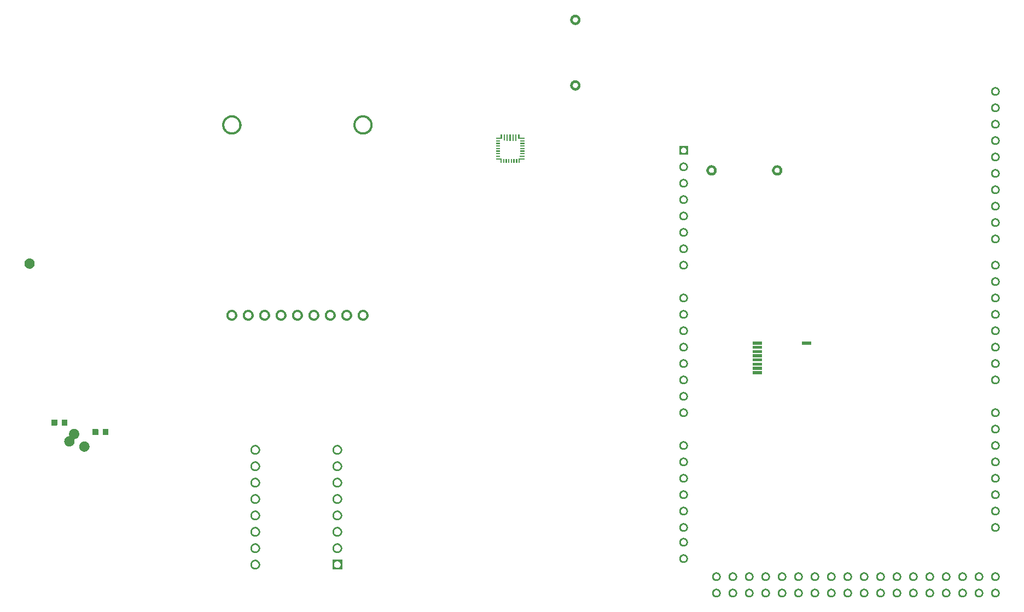
<source format=gbr>
%TF.GenerationSoftware,Flux,Pcbnew,7.0.11-7.0.11~ubuntu20.04.1*%
%TF.CreationDate,2024-05-09T22:56:52+00:00*%
%TF.ProjectId,input,696e7075-742e-46b6-9963-61645f706362,rev?*%
%TF.SameCoordinates,Original*%
%TF.FileFunction,Soldermask,Top*%
%TF.FilePolarity,Negative*%
%FSLAX46Y46*%
G04 Gerber Fmt 4.6, Leading zero omitted, Abs format (unit mm)*
G04 Filename: desalinator*
G04 Build it with Flux! Visit our site at: https://www.flux.ai (PCBNEW 7.0.11-7.0.11~ubuntu20.04.1) date 2024-05-09 22:56:52*
%MOMM*%
%LPD*%
G01*
G04 APERTURE LIST*
G04 APERTURE END LIST*
%TO.C,*%
G36*
X9256652Y42629732D02*
G01*
X9295729Y42625884D01*
X9334570Y42620122D01*
X9373081Y42612462D01*
X9411170Y42602921D01*
X9448745Y42591523D01*
X9485716Y42578294D01*
X9521993Y42563268D01*
X9557489Y42546479D01*
X9592119Y42527970D01*
X9625798Y42507783D01*
X9658447Y42485968D01*
X9689985Y42462577D01*
X9720338Y42437667D01*
X9749432Y42411298D01*
X9777198Y42383532D01*
X9803567Y42354438D01*
X9828477Y42324085D01*
X9851868Y42292547D01*
X9873683Y42259898D01*
X9893870Y42226219D01*
X9912379Y42191589D01*
X9929168Y42156093D01*
X9944194Y42119816D01*
X9957423Y42082845D01*
X9968821Y42045270D01*
X9978362Y42007181D01*
X9986022Y41968670D01*
X9991784Y41929829D01*
X9995632Y41890752D01*
X9997559Y41851533D01*
X9997559Y41812267D01*
X9995632Y41773048D01*
X9991784Y41733971D01*
X9986022Y41695130D01*
X9978362Y41656619D01*
X9968821Y41618530D01*
X9957423Y41580955D01*
X9944194Y41543984D01*
X9929168Y41507707D01*
X9912379Y41472211D01*
X9893870Y41437581D01*
X9873683Y41403902D01*
X9851868Y41371253D01*
X9828477Y41339715D01*
X9803567Y41309362D01*
X9777198Y41280268D01*
X9749432Y41252502D01*
X9720338Y41226133D01*
X9689985Y41201223D01*
X9658447Y41177832D01*
X9625798Y41156017D01*
X9592119Y41135830D01*
X9557489Y41117321D01*
X9521993Y41100532D01*
X9485716Y41085506D01*
X9448745Y41072277D01*
X9411170Y41060879D01*
X9373081Y41051338D01*
X9334570Y41043678D01*
X9295729Y41037916D01*
X9256652Y41034068D01*
X9217433Y41032141D01*
X9178167Y41032141D01*
X9138948Y41034068D01*
X9099871Y41037916D01*
X9061030Y41043678D01*
X9022519Y41051338D01*
X8984430Y41060879D01*
X8946855Y41072277D01*
X8909884Y41085506D01*
X8873607Y41100532D01*
X8838111Y41117321D01*
X8803481Y41135830D01*
X8769802Y41156017D01*
X8737153Y41177832D01*
X8705615Y41201223D01*
X8675262Y41226133D01*
X8646168Y41252502D01*
X8618402Y41280268D01*
X8592033Y41309362D01*
X8567123Y41339715D01*
X8543732Y41371253D01*
X8521917Y41403902D01*
X8501730Y41437581D01*
X8483221Y41472211D01*
X8466432Y41507707D01*
X8451406Y41543984D01*
X8438177Y41580955D01*
X8426779Y41618530D01*
X8417238Y41656619D01*
X8409578Y41695130D01*
X8403816Y41733971D01*
X8399968Y41773048D01*
X8398041Y41812267D01*
X8398041Y41822084D01*
X8797920Y41822084D01*
X8798884Y41802474D01*
X8800808Y41782936D01*
X8803689Y41763515D01*
X8807519Y41744260D01*
X8812290Y41725215D01*
X8817989Y41706427D01*
X8824603Y41687942D01*
X8832116Y41669803D01*
X8840510Y41652055D01*
X8849765Y41634741D01*
X8859859Y41617901D01*
X8870766Y41601577D01*
X8882461Y41585807D01*
X8894916Y41570631D01*
X8908101Y41556084D01*
X8921984Y41542201D01*
X8936531Y41529016D01*
X8951707Y41516561D01*
X8967477Y41504866D01*
X8983801Y41493959D01*
X9000641Y41483865D01*
X9017955Y41474610D01*
X9035703Y41466216D01*
X9053842Y41458703D01*
X9072327Y41452089D01*
X9091115Y41446390D01*
X9110160Y41441619D01*
X9129415Y41437789D01*
X9148836Y41434908D01*
X9168374Y41432984D01*
X9187984Y41432020D01*
X9207616Y41432020D01*
X9227226Y41432984D01*
X9246764Y41434908D01*
X9266185Y41437789D01*
X9285440Y41441619D01*
X9304485Y41446390D01*
X9323273Y41452089D01*
X9341758Y41458703D01*
X9359897Y41466216D01*
X9377645Y41474610D01*
X9394959Y41483865D01*
X9411799Y41493959D01*
X9428123Y41504866D01*
X9443893Y41516561D01*
X9459069Y41529016D01*
X9473616Y41542201D01*
X9487499Y41556084D01*
X9500684Y41570631D01*
X9513139Y41585807D01*
X9524834Y41601577D01*
X9535741Y41617901D01*
X9545835Y41634741D01*
X9555090Y41652055D01*
X9563484Y41669803D01*
X9570997Y41687942D01*
X9577611Y41706427D01*
X9583310Y41725215D01*
X9588081Y41744260D01*
X9591911Y41763515D01*
X9594792Y41782936D01*
X9596716Y41802474D01*
X9597680Y41822084D01*
X9597680Y41841716D01*
X9596716Y41861326D01*
X9594792Y41880864D01*
X9591911Y41900285D01*
X9588081Y41919540D01*
X9583310Y41938585D01*
X9577611Y41957373D01*
X9570997Y41975858D01*
X9563484Y41993997D01*
X9555090Y42011745D01*
X9545835Y42029059D01*
X9535741Y42045899D01*
X9524834Y42062223D01*
X9513139Y42077993D01*
X9500684Y42093169D01*
X9487499Y42107716D01*
X9473616Y42121599D01*
X9459069Y42134784D01*
X9443893Y42147239D01*
X9428123Y42158934D01*
X9411799Y42169841D01*
X9394959Y42179935D01*
X9377645Y42189190D01*
X9359897Y42197584D01*
X9341758Y42205097D01*
X9323273Y42211711D01*
X9304485Y42217410D01*
X9285440Y42222181D01*
X9266185Y42226011D01*
X9246764Y42228892D01*
X9227226Y42230816D01*
X9207616Y42231780D01*
X9187984Y42231780D01*
X9168374Y42230816D01*
X9148836Y42228892D01*
X9129415Y42226011D01*
X9110160Y42222181D01*
X9091115Y42217410D01*
X9072327Y42211711D01*
X9053842Y42205097D01*
X9035703Y42197584D01*
X9017955Y42189190D01*
X9000641Y42179935D01*
X8983801Y42169841D01*
X8967477Y42158934D01*
X8951707Y42147239D01*
X8936531Y42134784D01*
X8921984Y42121599D01*
X8908101Y42107716D01*
X8894916Y42093169D01*
X8882461Y42077993D01*
X8870766Y42062223D01*
X8859859Y42045899D01*
X8849765Y42029059D01*
X8840510Y42011745D01*
X8832116Y41993997D01*
X8824603Y41975858D01*
X8817989Y41957373D01*
X8812290Y41938585D01*
X8807519Y41919540D01*
X8803689Y41900285D01*
X8800808Y41880864D01*
X8798884Y41861326D01*
X8797920Y41841716D01*
X8797920Y41822084D01*
X8398041Y41822084D01*
X8398041Y41851533D01*
X8399968Y41890752D01*
X8403816Y41929829D01*
X8409578Y41968670D01*
X8417238Y42007181D01*
X8426779Y42045270D01*
X8438177Y42082845D01*
X8451406Y42119816D01*
X8466432Y42156093D01*
X8483221Y42191589D01*
X8501730Y42226219D01*
X8521917Y42259898D01*
X8543732Y42292547D01*
X8567123Y42324085D01*
X8592033Y42354438D01*
X8618402Y42383532D01*
X8646168Y42411298D01*
X8675262Y42437667D01*
X8705615Y42462577D01*
X8737153Y42485968D01*
X8769802Y42507783D01*
X8803481Y42527970D01*
X8838111Y42546479D01*
X8873607Y42563268D01*
X8909884Y42578294D01*
X8946855Y42591523D01*
X8984430Y42602921D01*
X9022519Y42612462D01*
X9061030Y42620122D01*
X9099871Y42625884D01*
X9138948Y42629732D01*
X9178167Y42631659D01*
X9217433Y42631659D01*
X9256652Y42629732D01*
G37*
G36*
X9256662Y32469732D02*
G01*
X9295739Y32465884D01*
X9334580Y32460122D01*
X9373091Y32452462D01*
X9411181Y32442921D01*
X9448756Y32431523D01*
X9485726Y32418294D01*
X9522003Y32403268D01*
X9557499Y32386479D01*
X9592129Y32367970D01*
X9625808Y32347783D01*
X9658457Y32325968D01*
X9689996Y32302577D01*
X9720349Y32277667D01*
X9749443Y32251298D01*
X9777208Y32223532D01*
X9803577Y32194438D01*
X9828488Y32164085D01*
X9851878Y32132547D01*
X9873693Y32099898D01*
X9893880Y32066219D01*
X9912390Y32031589D01*
X9929178Y31996093D01*
X9944205Y31959816D01*
X9957433Y31922845D01*
X9968831Y31885270D01*
X9978372Y31847181D01*
X9986032Y31808670D01*
X9991794Y31769829D01*
X9995643Y31730752D01*
X9997569Y31691533D01*
X9997569Y31652267D01*
X9995643Y31613048D01*
X9991794Y31573971D01*
X9986032Y31535130D01*
X9978372Y31496619D01*
X9968831Y31458530D01*
X9957433Y31420955D01*
X9944205Y31383984D01*
X9929178Y31347707D01*
X9912390Y31312211D01*
X9893880Y31277581D01*
X9873693Y31243902D01*
X9851878Y31211253D01*
X9828488Y31179715D01*
X9803577Y31149362D01*
X9777208Y31120268D01*
X9749443Y31092502D01*
X9720349Y31066133D01*
X9689996Y31041223D01*
X9658457Y31017832D01*
X9625808Y30996017D01*
X9592129Y30975830D01*
X9557499Y30957321D01*
X9522003Y30940532D01*
X9485726Y30925506D01*
X9448756Y30912277D01*
X9411181Y30900879D01*
X9373091Y30891338D01*
X9334580Y30883678D01*
X9295739Y30877916D01*
X9256662Y30874068D01*
X9217443Y30872141D01*
X9178177Y30872141D01*
X9138959Y30874068D01*
X9099882Y30877916D01*
X9061041Y30883678D01*
X9022529Y30891338D01*
X8984440Y30900879D01*
X8946865Y30912277D01*
X8909894Y30925506D01*
X8873617Y30940532D01*
X8838121Y30957321D01*
X8803492Y30975830D01*
X8769812Y30996017D01*
X8737164Y31017832D01*
X8705625Y31041223D01*
X8675272Y31066133D01*
X8646178Y31092502D01*
X8618413Y31120268D01*
X8592043Y31149362D01*
X8567133Y31179715D01*
X8543743Y31211253D01*
X8521928Y31243902D01*
X8501741Y31277581D01*
X8483231Y31312211D01*
X8466443Y31347707D01*
X8451416Y31383984D01*
X8438188Y31420955D01*
X8426790Y31458530D01*
X8417249Y31496619D01*
X8409588Y31535130D01*
X8403827Y31573971D01*
X8399978Y31613048D01*
X8398051Y31652267D01*
X8398051Y31662084D01*
X8797931Y31662084D01*
X8798894Y31642474D01*
X8800819Y31622936D01*
X8803699Y31603515D01*
X8807530Y31584260D01*
X8812300Y31565215D01*
X8817999Y31546427D01*
X8824613Y31527942D01*
X8832126Y31509803D01*
X8840521Y31492055D01*
X8849776Y31474741D01*
X8859869Y31457901D01*
X8870776Y31441577D01*
X8882472Y31425807D01*
X8894927Y31410631D01*
X8908112Y31396084D01*
X8921994Y31382201D01*
X8936541Y31369016D01*
X8951718Y31356561D01*
X8967487Y31344866D01*
X8983811Y31333959D01*
X9000651Y31323865D01*
X9017966Y31314610D01*
X9035714Y31306216D01*
X9053852Y31298703D01*
X9072338Y31292089D01*
X9091125Y31286390D01*
X9110170Y31281619D01*
X9129426Y31277789D01*
X9148846Y31274908D01*
X9168385Y31272984D01*
X9187994Y31272020D01*
X9207627Y31272020D01*
X9227236Y31272984D01*
X9246775Y31274908D01*
X9266195Y31277789D01*
X9285451Y31281619D01*
X9304495Y31286390D01*
X9323283Y31292089D01*
X9341768Y31298703D01*
X9359907Y31306216D01*
X9377655Y31314610D01*
X9394970Y31323865D01*
X9411809Y31333959D01*
X9428134Y31344866D01*
X9443903Y31356561D01*
X9459079Y31369016D01*
X9473627Y31382201D01*
X9487509Y31396084D01*
X9500694Y31410631D01*
X9513149Y31425807D01*
X9524844Y31441577D01*
X9535752Y31457901D01*
X9545845Y31474741D01*
X9555100Y31492055D01*
X9563494Y31509803D01*
X9571007Y31527942D01*
X9577622Y31546427D01*
X9583321Y31565215D01*
X9588091Y31584260D01*
X9591921Y31603515D01*
X9594802Y31622936D01*
X9596727Y31642474D01*
X9597690Y31662084D01*
X9597690Y31681716D01*
X9596727Y31701326D01*
X9594802Y31720864D01*
X9591921Y31740285D01*
X9588091Y31759540D01*
X9583321Y31778585D01*
X9577622Y31797373D01*
X9571007Y31815858D01*
X9563494Y31833997D01*
X9555100Y31851745D01*
X9545845Y31869059D01*
X9535752Y31885899D01*
X9524844Y31902223D01*
X9513149Y31917993D01*
X9500694Y31933169D01*
X9487509Y31947716D01*
X9473627Y31961599D01*
X9459079Y31974784D01*
X9443903Y31987239D01*
X9428134Y31998934D01*
X9411809Y32009841D01*
X9394970Y32019935D01*
X9377655Y32029190D01*
X9359907Y32037584D01*
X9341768Y32045097D01*
X9323283Y32051711D01*
X9304495Y32057410D01*
X9285451Y32062181D01*
X9266195Y32066011D01*
X9246775Y32068892D01*
X9227236Y32070816D01*
X9207627Y32071780D01*
X9187994Y32071780D01*
X9168385Y32070816D01*
X9148846Y32068892D01*
X9129426Y32066011D01*
X9110170Y32062181D01*
X9091125Y32057410D01*
X9072338Y32051711D01*
X9053852Y32045097D01*
X9035714Y32037584D01*
X9017966Y32029190D01*
X9000651Y32019935D01*
X8983811Y32009841D01*
X8967487Y31998934D01*
X8951718Y31987239D01*
X8936541Y31974784D01*
X8921994Y31961599D01*
X8908112Y31947716D01*
X8894927Y31933169D01*
X8882472Y31917993D01*
X8870776Y31902223D01*
X8859869Y31885899D01*
X8849776Y31869059D01*
X8840521Y31851745D01*
X8832126Y31833997D01*
X8824613Y31815858D01*
X8817999Y31797373D01*
X8812300Y31778585D01*
X8807530Y31759540D01*
X8803699Y31740285D01*
X8800819Y31720864D01*
X8798894Y31701326D01*
X8797931Y31681716D01*
X8797931Y31662084D01*
X8398051Y31662084D01*
X8398051Y31691533D01*
X8399978Y31730752D01*
X8403827Y31769829D01*
X8409588Y31808670D01*
X8417249Y31847181D01*
X8426790Y31885270D01*
X8438188Y31922845D01*
X8451416Y31959816D01*
X8466443Y31996093D01*
X8483231Y32031589D01*
X8501741Y32066219D01*
X8521928Y32099898D01*
X8543743Y32132547D01*
X8567133Y32164085D01*
X8592043Y32194438D01*
X8618413Y32223532D01*
X8646178Y32251298D01*
X8675272Y32277667D01*
X8705625Y32302577D01*
X8737164Y32325968D01*
X8769812Y32347783D01*
X8803492Y32367970D01*
X8838121Y32386479D01*
X8873617Y32403268D01*
X8909894Y32418294D01*
X8946865Y32431523D01*
X8984440Y32442921D01*
X9022529Y32452462D01*
X9061041Y32460122D01*
X9099882Y32465884D01*
X9138959Y32469732D01*
X9178177Y32471659D01*
X9217443Y32471659D01*
X9256662Y32469732D01*
G37*
G36*
X-75224848Y4865332D02*
G01*
X-75185771Y4861484D01*
X-75146930Y4855722D01*
X-75108419Y4848062D01*
X-75070330Y4838521D01*
X-75032755Y4827123D01*
X-74995784Y4813894D01*
X-74959507Y4798868D01*
X-74924011Y4782079D01*
X-74889381Y4763570D01*
X-74855702Y4743383D01*
X-74823053Y4721568D01*
X-74791515Y4698177D01*
X-74761162Y4673267D01*
X-74732068Y4646898D01*
X-74704302Y4619132D01*
X-74677933Y4590038D01*
X-74653023Y4559685D01*
X-74629632Y4528147D01*
X-74607817Y4495498D01*
X-74587630Y4461819D01*
X-74569121Y4427189D01*
X-74552332Y4391693D01*
X-74537306Y4355416D01*
X-74524077Y4318445D01*
X-74512679Y4280870D01*
X-74503138Y4242781D01*
X-74495478Y4204270D01*
X-74489716Y4165429D01*
X-74485868Y4126352D01*
X-74483941Y4087133D01*
X-74483941Y4047867D01*
X-74485868Y4008648D01*
X-74489716Y3969571D01*
X-74495478Y3930730D01*
X-74503138Y3892219D01*
X-74512679Y3854130D01*
X-74524077Y3816555D01*
X-74537306Y3779584D01*
X-74552332Y3743307D01*
X-74569121Y3707811D01*
X-74587630Y3673181D01*
X-74607817Y3639502D01*
X-74629632Y3606853D01*
X-74653023Y3575315D01*
X-74677933Y3544962D01*
X-74704302Y3515868D01*
X-74732068Y3488102D01*
X-74761162Y3461733D01*
X-74791515Y3436823D01*
X-74823053Y3413432D01*
X-74855702Y3391617D01*
X-74889381Y3371430D01*
X-74924011Y3352921D01*
X-74959507Y3336132D01*
X-74995784Y3321106D01*
X-75032755Y3307877D01*
X-75070330Y3296479D01*
X-75108419Y3286938D01*
X-75146930Y3279278D01*
X-75185771Y3273516D01*
X-75224848Y3269668D01*
X-75264067Y3267741D01*
X-75303333Y3267741D01*
X-75342552Y3269668D01*
X-75381629Y3273516D01*
X-75420470Y3279278D01*
X-75458981Y3286938D01*
X-75497070Y3296479D01*
X-75534645Y3307877D01*
X-75571616Y3321106D01*
X-75607893Y3336132D01*
X-75643389Y3352921D01*
X-75678019Y3371430D01*
X-75711698Y3391617D01*
X-75744347Y3413432D01*
X-75775885Y3436823D01*
X-75806238Y3461733D01*
X-75835332Y3488102D01*
X-75863098Y3515868D01*
X-75889467Y3544962D01*
X-75914377Y3575315D01*
X-75937768Y3606853D01*
X-75959583Y3639502D01*
X-75979770Y3673181D01*
X-75998279Y3707811D01*
X-76015068Y3743307D01*
X-76030094Y3779584D01*
X-76043323Y3816555D01*
X-76054721Y3854130D01*
X-76064262Y3892219D01*
X-76071922Y3930730D01*
X-76077684Y3969571D01*
X-76081532Y4008648D01*
X-76083459Y4047867D01*
X-76083459Y4087133D01*
X-76081532Y4126352D01*
X-76077684Y4165429D01*
X-76071922Y4204270D01*
X-76064262Y4242781D01*
X-76054721Y4280870D01*
X-76043323Y4318445D01*
X-76030094Y4355416D01*
X-76015068Y4391693D01*
X-75998279Y4427189D01*
X-75979770Y4461819D01*
X-75959583Y4495498D01*
X-75937768Y4528147D01*
X-75914377Y4559685D01*
X-75889467Y4590038D01*
X-75863098Y4619132D01*
X-75835332Y4646898D01*
X-75806238Y4673267D01*
X-75775885Y4698177D01*
X-75744347Y4721568D01*
X-75711698Y4743383D01*
X-75678019Y4763570D01*
X-75643389Y4782079D01*
X-75607893Y4798868D01*
X-75571616Y4813894D01*
X-75534645Y4827123D01*
X-75497070Y4838521D01*
X-75458981Y4848062D01*
X-75420470Y4855722D01*
X-75381629Y4861484D01*
X-75342552Y4865332D01*
X-75303333Y4867259D01*
X-75264067Y4867259D01*
X-75224848Y4865332D01*
G37*
G36*
X-69059648Y-22682168D02*
G01*
X-69020571Y-22686016D01*
X-68981730Y-22691778D01*
X-68943219Y-22699438D01*
X-68905130Y-22708979D01*
X-68867555Y-22720377D01*
X-68830584Y-22733606D01*
X-68794307Y-22748632D01*
X-68758811Y-22765421D01*
X-68724181Y-22783930D01*
X-68690502Y-22804117D01*
X-68657853Y-22825932D01*
X-68626315Y-22849323D01*
X-68595962Y-22874233D01*
X-68566868Y-22900602D01*
X-68539102Y-22928368D01*
X-68512733Y-22957462D01*
X-68487823Y-22987815D01*
X-68464432Y-23019353D01*
X-68442617Y-23052002D01*
X-68422430Y-23085681D01*
X-68403921Y-23120311D01*
X-68387132Y-23155807D01*
X-68372106Y-23192084D01*
X-68358877Y-23229055D01*
X-68347479Y-23266630D01*
X-68337938Y-23304719D01*
X-68330278Y-23343230D01*
X-68324516Y-23382071D01*
X-68320668Y-23421148D01*
X-68318741Y-23460367D01*
X-68318741Y-23499633D01*
X-68320668Y-23538852D01*
X-68324516Y-23577929D01*
X-68330278Y-23616770D01*
X-68337938Y-23655281D01*
X-68347479Y-23693370D01*
X-68358877Y-23730945D01*
X-68372106Y-23767916D01*
X-68387132Y-23804193D01*
X-68403921Y-23839689D01*
X-68422430Y-23874319D01*
X-68442617Y-23907998D01*
X-68464432Y-23940647D01*
X-68487823Y-23972185D01*
X-68512733Y-24002538D01*
X-68539102Y-24031632D01*
X-68566868Y-24059398D01*
X-68595962Y-24085767D01*
X-68626315Y-24110677D01*
X-68657853Y-24134068D01*
X-68690502Y-24155883D01*
X-68724181Y-24176070D01*
X-68758811Y-24194579D01*
X-68794307Y-24211368D01*
X-68830584Y-24226394D01*
X-68867555Y-24239623D01*
X-68905130Y-24251021D01*
X-68943219Y-24260562D01*
X-68981730Y-24268222D01*
X-69020571Y-24273984D01*
X-69059648Y-24277832D01*
X-69098867Y-24279759D01*
X-69138133Y-24279759D01*
X-69177352Y-24277832D01*
X-69216429Y-24273984D01*
X-69255270Y-24268222D01*
X-69293781Y-24260562D01*
X-69331870Y-24251021D01*
X-69369445Y-24239623D01*
X-69406416Y-24226394D01*
X-69442693Y-24211368D01*
X-69478189Y-24194579D01*
X-69512819Y-24176070D01*
X-69546498Y-24155883D01*
X-69579147Y-24134068D01*
X-69610685Y-24110677D01*
X-69641038Y-24085767D01*
X-69670132Y-24059398D01*
X-69697898Y-24031632D01*
X-69724267Y-24002538D01*
X-69749177Y-23972185D01*
X-69772568Y-23940647D01*
X-69794383Y-23907998D01*
X-69814570Y-23874319D01*
X-69833079Y-23839689D01*
X-69849868Y-23804193D01*
X-69864894Y-23767916D01*
X-69878123Y-23730945D01*
X-69889521Y-23693370D01*
X-69899062Y-23655281D01*
X-69906722Y-23616770D01*
X-69912484Y-23577929D01*
X-69916332Y-23538852D01*
X-69918259Y-23499633D01*
X-69918259Y-23460367D01*
X-69916332Y-23421148D01*
X-69912484Y-23382071D01*
X-69906722Y-23343230D01*
X-69899062Y-23304719D01*
X-69889521Y-23266630D01*
X-69878123Y-23229055D01*
X-69864894Y-23192084D01*
X-69849868Y-23155807D01*
X-69833079Y-23120311D01*
X-69814570Y-23085681D01*
X-69794383Y-23052002D01*
X-69772568Y-23019353D01*
X-69749177Y-22987815D01*
X-69724267Y-22957462D01*
X-69697898Y-22928368D01*
X-69670132Y-22900602D01*
X-69641038Y-22874233D01*
X-69610685Y-22849323D01*
X-69579147Y-22825932D01*
X-69546498Y-22804117D01*
X-69512819Y-22783930D01*
X-69478189Y-22765421D01*
X-69442693Y-22748632D01*
X-69406416Y-22733606D01*
X-69369445Y-22720377D01*
X-69331870Y-22708979D01*
X-69293781Y-22699438D01*
X-69255270Y-22691778D01*
X-69216429Y-22686016D01*
X-69177352Y-22682168D01*
X-69138133Y-22680241D01*
X-69098867Y-22680241D01*
X-69059648Y-22682168D01*
G37*
G36*
X-68328448Y-21535368D02*
G01*
X-68289371Y-21539216D01*
X-68250530Y-21544978D01*
X-68212019Y-21552638D01*
X-68173930Y-21562179D01*
X-68136355Y-21573577D01*
X-68099384Y-21586806D01*
X-68063107Y-21601832D01*
X-68027611Y-21618621D01*
X-67992981Y-21637130D01*
X-67959302Y-21657317D01*
X-67926653Y-21679132D01*
X-67895115Y-21702523D01*
X-67864762Y-21727433D01*
X-67835668Y-21753802D01*
X-67807902Y-21781568D01*
X-67781533Y-21810662D01*
X-67756623Y-21841015D01*
X-67733232Y-21872553D01*
X-67711417Y-21905202D01*
X-67691230Y-21938881D01*
X-67672721Y-21973511D01*
X-67655932Y-22009007D01*
X-67640906Y-22045284D01*
X-67627677Y-22082255D01*
X-67616279Y-22119830D01*
X-67606738Y-22157919D01*
X-67599078Y-22196430D01*
X-67593316Y-22235271D01*
X-67589468Y-22274348D01*
X-67587541Y-22313567D01*
X-67587541Y-22352833D01*
X-67589468Y-22392052D01*
X-67593316Y-22431129D01*
X-67599078Y-22469970D01*
X-67606738Y-22508481D01*
X-67616279Y-22546570D01*
X-67627677Y-22584145D01*
X-67640906Y-22621116D01*
X-67655932Y-22657393D01*
X-67672721Y-22692889D01*
X-67691230Y-22727519D01*
X-67711417Y-22761198D01*
X-67733232Y-22793847D01*
X-67756623Y-22825385D01*
X-67781533Y-22855738D01*
X-67807902Y-22884832D01*
X-67835668Y-22912598D01*
X-67864762Y-22938967D01*
X-67895115Y-22963877D01*
X-67926653Y-22987268D01*
X-67959302Y-23009083D01*
X-67992981Y-23029270D01*
X-68027611Y-23047779D01*
X-68063107Y-23064568D01*
X-68099384Y-23079594D01*
X-68136355Y-23092823D01*
X-68173930Y-23104221D01*
X-68212019Y-23113762D01*
X-68250530Y-23121422D01*
X-68289371Y-23127184D01*
X-68328448Y-23131032D01*
X-68367667Y-23132959D01*
X-68406933Y-23132959D01*
X-68446152Y-23131032D01*
X-68485229Y-23127184D01*
X-68524070Y-23121422D01*
X-68562581Y-23113762D01*
X-68600670Y-23104221D01*
X-68638245Y-23092823D01*
X-68675216Y-23079594D01*
X-68711493Y-23064568D01*
X-68746989Y-23047779D01*
X-68781619Y-23029270D01*
X-68815298Y-23009083D01*
X-68847947Y-22987268D01*
X-68879485Y-22963877D01*
X-68909838Y-22938967D01*
X-68938932Y-22912598D01*
X-68966698Y-22884832D01*
X-68993067Y-22855738D01*
X-69017977Y-22825385D01*
X-69041368Y-22793847D01*
X-69063183Y-22761198D01*
X-69083370Y-22727519D01*
X-69101879Y-22692889D01*
X-69118668Y-22657393D01*
X-69133694Y-22621116D01*
X-69146923Y-22584145D01*
X-69158321Y-22546570D01*
X-69167862Y-22508481D01*
X-69175522Y-22469970D01*
X-69181284Y-22431129D01*
X-69185132Y-22392052D01*
X-69187059Y-22352833D01*
X-69187059Y-22313567D01*
X-69185132Y-22274348D01*
X-69181284Y-22235271D01*
X-69175522Y-22196430D01*
X-69167862Y-22157919D01*
X-69158321Y-22119830D01*
X-69146923Y-22082255D01*
X-69133694Y-22045284D01*
X-69118668Y-22009007D01*
X-69101879Y-21973511D01*
X-69083370Y-21938881D01*
X-69063183Y-21905202D01*
X-69041368Y-21872553D01*
X-69017977Y-21841015D01*
X-68993067Y-21810662D01*
X-68966698Y-21781568D01*
X-68938932Y-21753802D01*
X-68909838Y-21727433D01*
X-68879485Y-21702523D01*
X-68847947Y-21679132D01*
X-68815298Y-21657317D01*
X-68781619Y-21637130D01*
X-68746989Y-21618621D01*
X-68711493Y-21601832D01*
X-68675216Y-21586806D01*
X-68638245Y-21573577D01*
X-68600670Y-21562179D01*
X-68562581Y-21552638D01*
X-68524070Y-21544978D01*
X-68485229Y-21539216D01*
X-68446152Y-21535368D01*
X-68406933Y-21533441D01*
X-68367667Y-21533441D01*
X-68328448Y-21535368D01*
G37*
G36*
X-66741948Y-23490968D02*
G01*
X-66702871Y-23494816D01*
X-66664030Y-23500578D01*
X-66625519Y-23508238D01*
X-66587430Y-23517779D01*
X-66549855Y-23529177D01*
X-66512884Y-23542406D01*
X-66476607Y-23557432D01*
X-66441111Y-23574221D01*
X-66406481Y-23592730D01*
X-66372802Y-23612917D01*
X-66340153Y-23634732D01*
X-66308615Y-23658123D01*
X-66278262Y-23683033D01*
X-66249168Y-23709402D01*
X-66221402Y-23737168D01*
X-66195033Y-23766262D01*
X-66170123Y-23796615D01*
X-66146732Y-23828153D01*
X-66124917Y-23860802D01*
X-66104730Y-23894481D01*
X-66086221Y-23929111D01*
X-66069432Y-23964607D01*
X-66054406Y-24000884D01*
X-66041177Y-24037855D01*
X-66029779Y-24075430D01*
X-66020238Y-24113519D01*
X-66012578Y-24152030D01*
X-66006816Y-24190871D01*
X-66002968Y-24229948D01*
X-66001041Y-24269167D01*
X-66001041Y-24308433D01*
X-66002968Y-24347652D01*
X-66006816Y-24386729D01*
X-66012578Y-24425570D01*
X-66020238Y-24464081D01*
X-66029779Y-24502170D01*
X-66041177Y-24539745D01*
X-66054406Y-24576716D01*
X-66069432Y-24612993D01*
X-66086221Y-24648489D01*
X-66104730Y-24683119D01*
X-66124917Y-24716798D01*
X-66146732Y-24749447D01*
X-66170123Y-24780985D01*
X-66195033Y-24811338D01*
X-66221402Y-24840432D01*
X-66249168Y-24868198D01*
X-66278262Y-24894567D01*
X-66308615Y-24919477D01*
X-66340153Y-24942868D01*
X-66372802Y-24964683D01*
X-66406481Y-24984870D01*
X-66441111Y-25003379D01*
X-66476607Y-25020168D01*
X-66512884Y-25035194D01*
X-66549855Y-25048423D01*
X-66587430Y-25059821D01*
X-66625519Y-25069362D01*
X-66664030Y-25077022D01*
X-66702871Y-25082784D01*
X-66741948Y-25086632D01*
X-66781167Y-25088559D01*
X-66820433Y-25088559D01*
X-66859652Y-25086632D01*
X-66898729Y-25082784D01*
X-66937570Y-25077022D01*
X-66976081Y-25069362D01*
X-67014170Y-25059821D01*
X-67051745Y-25048423D01*
X-67088716Y-25035194D01*
X-67124993Y-25020168D01*
X-67160489Y-25003379D01*
X-67195119Y-24984870D01*
X-67228798Y-24964683D01*
X-67261447Y-24942868D01*
X-67292985Y-24919477D01*
X-67323338Y-24894567D01*
X-67352432Y-24868198D01*
X-67380198Y-24840432D01*
X-67406567Y-24811338D01*
X-67431477Y-24780985D01*
X-67454868Y-24749447D01*
X-67476683Y-24716798D01*
X-67496870Y-24683119D01*
X-67515379Y-24648489D01*
X-67532168Y-24612993D01*
X-67547194Y-24576716D01*
X-67560423Y-24539745D01*
X-67571821Y-24502170D01*
X-67581362Y-24464081D01*
X-67589022Y-24425570D01*
X-67594784Y-24386729D01*
X-67598632Y-24347652D01*
X-67600559Y-24308433D01*
X-67600559Y-24269167D01*
X-67598632Y-24229948D01*
X-67594784Y-24190871D01*
X-67589022Y-24152030D01*
X-67581362Y-24113519D01*
X-67571821Y-24075430D01*
X-67560423Y-24037855D01*
X-67547194Y-24000884D01*
X-67532168Y-23964607D01*
X-67515379Y-23929111D01*
X-67496870Y-23894481D01*
X-67476683Y-23860802D01*
X-67454868Y-23828153D01*
X-67431477Y-23796615D01*
X-67406567Y-23766262D01*
X-67380198Y-23737168D01*
X-67352432Y-23709402D01*
X-67323338Y-23683033D01*
X-67292985Y-23658123D01*
X-67261447Y-23634732D01*
X-67228798Y-23612917D01*
X-67195119Y-23592730D01*
X-67160489Y-23574221D01*
X-67124993Y-23557432D01*
X-67088716Y-23542406D01*
X-67051745Y-23529177D01*
X-67014170Y-23517779D01*
X-66976081Y-23508238D01*
X-66937570Y-23500578D01*
X-66898729Y-23494816D01*
X-66859652Y-23490968D01*
X-66820433Y-23489041D01*
X-66781167Y-23489041D01*
X-66741948Y-23490968D01*
G37*
G36*
X-63149143Y-21554952D02*
G01*
X-63144507Y-21555409D01*
X-63139910Y-21556168D01*
X-63135372Y-21557226D01*
X-63130914Y-21558579D01*
X-63126553Y-21560220D01*
X-63122309Y-21562143D01*
X-63118200Y-21564339D01*
X-63114243Y-21566799D01*
X-63110456Y-21569513D01*
X-63106855Y-21572469D01*
X-63103454Y-21575654D01*
X-63100269Y-21579055D01*
X-63097313Y-21582656D01*
X-63094599Y-21586443D01*
X-63092139Y-21590400D01*
X-63089943Y-21594509D01*
X-63088020Y-21598753D01*
X-63086379Y-21603114D01*
X-63085026Y-21607572D01*
X-63083968Y-21612110D01*
X-63083209Y-21616707D01*
X-63082752Y-21621343D01*
X-63082600Y-21626000D01*
X-63082600Y-22433600D01*
X-63082752Y-22438257D01*
X-63083209Y-22442893D01*
X-63083968Y-22447490D01*
X-63085026Y-22452028D01*
X-63086379Y-22456486D01*
X-63088020Y-22460847D01*
X-63089943Y-22465091D01*
X-63092139Y-22469200D01*
X-63094599Y-22473157D01*
X-63097313Y-22476944D01*
X-63100269Y-22480545D01*
X-63103454Y-22483946D01*
X-63106855Y-22487131D01*
X-63110456Y-22490087D01*
X-63114243Y-22492801D01*
X-63118200Y-22495261D01*
X-63122309Y-22497457D01*
X-63126553Y-22499380D01*
X-63130914Y-22501021D01*
X-63135372Y-22502374D01*
X-63139910Y-22503432D01*
X-63144507Y-22504191D01*
X-63149143Y-22504648D01*
X-63153800Y-22504800D01*
X-63886400Y-22504800D01*
X-63891057Y-22504648D01*
X-63895693Y-22504191D01*
X-63900290Y-22503432D01*
X-63904828Y-22502374D01*
X-63909286Y-22501021D01*
X-63913647Y-22499380D01*
X-63917891Y-22497457D01*
X-63922000Y-22495261D01*
X-63925957Y-22492801D01*
X-63929744Y-22490087D01*
X-63933345Y-22487131D01*
X-63936746Y-22483946D01*
X-63939931Y-22480545D01*
X-63942887Y-22476944D01*
X-63945601Y-22473157D01*
X-63948061Y-22469200D01*
X-63950257Y-22465091D01*
X-63952180Y-22460847D01*
X-63953821Y-22456486D01*
X-63955174Y-22452028D01*
X-63956232Y-22447490D01*
X-63956991Y-22442893D01*
X-63957448Y-22438257D01*
X-63957600Y-22433600D01*
X-63957600Y-21626000D01*
X-63957448Y-21621343D01*
X-63956991Y-21616707D01*
X-63956232Y-21612110D01*
X-63955174Y-21607572D01*
X-63953821Y-21603114D01*
X-63952180Y-21598753D01*
X-63950257Y-21594509D01*
X-63948061Y-21590400D01*
X-63945601Y-21586443D01*
X-63942887Y-21582656D01*
X-63939931Y-21579055D01*
X-63936746Y-21575654D01*
X-63933345Y-21572469D01*
X-63929744Y-21569513D01*
X-63925957Y-21566799D01*
X-63922000Y-21564339D01*
X-63917891Y-21562143D01*
X-63913647Y-21560220D01*
X-63909286Y-21558579D01*
X-63904828Y-21557226D01*
X-63900290Y-21556168D01*
X-63895693Y-21555409D01*
X-63891057Y-21554952D01*
X-63886400Y-21554800D01*
X-63153800Y-21554800D01*
X-63149143Y-21554952D01*
G37*
G36*
X-64724143Y-21554952D02*
G01*
X-64719507Y-21555409D01*
X-64714910Y-21556168D01*
X-64710372Y-21557226D01*
X-64705914Y-21558579D01*
X-64701553Y-21560220D01*
X-64697309Y-21562143D01*
X-64693200Y-21564339D01*
X-64689243Y-21566799D01*
X-64685456Y-21569513D01*
X-64681855Y-21572469D01*
X-64678454Y-21575654D01*
X-64675269Y-21579055D01*
X-64672313Y-21582656D01*
X-64669599Y-21586443D01*
X-64667139Y-21590400D01*
X-64664943Y-21594509D01*
X-64663020Y-21598753D01*
X-64661379Y-21603114D01*
X-64660026Y-21607572D01*
X-64658968Y-21612110D01*
X-64658209Y-21616707D01*
X-64657752Y-21621343D01*
X-64657600Y-21626000D01*
X-64657600Y-22433600D01*
X-64657752Y-22438257D01*
X-64658209Y-22442893D01*
X-64658968Y-22447490D01*
X-64660026Y-22452028D01*
X-64661379Y-22456486D01*
X-64663020Y-22460847D01*
X-64664943Y-22465091D01*
X-64667139Y-22469200D01*
X-64669599Y-22473157D01*
X-64672313Y-22476944D01*
X-64675269Y-22480545D01*
X-64678454Y-22483946D01*
X-64681855Y-22487131D01*
X-64685456Y-22490087D01*
X-64689243Y-22492801D01*
X-64693200Y-22495261D01*
X-64697309Y-22497457D01*
X-64701553Y-22499380D01*
X-64705914Y-22501021D01*
X-64710372Y-22502374D01*
X-64714910Y-22503432D01*
X-64719507Y-22504191D01*
X-64724143Y-22504648D01*
X-64728800Y-22504800D01*
X-65461400Y-22504800D01*
X-65466057Y-22504648D01*
X-65470693Y-22504191D01*
X-65475290Y-22503432D01*
X-65479828Y-22502374D01*
X-65484286Y-22501021D01*
X-65488647Y-22499380D01*
X-65492891Y-22497457D01*
X-65497000Y-22495261D01*
X-65500957Y-22492801D01*
X-65504744Y-22490087D01*
X-65508345Y-22487131D01*
X-65511746Y-22483946D01*
X-65514931Y-22480545D01*
X-65517887Y-22476944D01*
X-65520601Y-22473157D01*
X-65523061Y-22469200D01*
X-65525257Y-22465091D01*
X-65527180Y-22460847D01*
X-65528821Y-22456486D01*
X-65530174Y-22452028D01*
X-65531232Y-22447490D01*
X-65531991Y-22442893D01*
X-65532448Y-22438257D01*
X-65532600Y-22433600D01*
X-65532600Y-21626000D01*
X-65532448Y-21621343D01*
X-65531991Y-21616707D01*
X-65531232Y-21612110D01*
X-65530174Y-21607572D01*
X-65528821Y-21603114D01*
X-65527180Y-21598753D01*
X-65525257Y-21594509D01*
X-65523061Y-21590400D01*
X-65520601Y-21586443D01*
X-65517887Y-21582656D01*
X-65514931Y-21579055D01*
X-65511746Y-21575654D01*
X-65508345Y-21572469D01*
X-65504744Y-21569513D01*
X-65500957Y-21566799D01*
X-65497000Y-21564339D01*
X-65492891Y-21562143D01*
X-65488647Y-21560220D01*
X-65484286Y-21558579D01*
X-65479828Y-21557226D01*
X-65475290Y-21556168D01*
X-65470693Y-21555409D01*
X-65466057Y-21554952D01*
X-65461400Y-21554800D01*
X-64728800Y-21554800D01*
X-64724143Y-21554952D01*
G37*
G36*
X-69499043Y-20104352D02*
G01*
X-69494407Y-20104809D01*
X-69489810Y-20105568D01*
X-69485272Y-20106626D01*
X-69480814Y-20107979D01*
X-69476453Y-20109620D01*
X-69472209Y-20111543D01*
X-69468100Y-20113739D01*
X-69464143Y-20116199D01*
X-69460356Y-20118913D01*
X-69456755Y-20121869D01*
X-69453354Y-20125054D01*
X-69450169Y-20128455D01*
X-69447213Y-20132056D01*
X-69444499Y-20135843D01*
X-69442039Y-20139800D01*
X-69439843Y-20143909D01*
X-69437920Y-20148153D01*
X-69436279Y-20152514D01*
X-69434926Y-20156972D01*
X-69433868Y-20161510D01*
X-69433109Y-20166107D01*
X-69432652Y-20170743D01*
X-69432500Y-20175400D01*
X-69432500Y-20983000D01*
X-69432652Y-20987657D01*
X-69433109Y-20992293D01*
X-69433868Y-20996890D01*
X-69434926Y-21001428D01*
X-69436279Y-21005886D01*
X-69437920Y-21010247D01*
X-69439843Y-21014491D01*
X-69442039Y-21018600D01*
X-69444499Y-21022557D01*
X-69447213Y-21026344D01*
X-69450169Y-21029945D01*
X-69453354Y-21033346D01*
X-69456755Y-21036531D01*
X-69460356Y-21039487D01*
X-69464143Y-21042201D01*
X-69468100Y-21044661D01*
X-69472209Y-21046857D01*
X-69476453Y-21048780D01*
X-69480814Y-21050421D01*
X-69485272Y-21051774D01*
X-69489810Y-21052832D01*
X-69494407Y-21053591D01*
X-69499043Y-21054048D01*
X-69503700Y-21054200D01*
X-70236300Y-21054200D01*
X-70240957Y-21054048D01*
X-70245593Y-21053591D01*
X-70250190Y-21052832D01*
X-70254728Y-21051774D01*
X-70259186Y-21050421D01*
X-70263547Y-21048780D01*
X-70267791Y-21046857D01*
X-70271900Y-21044661D01*
X-70275857Y-21042201D01*
X-70279644Y-21039487D01*
X-70283245Y-21036531D01*
X-70286646Y-21033346D01*
X-70289831Y-21029945D01*
X-70292787Y-21026344D01*
X-70295501Y-21022557D01*
X-70297961Y-21018600D01*
X-70300157Y-21014491D01*
X-70302080Y-21010247D01*
X-70303721Y-21005886D01*
X-70305074Y-21001428D01*
X-70306132Y-20996890D01*
X-70306891Y-20992293D01*
X-70307348Y-20987657D01*
X-70307500Y-20983000D01*
X-70307500Y-20175400D01*
X-70307348Y-20170743D01*
X-70306891Y-20166107D01*
X-70306132Y-20161510D01*
X-70305074Y-20156972D01*
X-70303721Y-20152514D01*
X-70302080Y-20148153D01*
X-70300157Y-20143909D01*
X-70297961Y-20139800D01*
X-70295501Y-20135843D01*
X-70292787Y-20132056D01*
X-70289831Y-20128455D01*
X-70286646Y-20125054D01*
X-70283245Y-20121869D01*
X-70279644Y-20118913D01*
X-70275857Y-20116199D01*
X-70271900Y-20113739D01*
X-70267791Y-20111543D01*
X-70263547Y-20109620D01*
X-70259186Y-20107979D01*
X-70254728Y-20106626D01*
X-70250190Y-20105568D01*
X-70245593Y-20104809D01*
X-70240957Y-20104352D01*
X-70236300Y-20104200D01*
X-69503700Y-20104200D01*
X-69499043Y-20104352D01*
G37*
G36*
X-71074043Y-20104352D02*
G01*
X-71069407Y-20104809D01*
X-71064810Y-20105568D01*
X-71060272Y-20106626D01*
X-71055814Y-20107979D01*
X-71051453Y-20109620D01*
X-71047209Y-20111543D01*
X-71043100Y-20113739D01*
X-71039143Y-20116199D01*
X-71035356Y-20118913D01*
X-71031755Y-20121869D01*
X-71028354Y-20125054D01*
X-71025169Y-20128455D01*
X-71022213Y-20132056D01*
X-71019499Y-20135843D01*
X-71017039Y-20139800D01*
X-71014843Y-20143909D01*
X-71012920Y-20148153D01*
X-71011279Y-20152514D01*
X-71009926Y-20156972D01*
X-71008868Y-20161510D01*
X-71008109Y-20166107D01*
X-71007652Y-20170743D01*
X-71007500Y-20175400D01*
X-71007500Y-20983000D01*
X-71007652Y-20987657D01*
X-71008109Y-20992293D01*
X-71008868Y-20996890D01*
X-71009926Y-21001428D01*
X-71011279Y-21005886D01*
X-71012920Y-21010247D01*
X-71014843Y-21014491D01*
X-71017039Y-21018600D01*
X-71019499Y-21022557D01*
X-71022213Y-21026344D01*
X-71025169Y-21029945D01*
X-71028354Y-21033346D01*
X-71031755Y-21036531D01*
X-71035356Y-21039487D01*
X-71039143Y-21042201D01*
X-71043100Y-21044661D01*
X-71047209Y-21046857D01*
X-71051453Y-21048780D01*
X-71055814Y-21050421D01*
X-71060272Y-21051774D01*
X-71064810Y-21052832D01*
X-71069407Y-21053591D01*
X-71074043Y-21054048D01*
X-71078700Y-21054200D01*
X-71811300Y-21054200D01*
X-71815957Y-21054048D01*
X-71820593Y-21053591D01*
X-71825190Y-21052832D01*
X-71829728Y-21051774D01*
X-71834186Y-21050421D01*
X-71838547Y-21048780D01*
X-71842791Y-21046857D01*
X-71846900Y-21044661D01*
X-71850857Y-21042201D01*
X-71854644Y-21039487D01*
X-71858245Y-21036531D01*
X-71861646Y-21033346D01*
X-71864831Y-21029945D01*
X-71867787Y-21026344D01*
X-71870501Y-21022557D01*
X-71872961Y-21018600D01*
X-71875157Y-21014491D01*
X-71877080Y-21010247D01*
X-71878721Y-21005886D01*
X-71880074Y-21001428D01*
X-71881132Y-20996890D01*
X-71881891Y-20992293D01*
X-71882348Y-20987657D01*
X-71882500Y-20983000D01*
X-71882500Y-20175400D01*
X-71882348Y-20170743D01*
X-71881891Y-20166107D01*
X-71881132Y-20161510D01*
X-71880074Y-20156972D01*
X-71878721Y-20152514D01*
X-71877080Y-20148153D01*
X-71875157Y-20143909D01*
X-71872961Y-20139800D01*
X-71870501Y-20135843D01*
X-71867787Y-20132056D01*
X-71864831Y-20128455D01*
X-71861646Y-20125054D01*
X-71858245Y-20121869D01*
X-71854644Y-20118913D01*
X-71850857Y-20116199D01*
X-71846900Y-20113739D01*
X-71842791Y-20111543D01*
X-71838547Y-20109620D01*
X-71834186Y-20107979D01*
X-71829728Y-20106626D01*
X-71825190Y-20105568D01*
X-71820593Y-20104809D01*
X-71815957Y-20104352D01*
X-71811300Y-20104200D01*
X-71078700Y-20104200D01*
X-71074043Y-20104352D01*
G37*
G36*
X-43862853Y27051936D02*
G01*
X-43789584Y27044719D01*
X-43716757Y27033916D01*
X-43644548Y27019553D01*
X-43573131Y27001664D01*
X-43502677Y26980292D01*
X-43433357Y26955489D01*
X-43365338Y26927315D01*
X-43298783Y26895836D01*
X-43233853Y26861130D01*
X-43170704Y26823280D01*
X-43109488Y26782377D01*
X-43050353Y26738520D01*
X-42993441Y26691813D01*
X-42938889Y26642371D01*
X-42886829Y26590311D01*
X-42837387Y26535759D01*
X-42790680Y26478847D01*
X-42746823Y26419712D01*
X-42705920Y26358496D01*
X-42668070Y26295347D01*
X-42633364Y26230417D01*
X-42601885Y26163862D01*
X-42573711Y26095843D01*
X-42548908Y26026523D01*
X-42527536Y25956069D01*
X-42509647Y25884652D01*
X-42495284Y25812443D01*
X-42484481Y25739616D01*
X-42477264Y25666347D01*
X-42473652Y25592812D01*
X-42473652Y25519188D01*
X-42477264Y25445653D01*
X-42484481Y25372384D01*
X-42495284Y25299557D01*
X-42509647Y25227348D01*
X-42527536Y25155931D01*
X-42548908Y25085477D01*
X-42573711Y25016157D01*
X-42601885Y24948138D01*
X-42633364Y24881583D01*
X-42668070Y24816653D01*
X-42705920Y24753504D01*
X-42746823Y24692288D01*
X-42790680Y24633153D01*
X-42837387Y24576241D01*
X-42886829Y24521689D01*
X-42938889Y24469629D01*
X-42993441Y24420187D01*
X-43050353Y24373480D01*
X-43109488Y24329623D01*
X-43170704Y24288720D01*
X-43233853Y24250870D01*
X-43298783Y24216164D01*
X-43365338Y24184685D01*
X-43433357Y24156511D01*
X-43502677Y24131708D01*
X-43573131Y24110336D01*
X-43644548Y24092447D01*
X-43716757Y24078084D01*
X-43789584Y24067281D01*
X-43862853Y24060064D01*
X-43936388Y24056452D01*
X-44010012Y24056452D01*
X-44083547Y24060064D01*
X-44156816Y24067281D01*
X-44229643Y24078084D01*
X-44301852Y24092447D01*
X-44373269Y24110336D01*
X-44443723Y24131708D01*
X-44513043Y24156511D01*
X-44581062Y24184685D01*
X-44647617Y24216164D01*
X-44712547Y24250870D01*
X-44775696Y24288720D01*
X-44836912Y24329623D01*
X-44896047Y24373480D01*
X-44952959Y24420187D01*
X-45007511Y24469629D01*
X-45059571Y24521689D01*
X-45109013Y24576241D01*
X-45155720Y24633153D01*
X-45199577Y24692288D01*
X-45240480Y24753504D01*
X-45278330Y24816653D01*
X-45313036Y24881583D01*
X-45344515Y24948138D01*
X-45372689Y25016157D01*
X-45397492Y25085477D01*
X-45418864Y25155931D01*
X-45436753Y25227348D01*
X-45451116Y25299557D01*
X-45461919Y25372384D01*
X-45469136Y25445653D01*
X-45472748Y25519188D01*
X-45472748Y25527778D01*
X-45122854Y25527778D01*
X-45120084Y25471401D01*
X-45114551Y25415228D01*
X-45106269Y25359394D01*
X-45095257Y25304034D01*
X-45081542Y25249280D01*
X-45065157Y25195266D01*
X-45046142Y25142121D01*
X-45024541Y25089972D01*
X-45000408Y25038947D01*
X-44973800Y24989167D01*
X-44944782Y24940753D01*
X-44913423Y24893821D01*
X-44879798Y24848484D01*
X-44843990Y24804851D01*
X-44806084Y24763028D01*
X-44766172Y24723116D01*
X-44724349Y24685210D01*
X-44680716Y24649402D01*
X-44635379Y24615777D01*
X-44588447Y24584418D01*
X-44540033Y24555400D01*
X-44490253Y24528792D01*
X-44439228Y24504659D01*
X-44387079Y24483058D01*
X-44333934Y24464043D01*
X-44279920Y24447658D01*
X-44225166Y24433943D01*
X-44169806Y24422931D01*
X-44113972Y24414649D01*
X-44057799Y24409116D01*
X-44001422Y24406346D01*
X-43944978Y24406346D01*
X-43888601Y24409116D01*
X-43832428Y24414649D01*
X-43776594Y24422931D01*
X-43721234Y24433943D01*
X-43666480Y24447658D01*
X-43612466Y24464043D01*
X-43559321Y24483058D01*
X-43507172Y24504659D01*
X-43456147Y24528792D01*
X-43406367Y24555400D01*
X-43357953Y24584418D01*
X-43311021Y24615777D01*
X-43265684Y24649402D01*
X-43222051Y24685210D01*
X-43180228Y24723116D01*
X-43140316Y24763028D01*
X-43102410Y24804851D01*
X-43066602Y24848484D01*
X-43032977Y24893821D01*
X-43001618Y24940753D01*
X-42972600Y24989167D01*
X-42945992Y25038947D01*
X-42921859Y25089972D01*
X-42900258Y25142121D01*
X-42881243Y25195266D01*
X-42864858Y25249280D01*
X-42851143Y25304034D01*
X-42840131Y25359394D01*
X-42831849Y25415228D01*
X-42826316Y25471401D01*
X-42823546Y25527778D01*
X-42823546Y25584222D01*
X-42826316Y25640599D01*
X-42831849Y25696772D01*
X-42840131Y25752606D01*
X-42851143Y25807966D01*
X-42864858Y25862720D01*
X-42881243Y25916734D01*
X-42900258Y25969879D01*
X-42921859Y26022028D01*
X-42945992Y26073053D01*
X-42972600Y26122833D01*
X-43001618Y26171247D01*
X-43032977Y26218179D01*
X-43066602Y26263516D01*
X-43102410Y26307149D01*
X-43140316Y26348972D01*
X-43180228Y26388884D01*
X-43222051Y26426790D01*
X-43265684Y26462598D01*
X-43311021Y26496223D01*
X-43357953Y26527582D01*
X-43406367Y26556600D01*
X-43456147Y26583208D01*
X-43507172Y26607341D01*
X-43559321Y26628942D01*
X-43612466Y26647957D01*
X-43666480Y26664342D01*
X-43721234Y26678057D01*
X-43776594Y26689069D01*
X-43832428Y26697351D01*
X-43888601Y26702884D01*
X-43944978Y26705654D01*
X-44001422Y26705654D01*
X-44057799Y26702884D01*
X-44113972Y26697351D01*
X-44169806Y26689069D01*
X-44225166Y26678057D01*
X-44279920Y26664342D01*
X-44333934Y26647957D01*
X-44387079Y26628942D01*
X-44439228Y26607341D01*
X-44490253Y26583208D01*
X-44540033Y26556600D01*
X-44588447Y26527582D01*
X-44635379Y26496223D01*
X-44680716Y26462598D01*
X-44724349Y26426790D01*
X-44766172Y26388884D01*
X-44806084Y26348972D01*
X-44843990Y26307149D01*
X-44879798Y26263516D01*
X-44913423Y26218179D01*
X-44944782Y26171247D01*
X-44973800Y26122833D01*
X-45000408Y26073053D01*
X-45024541Y26022028D01*
X-45046142Y25969879D01*
X-45065157Y25916734D01*
X-45081542Y25862720D01*
X-45095257Y25807966D01*
X-45106269Y25752606D01*
X-45114551Y25696772D01*
X-45120084Y25640599D01*
X-45122854Y25584222D01*
X-45122854Y25527778D01*
X-45472748Y25527778D01*
X-45472748Y25592812D01*
X-45469136Y25666347D01*
X-45461919Y25739616D01*
X-45451116Y25812443D01*
X-45436753Y25884652D01*
X-45418864Y25956069D01*
X-45397492Y26026523D01*
X-45372689Y26095843D01*
X-45344515Y26163862D01*
X-45313036Y26230417D01*
X-45278330Y26295347D01*
X-45240480Y26358496D01*
X-45199577Y26419712D01*
X-45155720Y26478847D01*
X-45109013Y26535759D01*
X-45059571Y26590311D01*
X-45007511Y26642371D01*
X-44952959Y26691813D01*
X-44896047Y26738520D01*
X-44836912Y26782377D01*
X-44775696Y26823280D01*
X-44712547Y26861130D01*
X-44647617Y26895836D01*
X-44581062Y26927315D01*
X-44513043Y26955489D01*
X-44443723Y26980292D01*
X-44373269Y27001664D01*
X-44301852Y27019553D01*
X-44229643Y27033916D01*
X-44156816Y27044719D01*
X-44083547Y27051936D01*
X-44010012Y27055548D01*
X-43936388Y27055548D01*
X-43862853Y27051936D01*
G37*
G36*
X-23562853Y27055936D02*
G01*
X-23489584Y27048719D01*
X-23416757Y27037916D01*
X-23344548Y27023553D01*
X-23273131Y27005664D01*
X-23202677Y26984292D01*
X-23133357Y26959489D01*
X-23065338Y26931315D01*
X-22998783Y26899836D01*
X-22933853Y26865130D01*
X-22870704Y26827280D01*
X-22809488Y26786377D01*
X-22750353Y26742520D01*
X-22693441Y26695813D01*
X-22638889Y26646371D01*
X-22586829Y26594311D01*
X-22537387Y26539759D01*
X-22490680Y26482847D01*
X-22446823Y26423712D01*
X-22405920Y26362496D01*
X-22368070Y26299347D01*
X-22333364Y26234417D01*
X-22301885Y26167862D01*
X-22273711Y26099843D01*
X-22248908Y26030523D01*
X-22227536Y25960069D01*
X-22209647Y25888652D01*
X-22195284Y25816443D01*
X-22184481Y25743616D01*
X-22177264Y25670347D01*
X-22173652Y25596812D01*
X-22173652Y25523188D01*
X-22177264Y25449653D01*
X-22184481Y25376384D01*
X-22195284Y25303557D01*
X-22209647Y25231348D01*
X-22227536Y25159931D01*
X-22248908Y25089477D01*
X-22273711Y25020157D01*
X-22301885Y24952138D01*
X-22333364Y24885583D01*
X-22368070Y24820653D01*
X-22405920Y24757504D01*
X-22446823Y24696288D01*
X-22490680Y24637153D01*
X-22537387Y24580241D01*
X-22586829Y24525689D01*
X-22638889Y24473629D01*
X-22693441Y24424187D01*
X-22750353Y24377480D01*
X-22809488Y24333623D01*
X-22870704Y24292720D01*
X-22933853Y24254870D01*
X-22998783Y24220164D01*
X-23065338Y24188685D01*
X-23133357Y24160511D01*
X-23202677Y24135708D01*
X-23273131Y24114336D01*
X-23344548Y24096447D01*
X-23416757Y24082084D01*
X-23489584Y24071281D01*
X-23562853Y24064064D01*
X-23636388Y24060452D01*
X-23710012Y24060452D01*
X-23783547Y24064064D01*
X-23856816Y24071281D01*
X-23929643Y24082084D01*
X-24001852Y24096447D01*
X-24073269Y24114336D01*
X-24143723Y24135708D01*
X-24213043Y24160511D01*
X-24281062Y24188685D01*
X-24347617Y24220164D01*
X-24412547Y24254870D01*
X-24475696Y24292720D01*
X-24536912Y24333623D01*
X-24596047Y24377480D01*
X-24652959Y24424187D01*
X-24707511Y24473629D01*
X-24759571Y24525689D01*
X-24809013Y24580241D01*
X-24855720Y24637153D01*
X-24899577Y24696288D01*
X-24940480Y24757504D01*
X-24978330Y24820653D01*
X-25013036Y24885583D01*
X-25044515Y24952138D01*
X-25072689Y25020157D01*
X-25097492Y25089477D01*
X-25118864Y25159931D01*
X-25136753Y25231348D01*
X-25151116Y25303557D01*
X-25161919Y25376384D01*
X-25169136Y25449653D01*
X-25172748Y25523188D01*
X-25172748Y25531778D01*
X-24822854Y25531778D01*
X-24820084Y25475401D01*
X-24814551Y25419228D01*
X-24806269Y25363394D01*
X-24795257Y25308034D01*
X-24781542Y25253280D01*
X-24765157Y25199266D01*
X-24746142Y25146121D01*
X-24724541Y25093972D01*
X-24700408Y25042947D01*
X-24673800Y24993167D01*
X-24644782Y24944753D01*
X-24613423Y24897821D01*
X-24579798Y24852484D01*
X-24543990Y24808851D01*
X-24506084Y24767028D01*
X-24466172Y24727116D01*
X-24424349Y24689210D01*
X-24380716Y24653402D01*
X-24335379Y24619777D01*
X-24288447Y24588418D01*
X-24240033Y24559400D01*
X-24190253Y24532792D01*
X-24139228Y24508659D01*
X-24087079Y24487058D01*
X-24033934Y24468043D01*
X-23979920Y24451658D01*
X-23925166Y24437943D01*
X-23869806Y24426931D01*
X-23813972Y24418649D01*
X-23757799Y24413116D01*
X-23701422Y24410346D01*
X-23644978Y24410346D01*
X-23588601Y24413116D01*
X-23532428Y24418649D01*
X-23476594Y24426931D01*
X-23421234Y24437943D01*
X-23366480Y24451658D01*
X-23312466Y24468043D01*
X-23259321Y24487058D01*
X-23207172Y24508659D01*
X-23156147Y24532792D01*
X-23106367Y24559400D01*
X-23057953Y24588418D01*
X-23011021Y24619777D01*
X-22965684Y24653402D01*
X-22922051Y24689210D01*
X-22880228Y24727116D01*
X-22840316Y24767028D01*
X-22802410Y24808851D01*
X-22766602Y24852484D01*
X-22732977Y24897821D01*
X-22701618Y24944753D01*
X-22672600Y24993167D01*
X-22645992Y25042947D01*
X-22621859Y25093972D01*
X-22600258Y25146121D01*
X-22581243Y25199266D01*
X-22564858Y25253280D01*
X-22551143Y25308034D01*
X-22540131Y25363394D01*
X-22531849Y25419228D01*
X-22526316Y25475401D01*
X-22523546Y25531778D01*
X-22523546Y25588222D01*
X-22526316Y25644599D01*
X-22531849Y25700772D01*
X-22540131Y25756606D01*
X-22551143Y25811966D01*
X-22564858Y25866720D01*
X-22581243Y25920734D01*
X-22600258Y25973879D01*
X-22621859Y26026028D01*
X-22645992Y26077053D01*
X-22672600Y26126833D01*
X-22701618Y26175247D01*
X-22732977Y26222179D01*
X-22766602Y26267516D01*
X-22802410Y26311149D01*
X-22840316Y26352972D01*
X-22880228Y26392884D01*
X-22922051Y26430790D01*
X-22965684Y26466598D01*
X-23011021Y26500223D01*
X-23057953Y26531582D01*
X-23106367Y26560600D01*
X-23156147Y26587208D01*
X-23207172Y26611341D01*
X-23259321Y26632942D01*
X-23312466Y26651957D01*
X-23366480Y26668342D01*
X-23421234Y26682057D01*
X-23476594Y26693069D01*
X-23532428Y26701351D01*
X-23588601Y26706884D01*
X-23644978Y26709654D01*
X-23701422Y26709654D01*
X-23757799Y26706884D01*
X-23813972Y26701351D01*
X-23869806Y26693069D01*
X-23925166Y26682057D01*
X-23979920Y26668342D01*
X-24033934Y26651957D01*
X-24087079Y26632942D01*
X-24139228Y26611341D01*
X-24190253Y26587208D01*
X-24240033Y26560600D01*
X-24288447Y26531582D01*
X-24335379Y26500223D01*
X-24380716Y26466598D01*
X-24424349Y26430790D01*
X-24466172Y26392884D01*
X-24506084Y26352972D01*
X-24543990Y26311149D01*
X-24579798Y26267516D01*
X-24613423Y26222179D01*
X-24644782Y26175247D01*
X-24673800Y26126833D01*
X-24700408Y26077053D01*
X-24724541Y26026028D01*
X-24746142Y25973879D01*
X-24765157Y25920734D01*
X-24781542Y25866720D01*
X-24795257Y25811966D01*
X-24806269Y25756606D01*
X-24814551Y25700772D01*
X-24820084Y25644599D01*
X-24822854Y25588222D01*
X-24822854Y25531778D01*
X-25172748Y25531778D01*
X-25172748Y25596812D01*
X-25169136Y25670347D01*
X-25161919Y25743616D01*
X-25151116Y25816443D01*
X-25136753Y25888652D01*
X-25118864Y25960069D01*
X-25097492Y26030523D01*
X-25072689Y26099843D01*
X-25044515Y26167862D01*
X-25013036Y26234417D01*
X-24978330Y26299347D01*
X-24940480Y26362496D01*
X-24899577Y26423712D01*
X-24855720Y26482847D01*
X-24809013Y26539759D01*
X-24759571Y26594311D01*
X-24707511Y26646371D01*
X-24652959Y26695813D01*
X-24596047Y26742520D01*
X-24536912Y26786377D01*
X-24475696Y26827280D01*
X-24412547Y26865130D01*
X-24347617Y26899836D01*
X-24281062Y26931315D01*
X-24213043Y26959489D01*
X-24143723Y26984292D01*
X-24073269Y27005664D01*
X-24001852Y27023553D01*
X-23929643Y27037916D01*
X-23856816Y27048719D01*
X-23783547Y27055936D01*
X-23710012Y27059548D01*
X-23636388Y27059548D01*
X-23562853Y27055936D01*
G37*
G36*
X-36300670Y-3092303D02*
G01*
X-36259151Y-3096392D01*
X-36217882Y-3102514D01*
X-36176964Y-3110653D01*
X-36136494Y-3120790D01*
X-36096571Y-3132901D01*
X-36057289Y-3146956D01*
X-36018745Y-3162922D01*
X-35981030Y-3180759D01*
X-35944237Y-3200426D01*
X-35908452Y-3221874D01*
X-35873763Y-3245053D01*
X-35840253Y-3269906D01*
X-35808003Y-3296372D01*
X-35777091Y-3324390D01*
X-35747590Y-3353891D01*
X-35719572Y-3384803D01*
X-35693106Y-3417053D01*
X-35668253Y-3450563D01*
X-35645074Y-3485252D01*
X-35623626Y-3521037D01*
X-35603959Y-3557830D01*
X-35586122Y-3595545D01*
X-35570156Y-3634089D01*
X-35556101Y-3673371D01*
X-35543990Y-3713294D01*
X-35533853Y-3753764D01*
X-35525714Y-3794682D01*
X-35519592Y-3835951D01*
X-35515503Y-3877470D01*
X-35513456Y-3919140D01*
X-35513456Y-3960860D01*
X-35515503Y-4002530D01*
X-35519592Y-4044049D01*
X-35525714Y-4085318D01*
X-35533853Y-4126236D01*
X-35543990Y-4166706D01*
X-35556101Y-4206629D01*
X-35570156Y-4245911D01*
X-35586122Y-4284455D01*
X-35603959Y-4322170D01*
X-35623626Y-4358963D01*
X-35645074Y-4394748D01*
X-35668253Y-4429437D01*
X-35693106Y-4462947D01*
X-35719572Y-4495197D01*
X-35747590Y-4526109D01*
X-35777091Y-4555610D01*
X-35808003Y-4583628D01*
X-35840253Y-4610094D01*
X-35873763Y-4634947D01*
X-35908452Y-4658126D01*
X-35944237Y-4679574D01*
X-35981030Y-4699241D01*
X-36018745Y-4717078D01*
X-36057289Y-4733044D01*
X-36096571Y-4747099D01*
X-36136494Y-4759210D01*
X-36176964Y-4769347D01*
X-36217882Y-4777486D01*
X-36259151Y-4783608D01*
X-36300670Y-4787697D01*
X-36342340Y-4789744D01*
X-36384060Y-4789744D01*
X-36425730Y-4787697D01*
X-36467249Y-4783608D01*
X-36508518Y-4777486D01*
X-36549436Y-4769347D01*
X-36589906Y-4759210D01*
X-36629829Y-4747099D01*
X-36669111Y-4733044D01*
X-36707655Y-4717078D01*
X-36745370Y-4699241D01*
X-36782163Y-4679574D01*
X-36817948Y-4658126D01*
X-36852637Y-4634947D01*
X-36886147Y-4610094D01*
X-36918397Y-4583628D01*
X-36949309Y-4555610D01*
X-36978810Y-4526109D01*
X-37006828Y-4495197D01*
X-37033294Y-4462947D01*
X-37058147Y-4429437D01*
X-37081326Y-4394748D01*
X-37102774Y-4358963D01*
X-37122441Y-4322170D01*
X-37140278Y-4284455D01*
X-37156244Y-4245911D01*
X-37170299Y-4206629D01*
X-37182410Y-4166706D01*
X-37192547Y-4126236D01*
X-37200686Y-4085318D01*
X-37206808Y-4044049D01*
X-37210897Y-4002530D01*
X-37212944Y-3960860D01*
X-37212944Y-3952271D01*
X-36863049Y-3952271D01*
X-36861845Y-3976782D01*
X-36859440Y-4001205D01*
X-36855839Y-4025481D01*
X-36851051Y-4049551D01*
X-36845088Y-4073356D01*
X-36837964Y-4096841D01*
X-36829696Y-4119948D01*
X-36820305Y-4142621D01*
X-36809812Y-4164806D01*
X-36798243Y-4186449D01*
X-36785627Y-4207499D01*
X-36771992Y-4227904D01*
X-36757373Y-4247616D01*
X-36741804Y-4266586D01*
X-36725324Y-4284770D01*
X-36707970Y-4302124D01*
X-36689786Y-4318604D01*
X-36670816Y-4334173D01*
X-36651104Y-4348792D01*
X-36630699Y-4362427D01*
X-36609649Y-4375043D01*
X-36588006Y-4386612D01*
X-36565821Y-4397105D01*
X-36543148Y-4406496D01*
X-36520041Y-4414764D01*
X-36496556Y-4421888D01*
X-36472751Y-4427851D01*
X-36448681Y-4432639D01*
X-36424405Y-4436240D01*
X-36399982Y-4438645D01*
X-36375471Y-4439849D01*
X-36350929Y-4439849D01*
X-36326418Y-4438645D01*
X-36301995Y-4436240D01*
X-36277719Y-4432639D01*
X-36253649Y-4427851D01*
X-36229844Y-4421888D01*
X-36206359Y-4414764D01*
X-36183252Y-4406496D01*
X-36160579Y-4397105D01*
X-36138394Y-4386612D01*
X-36116751Y-4375043D01*
X-36095701Y-4362427D01*
X-36075296Y-4348792D01*
X-36055584Y-4334173D01*
X-36036614Y-4318604D01*
X-36018430Y-4302124D01*
X-36001076Y-4284770D01*
X-35984596Y-4266586D01*
X-35969027Y-4247616D01*
X-35954408Y-4227904D01*
X-35940773Y-4207499D01*
X-35928157Y-4186449D01*
X-35916588Y-4164806D01*
X-35906095Y-4142621D01*
X-35896704Y-4119948D01*
X-35888436Y-4096841D01*
X-35881312Y-4073356D01*
X-35875349Y-4049551D01*
X-35870561Y-4025481D01*
X-35866960Y-4001205D01*
X-35864555Y-3976782D01*
X-35863351Y-3952271D01*
X-35863351Y-3927729D01*
X-35864555Y-3903218D01*
X-35866960Y-3878795D01*
X-35870561Y-3854519D01*
X-35875349Y-3830449D01*
X-35881312Y-3806644D01*
X-35888436Y-3783159D01*
X-35896704Y-3760052D01*
X-35906095Y-3737379D01*
X-35916588Y-3715194D01*
X-35928157Y-3693551D01*
X-35940773Y-3672501D01*
X-35954408Y-3652096D01*
X-35969027Y-3632384D01*
X-35984596Y-3613414D01*
X-36001076Y-3595230D01*
X-36018430Y-3577876D01*
X-36036614Y-3561396D01*
X-36055584Y-3545827D01*
X-36075296Y-3531208D01*
X-36095701Y-3517573D01*
X-36116751Y-3504957D01*
X-36138394Y-3493388D01*
X-36160579Y-3482895D01*
X-36183252Y-3473504D01*
X-36206359Y-3465236D01*
X-36229844Y-3458112D01*
X-36253649Y-3452149D01*
X-36277719Y-3447361D01*
X-36301995Y-3443760D01*
X-36326418Y-3441355D01*
X-36350929Y-3440151D01*
X-36375471Y-3440151D01*
X-36399982Y-3441355D01*
X-36424405Y-3443760D01*
X-36448681Y-3447361D01*
X-36472751Y-3452149D01*
X-36496556Y-3458112D01*
X-36520041Y-3465236D01*
X-36543148Y-3473504D01*
X-36565821Y-3482895D01*
X-36588006Y-3493388D01*
X-36609649Y-3504957D01*
X-36630699Y-3517573D01*
X-36651104Y-3531208D01*
X-36670816Y-3545827D01*
X-36689786Y-3561396D01*
X-36707970Y-3577876D01*
X-36725324Y-3595230D01*
X-36741804Y-3613414D01*
X-36757373Y-3632384D01*
X-36771992Y-3652096D01*
X-36785627Y-3672501D01*
X-36798243Y-3693551D01*
X-36809812Y-3715194D01*
X-36820305Y-3737379D01*
X-36829696Y-3760052D01*
X-36837964Y-3783159D01*
X-36845088Y-3806644D01*
X-36851051Y-3830449D01*
X-36855839Y-3854519D01*
X-36859440Y-3878795D01*
X-36861845Y-3903218D01*
X-36863049Y-3927729D01*
X-36863049Y-3952271D01*
X-37212944Y-3952271D01*
X-37212944Y-3919140D01*
X-37210897Y-3877470D01*
X-37206808Y-3835951D01*
X-37200686Y-3794682D01*
X-37192547Y-3753764D01*
X-37182410Y-3713294D01*
X-37170299Y-3673371D01*
X-37156244Y-3634089D01*
X-37140278Y-3595545D01*
X-37122441Y-3557830D01*
X-37102774Y-3521037D01*
X-37081326Y-3485252D01*
X-37058147Y-3450563D01*
X-37033294Y-3417053D01*
X-37006828Y-3384803D01*
X-36978810Y-3353891D01*
X-36949309Y-3324390D01*
X-36918397Y-3296372D01*
X-36886147Y-3269906D01*
X-36852637Y-3245053D01*
X-36817948Y-3221874D01*
X-36782163Y-3200426D01*
X-36745370Y-3180759D01*
X-36707655Y-3162922D01*
X-36669111Y-3146956D01*
X-36629829Y-3132901D01*
X-36589906Y-3120790D01*
X-36549436Y-3110653D01*
X-36508518Y-3102514D01*
X-36467249Y-3096392D01*
X-36425730Y-3092303D01*
X-36384060Y-3090256D01*
X-36342340Y-3090256D01*
X-36300670Y-3092303D01*
G37*
G36*
X-28680670Y-3092303D02*
G01*
X-28639151Y-3096392D01*
X-28597882Y-3102514D01*
X-28556964Y-3110653D01*
X-28516494Y-3120790D01*
X-28476571Y-3132901D01*
X-28437289Y-3146956D01*
X-28398745Y-3162922D01*
X-28361030Y-3180759D01*
X-28324237Y-3200426D01*
X-28288452Y-3221874D01*
X-28253763Y-3245053D01*
X-28220253Y-3269906D01*
X-28188003Y-3296372D01*
X-28157091Y-3324390D01*
X-28127590Y-3353891D01*
X-28099572Y-3384803D01*
X-28073106Y-3417053D01*
X-28048253Y-3450563D01*
X-28025074Y-3485252D01*
X-28003626Y-3521037D01*
X-27983959Y-3557830D01*
X-27966122Y-3595545D01*
X-27950156Y-3634089D01*
X-27936101Y-3673371D01*
X-27923990Y-3713294D01*
X-27913853Y-3753764D01*
X-27905714Y-3794682D01*
X-27899592Y-3835951D01*
X-27895503Y-3877470D01*
X-27893456Y-3919140D01*
X-27893456Y-3960860D01*
X-27895503Y-4002530D01*
X-27899592Y-4044049D01*
X-27905714Y-4085318D01*
X-27913853Y-4126236D01*
X-27923990Y-4166706D01*
X-27936101Y-4206629D01*
X-27950156Y-4245911D01*
X-27966122Y-4284455D01*
X-27983959Y-4322170D01*
X-28003626Y-4358963D01*
X-28025074Y-4394748D01*
X-28048253Y-4429437D01*
X-28073106Y-4462947D01*
X-28099572Y-4495197D01*
X-28127590Y-4526109D01*
X-28157091Y-4555610D01*
X-28188003Y-4583628D01*
X-28220253Y-4610094D01*
X-28253763Y-4634947D01*
X-28288452Y-4658126D01*
X-28324237Y-4679574D01*
X-28361030Y-4699241D01*
X-28398745Y-4717078D01*
X-28437289Y-4733044D01*
X-28476571Y-4747099D01*
X-28516494Y-4759210D01*
X-28556964Y-4769347D01*
X-28597882Y-4777486D01*
X-28639151Y-4783608D01*
X-28680670Y-4787697D01*
X-28722340Y-4789744D01*
X-28764060Y-4789744D01*
X-28805730Y-4787697D01*
X-28847249Y-4783608D01*
X-28888518Y-4777486D01*
X-28929436Y-4769347D01*
X-28969906Y-4759210D01*
X-29009829Y-4747099D01*
X-29049111Y-4733044D01*
X-29087655Y-4717078D01*
X-29125370Y-4699241D01*
X-29162163Y-4679574D01*
X-29197948Y-4658126D01*
X-29232637Y-4634947D01*
X-29266147Y-4610094D01*
X-29298397Y-4583628D01*
X-29329309Y-4555610D01*
X-29358810Y-4526109D01*
X-29386828Y-4495197D01*
X-29413294Y-4462947D01*
X-29438147Y-4429437D01*
X-29461326Y-4394748D01*
X-29482774Y-4358963D01*
X-29502441Y-4322170D01*
X-29520278Y-4284455D01*
X-29536244Y-4245911D01*
X-29550299Y-4206629D01*
X-29562410Y-4166706D01*
X-29572547Y-4126236D01*
X-29580686Y-4085318D01*
X-29586808Y-4044049D01*
X-29590897Y-4002530D01*
X-29592944Y-3960860D01*
X-29592944Y-3952271D01*
X-29243049Y-3952271D01*
X-29241845Y-3976782D01*
X-29239440Y-4001205D01*
X-29235839Y-4025481D01*
X-29231051Y-4049551D01*
X-29225088Y-4073356D01*
X-29217964Y-4096841D01*
X-29209696Y-4119948D01*
X-29200305Y-4142621D01*
X-29189812Y-4164806D01*
X-29178243Y-4186449D01*
X-29165627Y-4207499D01*
X-29151992Y-4227904D01*
X-29137373Y-4247616D01*
X-29121804Y-4266586D01*
X-29105324Y-4284770D01*
X-29087970Y-4302124D01*
X-29069786Y-4318604D01*
X-29050816Y-4334173D01*
X-29031104Y-4348792D01*
X-29010699Y-4362427D01*
X-28989649Y-4375043D01*
X-28968006Y-4386612D01*
X-28945821Y-4397105D01*
X-28923148Y-4406496D01*
X-28900041Y-4414764D01*
X-28876556Y-4421888D01*
X-28852751Y-4427851D01*
X-28828681Y-4432639D01*
X-28804405Y-4436240D01*
X-28779982Y-4438645D01*
X-28755471Y-4439849D01*
X-28730929Y-4439849D01*
X-28706418Y-4438645D01*
X-28681995Y-4436240D01*
X-28657719Y-4432639D01*
X-28633649Y-4427851D01*
X-28609844Y-4421888D01*
X-28586359Y-4414764D01*
X-28563252Y-4406496D01*
X-28540579Y-4397105D01*
X-28518394Y-4386612D01*
X-28496751Y-4375043D01*
X-28475701Y-4362427D01*
X-28455296Y-4348792D01*
X-28435584Y-4334173D01*
X-28416614Y-4318604D01*
X-28398430Y-4302124D01*
X-28381076Y-4284770D01*
X-28364596Y-4266586D01*
X-28349027Y-4247616D01*
X-28334408Y-4227904D01*
X-28320773Y-4207499D01*
X-28308157Y-4186449D01*
X-28296588Y-4164806D01*
X-28286095Y-4142621D01*
X-28276704Y-4119948D01*
X-28268436Y-4096841D01*
X-28261312Y-4073356D01*
X-28255349Y-4049551D01*
X-28250561Y-4025481D01*
X-28246960Y-4001205D01*
X-28244555Y-3976782D01*
X-28243351Y-3952271D01*
X-28243351Y-3927729D01*
X-28244555Y-3903218D01*
X-28246960Y-3878795D01*
X-28250561Y-3854519D01*
X-28255349Y-3830449D01*
X-28261312Y-3806644D01*
X-28268436Y-3783159D01*
X-28276704Y-3760052D01*
X-28286095Y-3737379D01*
X-28296588Y-3715194D01*
X-28308157Y-3693551D01*
X-28320773Y-3672501D01*
X-28334408Y-3652096D01*
X-28349027Y-3632384D01*
X-28364596Y-3613414D01*
X-28381076Y-3595230D01*
X-28398430Y-3577876D01*
X-28416614Y-3561396D01*
X-28435584Y-3545827D01*
X-28455296Y-3531208D01*
X-28475701Y-3517573D01*
X-28496751Y-3504957D01*
X-28518394Y-3493388D01*
X-28540579Y-3482895D01*
X-28563252Y-3473504D01*
X-28586359Y-3465236D01*
X-28609844Y-3458112D01*
X-28633649Y-3452149D01*
X-28657719Y-3447361D01*
X-28681995Y-3443760D01*
X-28706418Y-3441355D01*
X-28730929Y-3440151D01*
X-28755471Y-3440151D01*
X-28779982Y-3441355D01*
X-28804405Y-3443760D01*
X-28828681Y-3447361D01*
X-28852751Y-3452149D01*
X-28876556Y-3458112D01*
X-28900041Y-3465236D01*
X-28923148Y-3473504D01*
X-28945821Y-3482895D01*
X-28968006Y-3493388D01*
X-28989649Y-3504957D01*
X-29010699Y-3517573D01*
X-29031104Y-3531208D01*
X-29050816Y-3545827D01*
X-29069786Y-3561396D01*
X-29087970Y-3577876D01*
X-29105324Y-3595230D01*
X-29121804Y-3613414D01*
X-29137373Y-3632384D01*
X-29151992Y-3652096D01*
X-29165627Y-3672501D01*
X-29178243Y-3693551D01*
X-29189812Y-3715194D01*
X-29200305Y-3737379D01*
X-29209696Y-3760052D01*
X-29217964Y-3783159D01*
X-29225088Y-3806644D01*
X-29231051Y-3830449D01*
X-29235839Y-3854519D01*
X-29239440Y-3878795D01*
X-29241845Y-3903218D01*
X-29243049Y-3927729D01*
X-29243049Y-3952271D01*
X-29592944Y-3952271D01*
X-29592944Y-3919140D01*
X-29590897Y-3877470D01*
X-29586808Y-3835951D01*
X-29580686Y-3794682D01*
X-29572547Y-3753764D01*
X-29562410Y-3713294D01*
X-29550299Y-3673371D01*
X-29536244Y-3634089D01*
X-29520278Y-3595545D01*
X-29502441Y-3557830D01*
X-29482774Y-3521037D01*
X-29461326Y-3485252D01*
X-29438147Y-3450563D01*
X-29413294Y-3417053D01*
X-29386828Y-3384803D01*
X-29358810Y-3353891D01*
X-29329309Y-3324390D01*
X-29298397Y-3296372D01*
X-29266147Y-3269906D01*
X-29232637Y-3245053D01*
X-29197948Y-3221874D01*
X-29162163Y-3200426D01*
X-29125370Y-3180759D01*
X-29087655Y-3162922D01*
X-29049111Y-3146956D01*
X-29009829Y-3132901D01*
X-28969906Y-3120790D01*
X-28929436Y-3110653D01*
X-28888518Y-3102514D01*
X-28847249Y-3096392D01*
X-28805730Y-3092303D01*
X-28764060Y-3090256D01*
X-28722340Y-3090256D01*
X-28680670Y-3092303D01*
G37*
G36*
X-43920670Y-3092303D02*
G01*
X-43879151Y-3096392D01*
X-43837882Y-3102514D01*
X-43796964Y-3110653D01*
X-43756494Y-3120790D01*
X-43716571Y-3132901D01*
X-43677289Y-3146956D01*
X-43638745Y-3162922D01*
X-43601030Y-3180759D01*
X-43564237Y-3200426D01*
X-43528452Y-3221874D01*
X-43493763Y-3245053D01*
X-43460253Y-3269906D01*
X-43428003Y-3296372D01*
X-43397091Y-3324390D01*
X-43367590Y-3353891D01*
X-43339572Y-3384803D01*
X-43313106Y-3417053D01*
X-43288253Y-3450563D01*
X-43265074Y-3485252D01*
X-43243626Y-3521037D01*
X-43223959Y-3557830D01*
X-43206122Y-3595545D01*
X-43190156Y-3634089D01*
X-43176101Y-3673371D01*
X-43163990Y-3713294D01*
X-43153853Y-3753764D01*
X-43145714Y-3794682D01*
X-43139592Y-3835951D01*
X-43135503Y-3877470D01*
X-43133456Y-3919140D01*
X-43133456Y-3960860D01*
X-43135503Y-4002530D01*
X-43139592Y-4044049D01*
X-43145714Y-4085318D01*
X-43153853Y-4126236D01*
X-43163990Y-4166706D01*
X-43176101Y-4206629D01*
X-43190156Y-4245911D01*
X-43206122Y-4284455D01*
X-43223959Y-4322170D01*
X-43243626Y-4358963D01*
X-43265074Y-4394748D01*
X-43288253Y-4429437D01*
X-43313106Y-4462947D01*
X-43339572Y-4495197D01*
X-43367590Y-4526109D01*
X-43397091Y-4555610D01*
X-43428003Y-4583628D01*
X-43460253Y-4610094D01*
X-43493763Y-4634947D01*
X-43528452Y-4658126D01*
X-43564237Y-4679574D01*
X-43601030Y-4699241D01*
X-43638745Y-4717078D01*
X-43677289Y-4733044D01*
X-43716571Y-4747099D01*
X-43756494Y-4759210D01*
X-43796964Y-4769347D01*
X-43837882Y-4777486D01*
X-43879151Y-4783608D01*
X-43920670Y-4787697D01*
X-43962340Y-4789744D01*
X-44004060Y-4789744D01*
X-44045730Y-4787697D01*
X-44087249Y-4783608D01*
X-44128518Y-4777486D01*
X-44169436Y-4769347D01*
X-44209906Y-4759210D01*
X-44249829Y-4747099D01*
X-44289111Y-4733044D01*
X-44327655Y-4717078D01*
X-44365370Y-4699241D01*
X-44402163Y-4679574D01*
X-44437948Y-4658126D01*
X-44472637Y-4634947D01*
X-44506147Y-4610094D01*
X-44538397Y-4583628D01*
X-44569309Y-4555610D01*
X-44598810Y-4526109D01*
X-44626828Y-4495197D01*
X-44653294Y-4462947D01*
X-44678147Y-4429437D01*
X-44701326Y-4394748D01*
X-44722774Y-4358963D01*
X-44742441Y-4322170D01*
X-44760278Y-4284455D01*
X-44776244Y-4245911D01*
X-44790299Y-4206629D01*
X-44802410Y-4166706D01*
X-44812547Y-4126236D01*
X-44820686Y-4085318D01*
X-44826808Y-4044049D01*
X-44830897Y-4002530D01*
X-44832944Y-3960860D01*
X-44832944Y-3952271D01*
X-44483049Y-3952271D01*
X-44481845Y-3976782D01*
X-44479440Y-4001205D01*
X-44475839Y-4025481D01*
X-44471051Y-4049551D01*
X-44465088Y-4073356D01*
X-44457964Y-4096841D01*
X-44449696Y-4119948D01*
X-44440305Y-4142621D01*
X-44429812Y-4164806D01*
X-44418243Y-4186449D01*
X-44405627Y-4207499D01*
X-44391992Y-4227904D01*
X-44377373Y-4247616D01*
X-44361804Y-4266586D01*
X-44345324Y-4284770D01*
X-44327970Y-4302124D01*
X-44309786Y-4318604D01*
X-44290816Y-4334173D01*
X-44271104Y-4348792D01*
X-44250699Y-4362427D01*
X-44229649Y-4375043D01*
X-44208006Y-4386612D01*
X-44185821Y-4397105D01*
X-44163148Y-4406496D01*
X-44140041Y-4414764D01*
X-44116556Y-4421888D01*
X-44092751Y-4427851D01*
X-44068681Y-4432639D01*
X-44044405Y-4436240D01*
X-44019982Y-4438645D01*
X-43995471Y-4439849D01*
X-43970929Y-4439849D01*
X-43946418Y-4438645D01*
X-43921995Y-4436240D01*
X-43897719Y-4432639D01*
X-43873649Y-4427851D01*
X-43849844Y-4421888D01*
X-43826359Y-4414764D01*
X-43803252Y-4406496D01*
X-43780579Y-4397105D01*
X-43758394Y-4386612D01*
X-43736751Y-4375043D01*
X-43715701Y-4362427D01*
X-43695296Y-4348792D01*
X-43675584Y-4334173D01*
X-43656614Y-4318604D01*
X-43638430Y-4302124D01*
X-43621076Y-4284770D01*
X-43604596Y-4266586D01*
X-43589027Y-4247616D01*
X-43574408Y-4227904D01*
X-43560773Y-4207499D01*
X-43548157Y-4186449D01*
X-43536588Y-4164806D01*
X-43526095Y-4142621D01*
X-43516704Y-4119948D01*
X-43508436Y-4096841D01*
X-43501312Y-4073356D01*
X-43495349Y-4049551D01*
X-43490561Y-4025481D01*
X-43486960Y-4001205D01*
X-43484555Y-3976782D01*
X-43483351Y-3952271D01*
X-43483351Y-3927729D01*
X-43484555Y-3903218D01*
X-43486960Y-3878795D01*
X-43490561Y-3854519D01*
X-43495349Y-3830449D01*
X-43501312Y-3806644D01*
X-43508436Y-3783159D01*
X-43516704Y-3760052D01*
X-43526095Y-3737379D01*
X-43536588Y-3715194D01*
X-43548157Y-3693551D01*
X-43560773Y-3672501D01*
X-43574408Y-3652096D01*
X-43589027Y-3632384D01*
X-43604596Y-3613414D01*
X-43621076Y-3595230D01*
X-43638430Y-3577876D01*
X-43656614Y-3561396D01*
X-43675584Y-3545827D01*
X-43695296Y-3531208D01*
X-43715701Y-3517573D01*
X-43736751Y-3504957D01*
X-43758394Y-3493388D01*
X-43780579Y-3482895D01*
X-43803252Y-3473504D01*
X-43826359Y-3465236D01*
X-43849844Y-3458112D01*
X-43873649Y-3452149D01*
X-43897719Y-3447361D01*
X-43921995Y-3443760D01*
X-43946418Y-3441355D01*
X-43970929Y-3440151D01*
X-43995471Y-3440151D01*
X-44019982Y-3441355D01*
X-44044405Y-3443760D01*
X-44068681Y-3447361D01*
X-44092751Y-3452149D01*
X-44116556Y-3458112D01*
X-44140041Y-3465236D01*
X-44163148Y-3473504D01*
X-44185821Y-3482895D01*
X-44208006Y-3493388D01*
X-44229649Y-3504957D01*
X-44250699Y-3517573D01*
X-44271104Y-3531208D01*
X-44290816Y-3545827D01*
X-44309786Y-3561396D01*
X-44327970Y-3577876D01*
X-44345324Y-3595230D01*
X-44361804Y-3613414D01*
X-44377373Y-3632384D01*
X-44391992Y-3652096D01*
X-44405627Y-3672501D01*
X-44418243Y-3693551D01*
X-44429812Y-3715194D01*
X-44440305Y-3737379D01*
X-44449696Y-3760052D01*
X-44457964Y-3783159D01*
X-44465088Y-3806644D01*
X-44471051Y-3830449D01*
X-44475839Y-3854519D01*
X-44479440Y-3878795D01*
X-44481845Y-3903218D01*
X-44483049Y-3927729D01*
X-44483049Y-3952271D01*
X-44832944Y-3952271D01*
X-44832944Y-3919140D01*
X-44830897Y-3877470D01*
X-44826808Y-3835951D01*
X-44820686Y-3794682D01*
X-44812547Y-3753764D01*
X-44802410Y-3713294D01*
X-44790299Y-3673371D01*
X-44776244Y-3634089D01*
X-44760278Y-3595545D01*
X-44742441Y-3557830D01*
X-44722774Y-3521037D01*
X-44701326Y-3485252D01*
X-44678147Y-3450563D01*
X-44653294Y-3417053D01*
X-44626828Y-3384803D01*
X-44598810Y-3353891D01*
X-44569309Y-3324390D01*
X-44538397Y-3296372D01*
X-44506147Y-3269906D01*
X-44472637Y-3245053D01*
X-44437948Y-3221874D01*
X-44402163Y-3200426D01*
X-44365370Y-3180759D01*
X-44327655Y-3162922D01*
X-44289111Y-3146956D01*
X-44249829Y-3132901D01*
X-44209906Y-3120790D01*
X-44169436Y-3110653D01*
X-44128518Y-3102514D01*
X-44087249Y-3096392D01*
X-44045730Y-3092303D01*
X-44004060Y-3090256D01*
X-43962340Y-3090256D01*
X-43920670Y-3092303D01*
G37*
G36*
X-31220670Y-3092303D02*
G01*
X-31179151Y-3096392D01*
X-31137882Y-3102514D01*
X-31096964Y-3110653D01*
X-31056494Y-3120790D01*
X-31016571Y-3132901D01*
X-30977289Y-3146956D01*
X-30938745Y-3162922D01*
X-30901030Y-3180759D01*
X-30864237Y-3200426D01*
X-30828452Y-3221874D01*
X-30793763Y-3245053D01*
X-30760253Y-3269906D01*
X-30728003Y-3296372D01*
X-30697091Y-3324390D01*
X-30667590Y-3353891D01*
X-30639572Y-3384803D01*
X-30613106Y-3417053D01*
X-30588253Y-3450563D01*
X-30565074Y-3485252D01*
X-30543626Y-3521037D01*
X-30523959Y-3557830D01*
X-30506122Y-3595545D01*
X-30490156Y-3634089D01*
X-30476101Y-3673371D01*
X-30463990Y-3713294D01*
X-30453853Y-3753764D01*
X-30445714Y-3794682D01*
X-30439592Y-3835951D01*
X-30435503Y-3877470D01*
X-30433456Y-3919140D01*
X-30433456Y-3960860D01*
X-30435503Y-4002530D01*
X-30439592Y-4044049D01*
X-30445714Y-4085318D01*
X-30453853Y-4126236D01*
X-30463990Y-4166706D01*
X-30476101Y-4206629D01*
X-30490156Y-4245911D01*
X-30506122Y-4284455D01*
X-30523959Y-4322170D01*
X-30543626Y-4358963D01*
X-30565074Y-4394748D01*
X-30588253Y-4429437D01*
X-30613106Y-4462947D01*
X-30639572Y-4495197D01*
X-30667590Y-4526109D01*
X-30697091Y-4555610D01*
X-30728003Y-4583628D01*
X-30760253Y-4610094D01*
X-30793763Y-4634947D01*
X-30828452Y-4658126D01*
X-30864237Y-4679574D01*
X-30901030Y-4699241D01*
X-30938745Y-4717078D01*
X-30977289Y-4733044D01*
X-31016571Y-4747099D01*
X-31056494Y-4759210D01*
X-31096964Y-4769347D01*
X-31137882Y-4777486D01*
X-31179151Y-4783608D01*
X-31220670Y-4787697D01*
X-31262340Y-4789744D01*
X-31304060Y-4789744D01*
X-31345730Y-4787697D01*
X-31387249Y-4783608D01*
X-31428518Y-4777486D01*
X-31469436Y-4769347D01*
X-31509906Y-4759210D01*
X-31549829Y-4747099D01*
X-31589111Y-4733044D01*
X-31627655Y-4717078D01*
X-31665370Y-4699241D01*
X-31702163Y-4679574D01*
X-31737948Y-4658126D01*
X-31772637Y-4634947D01*
X-31806147Y-4610094D01*
X-31838397Y-4583628D01*
X-31869309Y-4555610D01*
X-31898810Y-4526109D01*
X-31926828Y-4495197D01*
X-31953294Y-4462947D01*
X-31978147Y-4429437D01*
X-32001326Y-4394748D01*
X-32022774Y-4358963D01*
X-32042441Y-4322170D01*
X-32060278Y-4284455D01*
X-32076244Y-4245911D01*
X-32090299Y-4206629D01*
X-32102410Y-4166706D01*
X-32112547Y-4126236D01*
X-32120686Y-4085318D01*
X-32126808Y-4044049D01*
X-32130897Y-4002530D01*
X-32132944Y-3960860D01*
X-32132944Y-3952271D01*
X-31783049Y-3952271D01*
X-31781845Y-3976782D01*
X-31779440Y-4001205D01*
X-31775839Y-4025481D01*
X-31771051Y-4049551D01*
X-31765088Y-4073356D01*
X-31757964Y-4096841D01*
X-31749696Y-4119948D01*
X-31740305Y-4142621D01*
X-31729812Y-4164806D01*
X-31718243Y-4186449D01*
X-31705627Y-4207499D01*
X-31691992Y-4227904D01*
X-31677373Y-4247616D01*
X-31661804Y-4266586D01*
X-31645324Y-4284770D01*
X-31627970Y-4302124D01*
X-31609786Y-4318604D01*
X-31590816Y-4334173D01*
X-31571104Y-4348792D01*
X-31550699Y-4362427D01*
X-31529649Y-4375043D01*
X-31508006Y-4386612D01*
X-31485821Y-4397105D01*
X-31463148Y-4406496D01*
X-31440041Y-4414764D01*
X-31416556Y-4421888D01*
X-31392751Y-4427851D01*
X-31368681Y-4432639D01*
X-31344405Y-4436240D01*
X-31319982Y-4438645D01*
X-31295471Y-4439849D01*
X-31270929Y-4439849D01*
X-31246418Y-4438645D01*
X-31221995Y-4436240D01*
X-31197719Y-4432639D01*
X-31173649Y-4427851D01*
X-31149844Y-4421888D01*
X-31126359Y-4414764D01*
X-31103252Y-4406496D01*
X-31080579Y-4397105D01*
X-31058394Y-4386612D01*
X-31036751Y-4375043D01*
X-31015701Y-4362427D01*
X-30995296Y-4348792D01*
X-30975584Y-4334173D01*
X-30956614Y-4318604D01*
X-30938430Y-4302124D01*
X-30921076Y-4284770D01*
X-30904596Y-4266586D01*
X-30889027Y-4247616D01*
X-30874408Y-4227904D01*
X-30860773Y-4207499D01*
X-30848157Y-4186449D01*
X-30836588Y-4164806D01*
X-30826095Y-4142621D01*
X-30816704Y-4119948D01*
X-30808436Y-4096841D01*
X-30801312Y-4073356D01*
X-30795349Y-4049551D01*
X-30790561Y-4025481D01*
X-30786960Y-4001205D01*
X-30784555Y-3976782D01*
X-30783351Y-3952271D01*
X-30783351Y-3927729D01*
X-30784555Y-3903218D01*
X-30786960Y-3878795D01*
X-30790561Y-3854519D01*
X-30795349Y-3830449D01*
X-30801312Y-3806644D01*
X-30808436Y-3783159D01*
X-30816704Y-3760052D01*
X-30826095Y-3737379D01*
X-30836588Y-3715194D01*
X-30848157Y-3693551D01*
X-30860773Y-3672501D01*
X-30874408Y-3652096D01*
X-30889027Y-3632384D01*
X-30904596Y-3613414D01*
X-30921076Y-3595230D01*
X-30938430Y-3577876D01*
X-30956614Y-3561396D01*
X-30975584Y-3545827D01*
X-30995296Y-3531208D01*
X-31015701Y-3517573D01*
X-31036751Y-3504957D01*
X-31058394Y-3493388D01*
X-31080579Y-3482895D01*
X-31103252Y-3473504D01*
X-31126359Y-3465236D01*
X-31149844Y-3458112D01*
X-31173649Y-3452149D01*
X-31197719Y-3447361D01*
X-31221995Y-3443760D01*
X-31246418Y-3441355D01*
X-31270929Y-3440151D01*
X-31295471Y-3440151D01*
X-31319982Y-3441355D01*
X-31344405Y-3443760D01*
X-31368681Y-3447361D01*
X-31392751Y-3452149D01*
X-31416556Y-3458112D01*
X-31440041Y-3465236D01*
X-31463148Y-3473504D01*
X-31485821Y-3482895D01*
X-31508006Y-3493388D01*
X-31529649Y-3504957D01*
X-31550699Y-3517573D01*
X-31571104Y-3531208D01*
X-31590816Y-3545827D01*
X-31609786Y-3561396D01*
X-31627970Y-3577876D01*
X-31645324Y-3595230D01*
X-31661804Y-3613414D01*
X-31677373Y-3632384D01*
X-31691992Y-3652096D01*
X-31705627Y-3672501D01*
X-31718243Y-3693551D01*
X-31729812Y-3715194D01*
X-31740305Y-3737379D01*
X-31749696Y-3760052D01*
X-31757964Y-3783159D01*
X-31765088Y-3806644D01*
X-31771051Y-3830449D01*
X-31775839Y-3854519D01*
X-31779440Y-3878795D01*
X-31781845Y-3903218D01*
X-31783049Y-3927729D01*
X-31783049Y-3952271D01*
X-32132944Y-3952271D01*
X-32132944Y-3919140D01*
X-32130897Y-3877470D01*
X-32126808Y-3835951D01*
X-32120686Y-3794682D01*
X-32112547Y-3753764D01*
X-32102410Y-3713294D01*
X-32090299Y-3673371D01*
X-32076244Y-3634089D01*
X-32060278Y-3595545D01*
X-32042441Y-3557830D01*
X-32022774Y-3521037D01*
X-32001326Y-3485252D01*
X-31978147Y-3450563D01*
X-31953294Y-3417053D01*
X-31926828Y-3384803D01*
X-31898810Y-3353891D01*
X-31869309Y-3324390D01*
X-31838397Y-3296372D01*
X-31806147Y-3269906D01*
X-31772637Y-3245053D01*
X-31737948Y-3221874D01*
X-31702163Y-3200426D01*
X-31665370Y-3180759D01*
X-31627655Y-3162922D01*
X-31589111Y-3146956D01*
X-31549829Y-3132901D01*
X-31509906Y-3120790D01*
X-31469436Y-3110653D01*
X-31428518Y-3102514D01*
X-31387249Y-3096392D01*
X-31345730Y-3092303D01*
X-31304060Y-3090256D01*
X-31262340Y-3090256D01*
X-31220670Y-3092303D01*
G37*
G36*
X-23600670Y-3092303D02*
G01*
X-23559151Y-3096392D01*
X-23517882Y-3102514D01*
X-23476964Y-3110653D01*
X-23436494Y-3120790D01*
X-23396571Y-3132901D01*
X-23357289Y-3146956D01*
X-23318745Y-3162922D01*
X-23281030Y-3180759D01*
X-23244237Y-3200426D01*
X-23208452Y-3221874D01*
X-23173763Y-3245053D01*
X-23140253Y-3269906D01*
X-23108003Y-3296372D01*
X-23077091Y-3324390D01*
X-23047590Y-3353891D01*
X-23019572Y-3384803D01*
X-22993106Y-3417053D01*
X-22968253Y-3450563D01*
X-22945074Y-3485252D01*
X-22923626Y-3521037D01*
X-22903959Y-3557830D01*
X-22886122Y-3595545D01*
X-22870156Y-3634089D01*
X-22856101Y-3673371D01*
X-22843990Y-3713294D01*
X-22833853Y-3753764D01*
X-22825714Y-3794682D01*
X-22819592Y-3835951D01*
X-22815503Y-3877470D01*
X-22813456Y-3919140D01*
X-22813456Y-3960860D01*
X-22815503Y-4002530D01*
X-22819592Y-4044049D01*
X-22825714Y-4085318D01*
X-22833853Y-4126236D01*
X-22843990Y-4166706D01*
X-22856101Y-4206629D01*
X-22870156Y-4245911D01*
X-22886122Y-4284455D01*
X-22903959Y-4322170D01*
X-22923626Y-4358963D01*
X-22945074Y-4394748D01*
X-22968253Y-4429437D01*
X-22993106Y-4462947D01*
X-23019572Y-4495197D01*
X-23047590Y-4526109D01*
X-23077091Y-4555610D01*
X-23108003Y-4583628D01*
X-23140253Y-4610094D01*
X-23173763Y-4634947D01*
X-23208452Y-4658126D01*
X-23244237Y-4679574D01*
X-23281030Y-4699241D01*
X-23318745Y-4717078D01*
X-23357289Y-4733044D01*
X-23396571Y-4747099D01*
X-23436494Y-4759210D01*
X-23476964Y-4769347D01*
X-23517882Y-4777486D01*
X-23559151Y-4783608D01*
X-23600670Y-4787697D01*
X-23642340Y-4789744D01*
X-23684060Y-4789744D01*
X-23725730Y-4787697D01*
X-23767249Y-4783608D01*
X-23808518Y-4777486D01*
X-23849436Y-4769347D01*
X-23889906Y-4759210D01*
X-23929829Y-4747099D01*
X-23969111Y-4733044D01*
X-24007655Y-4717078D01*
X-24045370Y-4699241D01*
X-24082163Y-4679574D01*
X-24117948Y-4658126D01*
X-24152637Y-4634947D01*
X-24186147Y-4610094D01*
X-24218397Y-4583628D01*
X-24249309Y-4555610D01*
X-24278810Y-4526109D01*
X-24306828Y-4495197D01*
X-24333294Y-4462947D01*
X-24358147Y-4429437D01*
X-24381326Y-4394748D01*
X-24402774Y-4358963D01*
X-24422441Y-4322170D01*
X-24440278Y-4284455D01*
X-24456244Y-4245911D01*
X-24470299Y-4206629D01*
X-24482410Y-4166706D01*
X-24492547Y-4126236D01*
X-24500686Y-4085318D01*
X-24506808Y-4044049D01*
X-24510897Y-4002530D01*
X-24512944Y-3960860D01*
X-24512944Y-3952271D01*
X-24163049Y-3952271D01*
X-24161845Y-3976782D01*
X-24159440Y-4001205D01*
X-24155839Y-4025481D01*
X-24151051Y-4049551D01*
X-24145088Y-4073356D01*
X-24137964Y-4096841D01*
X-24129696Y-4119948D01*
X-24120305Y-4142621D01*
X-24109812Y-4164806D01*
X-24098243Y-4186449D01*
X-24085627Y-4207499D01*
X-24071992Y-4227904D01*
X-24057373Y-4247616D01*
X-24041804Y-4266586D01*
X-24025324Y-4284770D01*
X-24007970Y-4302124D01*
X-23989786Y-4318604D01*
X-23970816Y-4334173D01*
X-23951104Y-4348792D01*
X-23930699Y-4362427D01*
X-23909649Y-4375043D01*
X-23888006Y-4386612D01*
X-23865821Y-4397105D01*
X-23843148Y-4406496D01*
X-23820041Y-4414764D01*
X-23796556Y-4421888D01*
X-23772751Y-4427851D01*
X-23748681Y-4432639D01*
X-23724405Y-4436240D01*
X-23699982Y-4438645D01*
X-23675471Y-4439849D01*
X-23650929Y-4439849D01*
X-23626418Y-4438645D01*
X-23601995Y-4436240D01*
X-23577719Y-4432639D01*
X-23553649Y-4427851D01*
X-23529844Y-4421888D01*
X-23506359Y-4414764D01*
X-23483252Y-4406496D01*
X-23460579Y-4397105D01*
X-23438394Y-4386612D01*
X-23416751Y-4375043D01*
X-23395701Y-4362427D01*
X-23375296Y-4348792D01*
X-23355584Y-4334173D01*
X-23336614Y-4318604D01*
X-23318430Y-4302124D01*
X-23301076Y-4284770D01*
X-23284596Y-4266586D01*
X-23269027Y-4247616D01*
X-23254408Y-4227904D01*
X-23240773Y-4207499D01*
X-23228157Y-4186449D01*
X-23216588Y-4164806D01*
X-23206095Y-4142621D01*
X-23196704Y-4119948D01*
X-23188436Y-4096841D01*
X-23181312Y-4073356D01*
X-23175349Y-4049551D01*
X-23170561Y-4025481D01*
X-23166960Y-4001205D01*
X-23164555Y-3976782D01*
X-23163351Y-3952271D01*
X-23163351Y-3927729D01*
X-23164555Y-3903218D01*
X-23166960Y-3878795D01*
X-23170561Y-3854519D01*
X-23175349Y-3830449D01*
X-23181312Y-3806644D01*
X-23188436Y-3783159D01*
X-23196704Y-3760052D01*
X-23206095Y-3737379D01*
X-23216588Y-3715194D01*
X-23228157Y-3693551D01*
X-23240773Y-3672501D01*
X-23254408Y-3652096D01*
X-23269027Y-3632384D01*
X-23284596Y-3613414D01*
X-23301076Y-3595230D01*
X-23318430Y-3577876D01*
X-23336614Y-3561396D01*
X-23355584Y-3545827D01*
X-23375296Y-3531208D01*
X-23395701Y-3517573D01*
X-23416751Y-3504957D01*
X-23438394Y-3493388D01*
X-23460579Y-3482895D01*
X-23483252Y-3473504D01*
X-23506359Y-3465236D01*
X-23529844Y-3458112D01*
X-23553649Y-3452149D01*
X-23577719Y-3447361D01*
X-23601995Y-3443760D01*
X-23626418Y-3441355D01*
X-23650929Y-3440151D01*
X-23675471Y-3440151D01*
X-23699982Y-3441355D01*
X-23724405Y-3443760D01*
X-23748681Y-3447361D01*
X-23772751Y-3452149D01*
X-23796556Y-3458112D01*
X-23820041Y-3465236D01*
X-23843148Y-3473504D01*
X-23865821Y-3482895D01*
X-23888006Y-3493388D01*
X-23909649Y-3504957D01*
X-23930699Y-3517573D01*
X-23951104Y-3531208D01*
X-23970816Y-3545827D01*
X-23989786Y-3561396D01*
X-24007970Y-3577876D01*
X-24025324Y-3595230D01*
X-24041804Y-3613414D01*
X-24057373Y-3632384D01*
X-24071992Y-3652096D01*
X-24085627Y-3672501D01*
X-24098243Y-3693551D01*
X-24109812Y-3715194D01*
X-24120305Y-3737379D01*
X-24129696Y-3760052D01*
X-24137964Y-3783159D01*
X-24145088Y-3806644D01*
X-24151051Y-3830449D01*
X-24155839Y-3854519D01*
X-24159440Y-3878795D01*
X-24161845Y-3903218D01*
X-24163049Y-3927729D01*
X-24163049Y-3952271D01*
X-24512944Y-3952271D01*
X-24512944Y-3919140D01*
X-24510897Y-3877470D01*
X-24506808Y-3835951D01*
X-24500686Y-3794682D01*
X-24492547Y-3753764D01*
X-24482410Y-3713294D01*
X-24470299Y-3673371D01*
X-24456244Y-3634089D01*
X-24440278Y-3595545D01*
X-24422441Y-3557830D01*
X-24402774Y-3521037D01*
X-24381326Y-3485252D01*
X-24358147Y-3450563D01*
X-24333294Y-3417053D01*
X-24306828Y-3384803D01*
X-24278810Y-3353891D01*
X-24249309Y-3324390D01*
X-24218397Y-3296372D01*
X-24186147Y-3269906D01*
X-24152637Y-3245053D01*
X-24117948Y-3221874D01*
X-24082163Y-3200426D01*
X-24045370Y-3180759D01*
X-24007655Y-3162922D01*
X-23969111Y-3146956D01*
X-23929829Y-3132901D01*
X-23889906Y-3120790D01*
X-23849436Y-3110653D01*
X-23808518Y-3102514D01*
X-23767249Y-3096392D01*
X-23725730Y-3092303D01*
X-23684060Y-3090256D01*
X-23642340Y-3090256D01*
X-23600670Y-3092303D01*
G37*
G36*
X-33760670Y-3092303D02*
G01*
X-33719151Y-3096392D01*
X-33677882Y-3102514D01*
X-33636964Y-3110653D01*
X-33596494Y-3120790D01*
X-33556571Y-3132901D01*
X-33517289Y-3146956D01*
X-33478745Y-3162922D01*
X-33441030Y-3180759D01*
X-33404237Y-3200426D01*
X-33368452Y-3221874D01*
X-33333763Y-3245053D01*
X-33300253Y-3269906D01*
X-33268003Y-3296372D01*
X-33237091Y-3324390D01*
X-33207590Y-3353891D01*
X-33179572Y-3384803D01*
X-33153106Y-3417053D01*
X-33128253Y-3450563D01*
X-33105074Y-3485252D01*
X-33083626Y-3521037D01*
X-33063959Y-3557830D01*
X-33046122Y-3595545D01*
X-33030156Y-3634089D01*
X-33016101Y-3673371D01*
X-33003990Y-3713294D01*
X-32993853Y-3753764D01*
X-32985714Y-3794682D01*
X-32979592Y-3835951D01*
X-32975503Y-3877470D01*
X-32973456Y-3919140D01*
X-32973456Y-3960860D01*
X-32975503Y-4002530D01*
X-32979592Y-4044049D01*
X-32985714Y-4085318D01*
X-32993853Y-4126236D01*
X-33003990Y-4166706D01*
X-33016101Y-4206629D01*
X-33030156Y-4245911D01*
X-33046122Y-4284455D01*
X-33063959Y-4322170D01*
X-33083626Y-4358963D01*
X-33105074Y-4394748D01*
X-33128253Y-4429437D01*
X-33153106Y-4462947D01*
X-33179572Y-4495197D01*
X-33207590Y-4526109D01*
X-33237091Y-4555610D01*
X-33268003Y-4583628D01*
X-33300253Y-4610094D01*
X-33333763Y-4634947D01*
X-33368452Y-4658126D01*
X-33404237Y-4679574D01*
X-33441030Y-4699241D01*
X-33478745Y-4717078D01*
X-33517289Y-4733044D01*
X-33556571Y-4747099D01*
X-33596494Y-4759210D01*
X-33636964Y-4769347D01*
X-33677882Y-4777486D01*
X-33719151Y-4783608D01*
X-33760670Y-4787697D01*
X-33802340Y-4789744D01*
X-33844060Y-4789744D01*
X-33885730Y-4787697D01*
X-33927249Y-4783608D01*
X-33968518Y-4777486D01*
X-34009436Y-4769347D01*
X-34049906Y-4759210D01*
X-34089829Y-4747099D01*
X-34129111Y-4733044D01*
X-34167655Y-4717078D01*
X-34205370Y-4699241D01*
X-34242163Y-4679574D01*
X-34277948Y-4658126D01*
X-34312637Y-4634947D01*
X-34346147Y-4610094D01*
X-34378397Y-4583628D01*
X-34409309Y-4555610D01*
X-34438810Y-4526109D01*
X-34466828Y-4495197D01*
X-34493294Y-4462947D01*
X-34518147Y-4429437D01*
X-34541326Y-4394748D01*
X-34562774Y-4358963D01*
X-34582441Y-4322170D01*
X-34600278Y-4284455D01*
X-34616244Y-4245911D01*
X-34630299Y-4206629D01*
X-34642410Y-4166706D01*
X-34652547Y-4126236D01*
X-34660686Y-4085318D01*
X-34666808Y-4044049D01*
X-34670897Y-4002530D01*
X-34672944Y-3960860D01*
X-34672944Y-3952271D01*
X-34323049Y-3952271D01*
X-34321845Y-3976782D01*
X-34319440Y-4001205D01*
X-34315839Y-4025481D01*
X-34311051Y-4049551D01*
X-34305088Y-4073356D01*
X-34297964Y-4096841D01*
X-34289696Y-4119948D01*
X-34280305Y-4142621D01*
X-34269812Y-4164806D01*
X-34258243Y-4186449D01*
X-34245627Y-4207499D01*
X-34231992Y-4227904D01*
X-34217373Y-4247616D01*
X-34201804Y-4266586D01*
X-34185324Y-4284770D01*
X-34167970Y-4302124D01*
X-34149786Y-4318604D01*
X-34130816Y-4334173D01*
X-34111104Y-4348792D01*
X-34090699Y-4362427D01*
X-34069649Y-4375043D01*
X-34048006Y-4386612D01*
X-34025821Y-4397105D01*
X-34003148Y-4406496D01*
X-33980041Y-4414764D01*
X-33956556Y-4421888D01*
X-33932751Y-4427851D01*
X-33908681Y-4432639D01*
X-33884405Y-4436240D01*
X-33859982Y-4438645D01*
X-33835471Y-4439849D01*
X-33810929Y-4439849D01*
X-33786418Y-4438645D01*
X-33761995Y-4436240D01*
X-33737719Y-4432639D01*
X-33713649Y-4427851D01*
X-33689844Y-4421888D01*
X-33666359Y-4414764D01*
X-33643252Y-4406496D01*
X-33620579Y-4397105D01*
X-33598394Y-4386612D01*
X-33576751Y-4375043D01*
X-33555701Y-4362427D01*
X-33535296Y-4348792D01*
X-33515584Y-4334173D01*
X-33496614Y-4318604D01*
X-33478430Y-4302124D01*
X-33461076Y-4284770D01*
X-33444596Y-4266586D01*
X-33429027Y-4247616D01*
X-33414408Y-4227904D01*
X-33400773Y-4207499D01*
X-33388157Y-4186449D01*
X-33376588Y-4164806D01*
X-33366095Y-4142621D01*
X-33356704Y-4119948D01*
X-33348436Y-4096841D01*
X-33341312Y-4073356D01*
X-33335349Y-4049551D01*
X-33330561Y-4025481D01*
X-33326960Y-4001205D01*
X-33324555Y-3976782D01*
X-33323351Y-3952271D01*
X-33323351Y-3927729D01*
X-33324555Y-3903218D01*
X-33326960Y-3878795D01*
X-33330561Y-3854519D01*
X-33335349Y-3830449D01*
X-33341312Y-3806644D01*
X-33348436Y-3783159D01*
X-33356704Y-3760052D01*
X-33366095Y-3737379D01*
X-33376588Y-3715194D01*
X-33388157Y-3693551D01*
X-33400773Y-3672501D01*
X-33414408Y-3652096D01*
X-33429027Y-3632384D01*
X-33444596Y-3613414D01*
X-33461076Y-3595230D01*
X-33478430Y-3577876D01*
X-33496614Y-3561396D01*
X-33515584Y-3545827D01*
X-33535296Y-3531208D01*
X-33555701Y-3517573D01*
X-33576751Y-3504957D01*
X-33598394Y-3493388D01*
X-33620579Y-3482895D01*
X-33643252Y-3473504D01*
X-33666359Y-3465236D01*
X-33689844Y-3458112D01*
X-33713649Y-3452149D01*
X-33737719Y-3447361D01*
X-33761995Y-3443760D01*
X-33786418Y-3441355D01*
X-33810929Y-3440151D01*
X-33835471Y-3440151D01*
X-33859982Y-3441355D01*
X-33884405Y-3443760D01*
X-33908681Y-3447361D01*
X-33932751Y-3452149D01*
X-33956556Y-3458112D01*
X-33980041Y-3465236D01*
X-34003148Y-3473504D01*
X-34025821Y-3482895D01*
X-34048006Y-3493388D01*
X-34069649Y-3504957D01*
X-34090699Y-3517573D01*
X-34111104Y-3531208D01*
X-34130816Y-3545827D01*
X-34149786Y-3561396D01*
X-34167970Y-3577876D01*
X-34185324Y-3595230D01*
X-34201804Y-3613414D01*
X-34217373Y-3632384D01*
X-34231992Y-3652096D01*
X-34245627Y-3672501D01*
X-34258243Y-3693551D01*
X-34269812Y-3715194D01*
X-34280305Y-3737379D01*
X-34289696Y-3760052D01*
X-34297964Y-3783159D01*
X-34305088Y-3806644D01*
X-34311051Y-3830449D01*
X-34315839Y-3854519D01*
X-34319440Y-3878795D01*
X-34321845Y-3903218D01*
X-34323049Y-3927729D01*
X-34323049Y-3952271D01*
X-34672944Y-3952271D01*
X-34672944Y-3919140D01*
X-34670897Y-3877470D01*
X-34666808Y-3835951D01*
X-34660686Y-3794682D01*
X-34652547Y-3753764D01*
X-34642410Y-3713294D01*
X-34630299Y-3673371D01*
X-34616244Y-3634089D01*
X-34600278Y-3595545D01*
X-34582441Y-3557830D01*
X-34562774Y-3521037D01*
X-34541326Y-3485252D01*
X-34518147Y-3450563D01*
X-34493294Y-3417053D01*
X-34466828Y-3384803D01*
X-34438810Y-3353891D01*
X-34409309Y-3324390D01*
X-34378397Y-3296372D01*
X-34346147Y-3269906D01*
X-34312637Y-3245053D01*
X-34277948Y-3221874D01*
X-34242163Y-3200426D01*
X-34205370Y-3180759D01*
X-34167655Y-3162922D01*
X-34129111Y-3146956D01*
X-34089829Y-3132901D01*
X-34049906Y-3120790D01*
X-34009436Y-3110653D01*
X-33968518Y-3102514D01*
X-33927249Y-3096392D01*
X-33885730Y-3092303D01*
X-33844060Y-3090256D01*
X-33802340Y-3090256D01*
X-33760670Y-3092303D01*
G37*
G36*
X-26140670Y-3092303D02*
G01*
X-26099151Y-3096392D01*
X-26057882Y-3102514D01*
X-26016964Y-3110653D01*
X-25976494Y-3120790D01*
X-25936571Y-3132901D01*
X-25897289Y-3146956D01*
X-25858745Y-3162922D01*
X-25821030Y-3180759D01*
X-25784237Y-3200426D01*
X-25748452Y-3221874D01*
X-25713763Y-3245053D01*
X-25680253Y-3269906D01*
X-25648003Y-3296372D01*
X-25617091Y-3324390D01*
X-25587590Y-3353891D01*
X-25559572Y-3384803D01*
X-25533106Y-3417053D01*
X-25508253Y-3450563D01*
X-25485074Y-3485252D01*
X-25463626Y-3521037D01*
X-25443959Y-3557830D01*
X-25426122Y-3595545D01*
X-25410156Y-3634089D01*
X-25396101Y-3673371D01*
X-25383990Y-3713294D01*
X-25373853Y-3753764D01*
X-25365714Y-3794682D01*
X-25359592Y-3835951D01*
X-25355503Y-3877470D01*
X-25353456Y-3919140D01*
X-25353456Y-3960860D01*
X-25355503Y-4002530D01*
X-25359592Y-4044049D01*
X-25365714Y-4085318D01*
X-25373853Y-4126236D01*
X-25383990Y-4166706D01*
X-25396101Y-4206629D01*
X-25410156Y-4245911D01*
X-25426122Y-4284455D01*
X-25443959Y-4322170D01*
X-25463626Y-4358963D01*
X-25485074Y-4394748D01*
X-25508253Y-4429437D01*
X-25533106Y-4462947D01*
X-25559572Y-4495197D01*
X-25587590Y-4526109D01*
X-25617091Y-4555610D01*
X-25648003Y-4583628D01*
X-25680253Y-4610094D01*
X-25713763Y-4634947D01*
X-25748452Y-4658126D01*
X-25784237Y-4679574D01*
X-25821030Y-4699241D01*
X-25858745Y-4717078D01*
X-25897289Y-4733044D01*
X-25936571Y-4747099D01*
X-25976494Y-4759210D01*
X-26016964Y-4769347D01*
X-26057882Y-4777486D01*
X-26099151Y-4783608D01*
X-26140670Y-4787697D01*
X-26182340Y-4789744D01*
X-26224060Y-4789744D01*
X-26265730Y-4787697D01*
X-26307249Y-4783608D01*
X-26348518Y-4777486D01*
X-26389436Y-4769347D01*
X-26429906Y-4759210D01*
X-26469829Y-4747099D01*
X-26509111Y-4733044D01*
X-26547655Y-4717078D01*
X-26585370Y-4699241D01*
X-26622163Y-4679574D01*
X-26657948Y-4658126D01*
X-26692637Y-4634947D01*
X-26726147Y-4610094D01*
X-26758397Y-4583628D01*
X-26789309Y-4555610D01*
X-26818810Y-4526109D01*
X-26846828Y-4495197D01*
X-26873294Y-4462947D01*
X-26898147Y-4429437D01*
X-26921326Y-4394748D01*
X-26942774Y-4358963D01*
X-26962441Y-4322170D01*
X-26980278Y-4284455D01*
X-26996244Y-4245911D01*
X-27010299Y-4206629D01*
X-27022410Y-4166706D01*
X-27032547Y-4126236D01*
X-27040686Y-4085318D01*
X-27046808Y-4044049D01*
X-27050897Y-4002530D01*
X-27052944Y-3960860D01*
X-27052944Y-3952271D01*
X-26703049Y-3952271D01*
X-26701845Y-3976782D01*
X-26699440Y-4001205D01*
X-26695839Y-4025481D01*
X-26691051Y-4049551D01*
X-26685088Y-4073356D01*
X-26677964Y-4096841D01*
X-26669696Y-4119948D01*
X-26660305Y-4142621D01*
X-26649812Y-4164806D01*
X-26638243Y-4186449D01*
X-26625627Y-4207499D01*
X-26611992Y-4227904D01*
X-26597373Y-4247616D01*
X-26581804Y-4266586D01*
X-26565324Y-4284770D01*
X-26547970Y-4302124D01*
X-26529786Y-4318604D01*
X-26510816Y-4334173D01*
X-26491104Y-4348792D01*
X-26470699Y-4362427D01*
X-26449649Y-4375043D01*
X-26428006Y-4386612D01*
X-26405821Y-4397105D01*
X-26383148Y-4406496D01*
X-26360041Y-4414764D01*
X-26336556Y-4421888D01*
X-26312751Y-4427851D01*
X-26288681Y-4432639D01*
X-26264405Y-4436240D01*
X-26239982Y-4438645D01*
X-26215471Y-4439849D01*
X-26190929Y-4439849D01*
X-26166418Y-4438645D01*
X-26141995Y-4436240D01*
X-26117719Y-4432639D01*
X-26093649Y-4427851D01*
X-26069844Y-4421888D01*
X-26046359Y-4414764D01*
X-26023252Y-4406496D01*
X-26000579Y-4397105D01*
X-25978394Y-4386612D01*
X-25956751Y-4375043D01*
X-25935701Y-4362427D01*
X-25915296Y-4348792D01*
X-25895584Y-4334173D01*
X-25876614Y-4318604D01*
X-25858430Y-4302124D01*
X-25841076Y-4284770D01*
X-25824596Y-4266586D01*
X-25809027Y-4247616D01*
X-25794408Y-4227904D01*
X-25780773Y-4207499D01*
X-25768157Y-4186449D01*
X-25756588Y-4164806D01*
X-25746095Y-4142621D01*
X-25736704Y-4119948D01*
X-25728436Y-4096841D01*
X-25721312Y-4073356D01*
X-25715349Y-4049551D01*
X-25710561Y-4025481D01*
X-25706960Y-4001205D01*
X-25704555Y-3976782D01*
X-25703351Y-3952271D01*
X-25703351Y-3927729D01*
X-25704555Y-3903218D01*
X-25706960Y-3878795D01*
X-25710561Y-3854519D01*
X-25715349Y-3830449D01*
X-25721312Y-3806644D01*
X-25728436Y-3783159D01*
X-25736704Y-3760052D01*
X-25746095Y-3737379D01*
X-25756588Y-3715194D01*
X-25768157Y-3693551D01*
X-25780773Y-3672501D01*
X-25794408Y-3652096D01*
X-25809027Y-3632384D01*
X-25824596Y-3613414D01*
X-25841076Y-3595230D01*
X-25858430Y-3577876D01*
X-25876614Y-3561396D01*
X-25895584Y-3545827D01*
X-25915296Y-3531208D01*
X-25935701Y-3517573D01*
X-25956751Y-3504957D01*
X-25978394Y-3493388D01*
X-26000579Y-3482895D01*
X-26023252Y-3473504D01*
X-26046359Y-3465236D01*
X-26069844Y-3458112D01*
X-26093649Y-3452149D01*
X-26117719Y-3447361D01*
X-26141995Y-3443760D01*
X-26166418Y-3441355D01*
X-26190929Y-3440151D01*
X-26215471Y-3440151D01*
X-26239982Y-3441355D01*
X-26264405Y-3443760D01*
X-26288681Y-3447361D01*
X-26312751Y-3452149D01*
X-26336556Y-3458112D01*
X-26360041Y-3465236D01*
X-26383148Y-3473504D01*
X-26405821Y-3482895D01*
X-26428006Y-3493388D01*
X-26449649Y-3504957D01*
X-26470699Y-3517573D01*
X-26491104Y-3531208D01*
X-26510816Y-3545827D01*
X-26529786Y-3561396D01*
X-26547970Y-3577876D01*
X-26565324Y-3595230D01*
X-26581804Y-3613414D01*
X-26597373Y-3632384D01*
X-26611992Y-3652096D01*
X-26625627Y-3672501D01*
X-26638243Y-3693551D01*
X-26649812Y-3715194D01*
X-26660305Y-3737379D01*
X-26669696Y-3760052D01*
X-26677964Y-3783159D01*
X-26685088Y-3806644D01*
X-26691051Y-3830449D01*
X-26695839Y-3854519D01*
X-26699440Y-3878795D01*
X-26701845Y-3903218D01*
X-26703049Y-3927729D01*
X-26703049Y-3952271D01*
X-27052944Y-3952271D01*
X-27052944Y-3919140D01*
X-27050897Y-3877470D01*
X-27046808Y-3835951D01*
X-27040686Y-3794682D01*
X-27032547Y-3753764D01*
X-27022410Y-3713294D01*
X-27010299Y-3673371D01*
X-26996244Y-3634089D01*
X-26980278Y-3595545D01*
X-26962441Y-3557830D01*
X-26942774Y-3521037D01*
X-26921326Y-3485252D01*
X-26898147Y-3450563D01*
X-26873294Y-3417053D01*
X-26846828Y-3384803D01*
X-26818810Y-3353891D01*
X-26789309Y-3324390D01*
X-26758397Y-3296372D01*
X-26726147Y-3269906D01*
X-26692637Y-3245053D01*
X-26657948Y-3221874D01*
X-26622163Y-3200426D01*
X-26585370Y-3180759D01*
X-26547655Y-3162922D01*
X-26509111Y-3146956D01*
X-26469829Y-3132901D01*
X-26429906Y-3120790D01*
X-26389436Y-3110653D01*
X-26348518Y-3102514D01*
X-26307249Y-3096392D01*
X-26265730Y-3092303D01*
X-26224060Y-3090256D01*
X-26182340Y-3090256D01*
X-26140670Y-3092303D01*
G37*
G36*
X-38840670Y-3092303D02*
G01*
X-38799151Y-3096392D01*
X-38757882Y-3102514D01*
X-38716964Y-3110653D01*
X-38676494Y-3120790D01*
X-38636571Y-3132901D01*
X-38597289Y-3146956D01*
X-38558745Y-3162922D01*
X-38521030Y-3180759D01*
X-38484237Y-3200426D01*
X-38448452Y-3221874D01*
X-38413763Y-3245053D01*
X-38380253Y-3269906D01*
X-38348003Y-3296372D01*
X-38317091Y-3324390D01*
X-38287590Y-3353891D01*
X-38259572Y-3384803D01*
X-38233106Y-3417053D01*
X-38208253Y-3450563D01*
X-38185074Y-3485252D01*
X-38163626Y-3521037D01*
X-38143959Y-3557830D01*
X-38126122Y-3595545D01*
X-38110156Y-3634089D01*
X-38096101Y-3673371D01*
X-38083990Y-3713294D01*
X-38073853Y-3753764D01*
X-38065714Y-3794682D01*
X-38059592Y-3835951D01*
X-38055503Y-3877470D01*
X-38053456Y-3919140D01*
X-38053456Y-3960860D01*
X-38055503Y-4002530D01*
X-38059592Y-4044049D01*
X-38065714Y-4085318D01*
X-38073853Y-4126236D01*
X-38083990Y-4166706D01*
X-38096101Y-4206629D01*
X-38110156Y-4245911D01*
X-38126122Y-4284455D01*
X-38143959Y-4322170D01*
X-38163626Y-4358963D01*
X-38185074Y-4394748D01*
X-38208253Y-4429437D01*
X-38233106Y-4462947D01*
X-38259572Y-4495197D01*
X-38287590Y-4526109D01*
X-38317091Y-4555610D01*
X-38348003Y-4583628D01*
X-38380253Y-4610094D01*
X-38413763Y-4634947D01*
X-38448452Y-4658126D01*
X-38484237Y-4679574D01*
X-38521030Y-4699241D01*
X-38558745Y-4717078D01*
X-38597289Y-4733044D01*
X-38636571Y-4747099D01*
X-38676494Y-4759210D01*
X-38716964Y-4769347D01*
X-38757882Y-4777486D01*
X-38799151Y-4783608D01*
X-38840670Y-4787697D01*
X-38882340Y-4789744D01*
X-38924060Y-4789744D01*
X-38965730Y-4787697D01*
X-39007249Y-4783608D01*
X-39048518Y-4777486D01*
X-39089436Y-4769347D01*
X-39129906Y-4759210D01*
X-39169829Y-4747099D01*
X-39209111Y-4733044D01*
X-39247655Y-4717078D01*
X-39285370Y-4699241D01*
X-39322163Y-4679574D01*
X-39357948Y-4658126D01*
X-39392637Y-4634947D01*
X-39426147Y-4610094D01*
X-39458397Y-4583628D01*
X-39489309Y-4555610D01*
X-39518810Y-4526109D01*
X-39546828Y-4495197D01*
X-39573294Y-4462947D01*
X-39598147Y-4429437D01*
X-39621326Y-4394748D01*
X-39642774Y-4358963D01*
X-39662441Y-4322170D01*
X-39680278Y-4284455D01*
X-39696244Y-4245911D01*
X-39710299Y-4206629D01*
X-39722410Y-4166706D01*
X-39732547Y-4126236D01*
X-39740686Y-4085318D01*
X-39746808Y-4044049D01*
X-39750897Y-4002530D01*
X-39752944Y-3960860D01*
X-39752944Y-3952271D01*
X-39403049Y-3952271D01*
X-39401845Y-3976782D01*
X-39399440Y-4001205D01*
X-39395839Y-4025481D01*
X-39391051Y-4049551D01*
X-39385088Y-4073356D01*
X-39377964Y-4096841D01*
X-39369696Y-4119948D01*
X-39360305Y-4142621D01*
X-39349812Y-4164806D01*
X-39338243Y-4186449D01*
X-39325627Y-4207499D01*
X-39311992Y-4227904D01*
X-39297373Y-4247616D01*
X-39281804Y-4266586D01*
X-39265324Y-4284770D01*
X-39247970Y-4302124D01*
X-39229786Y-4318604D01*
X-39210816Y-4334173D01*
X-39191104Y-4348792D01*
X-39170699Y-4362427D01*
X-39149649Y-4375043D01*
X-39128006Y-4386612D01*
X-39105821Y-4397105D01*
X-39083148Y-4406496D01*
X-39060041Y-4414764D01*
X-39036556Y-4421888D01*
X-39012751Y-4427851D01*
X-38988681Y-4432639D01*
X-38964405Y-4436240D01*
X-38939982Y-4438645D01*
X-38915471Y-4439849D01*
X-38890929Y-4439849D01*
X-38866418Y-4438645D01*
X-38841995Y-4436240D01*
X-38817719Y-4432639D01*
X-38793649Y-4427851D01*
X-38769844Y-4421888D01*
X-38746359Y-4414764D01*
X-38723252Y-4406496D01*
X-38700579Y-4397105D01*
X-38678394Y-4386612D01*
X-38656751Y-4375043D01*
X-38635701Y-4362427D01*
X-38615296Y-4348792D01*
X-38595584Y-4334173D01*
X-38576614Y-4318604D01*
X-38558430Y-4302124D01*
X-38541076Y-4284770D01*
X-38524596Y-4266586D01*
X-38509027Y-4247616D01*
X-38494408Y-4227904D01*
X-38480773Y-4207499D01*
X-38468157Y-4186449D01*
X-38456588Y-4164806D01*
X-38446095Y-4142621D01*
X-38436704Y-4119948D01*
X-38428436Y-4096841D01*
X-38421312Y-4073356D01*
X-38415349Y-4049551D01*
X-38410561Y-4025481D01*
X-38406960Y-4001205D01*
X-38404555Y-3976782D01*
X-38403351Y-3952271D01*
X-38403351Y-3927729D01*
X-38404555Y-3903218D01*
X-38406960Y-3878795D01*
X-38410561Y-3854519D01*
X-38415349Y-3830449D01*
X-38421312Y-3806644D01*
X-38428436Y-3783159D01*
X-38436704Y-3760052D01*
X-38446095Y-3737379D01*
X-38456588Y-3715194D01*
X-38468157Y-3693551D01*
X-38480773Y-3672501D01*
X-38494408Y-3652096D01*
X-38509027Y-3632384D01*
X-38524596Y-3613414D01*
X-38541076Y-3595230D01*
X-38558430Y-3577876D01*
X-38576614Y-3561396D01*
X-38595584Y-3545827D01*
X-38615296Y-3531208D01*
X-38635701Y-3517573D01*
X-38656751Y-3504957D01*
X-38678394Y-3493388D01*
X-38700579Y-3482895D01*
X-38723252Y-3473504D01*
X-38746359Y-3465236D01*
X-38769844Y-3458112D01*
X-38793649Y-3452149D01*
X-38817719Y-3447361D01*
X-38841995Y-3443760D01*
X-38866418Y-3441355D01*
X-38890929Y-3440151D01*
X-38915471Y-3440151D01*
X-38939982Y-3441355D01*
X-38964405Y-3443760D01*
X-38988681Y-3447361D01*
X-39012751Y-3452149D01*
X-39036556Y-3458112D01*
X-39060041Y-3465236D01*
X-39083148Y-3473504D01*
X-39105821Y-3482895D01*
X-39128006Y-3493388D01*
X-39149649Y-3504957D01*
X-39170699Y-3517573D01*
X-39191104Y-3531208D01*
X-39210816Y-3545827D01*
X-39229786Y-3561396D01*
X-39247970Y-3577876D01*
X-39265324Y-3595230D01*
X-39281804Y-3613414D01*
X-39297373Y-3632384D01*
X-39311992Y-3652096D01*
X-39325627Y-3672501D01*
X-39338243Y-3693551D01*
X-39349812Y-3715194D01*
X-39360305Y-3737379D01*
X-39369696Y-3760052D01*
X-39377964Y-3783159D01*
X-39385088Y-3806644D01*
X-39391051Y-3830449D01*
X-39395839Y-3854519D01*
X-39399440Y-3878795D01*
X-39401845Y-3903218D01*
X-39403049Y-3927729D01*
X-39403049Y-3952271D01*
X-39752944Y-3952271D01*
X-39752944Y-3919140D01*
X-39750897Y-3877470D01*
X-39746808Y-3835951D01*
X-39740686Y-3794682D01*
X-39732547Y-3753764D01*
X-39722410Y-3713294D01*
X-39710299Y-3673371D01*
X-39696244Y-3634089D01*
X-39680278Y-3595545D01*
X-39662441Y-3557830D01*
X-39642774Y-3521037D01*
X-39621326Y-3485252D01*
X-39598147Y-3450563D01*
X-39573294Y-3417053D01*
X-39546828Y-3384803D01*
X-39518810Y-3353891D01*
X-39489309Y-3324390D01*
X-39458397Y-3296372D01*
X-39426147Y-3269906D01*
X-39392637Y-3245053D01*
X-39357948Y-3221874D01*
X-39322163Y-3200426D01*
X-39285370Y-3180759D01*
X-39247655Y-3162922D01*
X-39209111Y-3146956D01*
X-39169829Y-3132901D01*
X-39129906Y-3120790D01*
X-39089436Y-3110653D01*
X-39048518Y-3102514D01*
X-39007249Y-3096392D01*
X-38965730Y-3092303D01*
X-38924060Y-3090256D01*
X-38882340Y-3090256D01*
X-38840670Y-3092303D01*
G37*
G36*
X-41380670Y-3092303D02*
G01*
X-41339151Y-3096392D01*
X-41297882Y-3102514D01*
X-41256964Y-3110653D01*
X-41216494Y-3120790D01*
X-41176571Y-3132901D01*
X-41137289Y-3146956D01*
X-41098745Y-3162922D01*
X-41061030Y-3180759D01*
X-41024237Y-3200426D01*
X-40988452Y-3221874D01*
X-40953763Y-3245053D01*
X-40920253Y-3269906D01*
X-40888003Y-3296372D01*
X-40857091Y-3324390D01*
X-40827590Y-3353891D01*
X-40799572Y-3384803D01*
X-40773106Y-3417053D01*
X-40748253Y-3450563D01*
X-40725074Y-3485252D01*
X-40703626Y-3521037D01*
X-40683959Y-3557830D01*
X-40666122Y-3595545D01*
X-40650156Y-3634089D01*
X-40636101Y-3673371D01*
X-40623990Y-3713294D01*
X-40613853Y-3753764D01*
X-40605714Y-3794682D01*
X-40599592Y-3835951D01*
X-40595503Y-3877470D01*
X-40593456Y-3919140D01*
X-40593456Y-3960860D01*
X-40595503Y-4002530D01*
X-40599592Y-4044049D01*
X-40605714Y-4085318D01*
X-40613853Y-4126236D01*
X-40623990Y-4166706D01*
X-40636101Y-4206629D01*
X-40650156Y-4245911D01*
X-40666122Y-4284455D01*
X-40683959Y-4322170D01*
X-40703626Y-4358963D01*
X-40725074Y-4394748D01*
X-40748253Y-4429437D01*
X-40773106Y-4462947D01*
X-40799572Y-4495197D01*
X-40827590Y-4526109D01*
X-40857091Y-4555610D01*
X-40888003Y-4583628D01*
X-40920253Y-4610094D01*
X-40953763Y-4634947D01*
X-40988452Y-4658126D01*
X-41024237Y-4679574D01*
X-41061030Y-4699241D01*
X-41098745Y-4717078D01*
X-41137289Y-4733044D01*
X-41176571Y-4747099D01*
X-41216494Y-4759210D01*
X-41256964Y-4769347D01*
X-41297882Y-4777486D01*
X-41339151Y-4783608D01*
X-41380670Y-4787697D01*
X-41422340Y-4789744D01*
X-41464060Y-4789744D01*
X-41505730Y-4787697D01*
X-41547249Y-4783608D01*
X-41588518Y-4777486D01*
X-41629436Y-4769347D01*
X-41669906Y-4759210D01*
X-41709829Y-4747099D01*
X-41749111Y-4733044D01*
X-41787655Y-4717078D01*
X-41825370Y-4699241D01*
X-41862163Y-4679574D01*
X-41897948Y-4658126D01*
X-41932637Y-4634947D01*
X-41966147Y-4610094D01*
X-41998397Y-4583628D01*
X-42029309Y-4555610D01*
X-42058810Y-4526109D01*
X-42086828Y-4495197D01*
X-42113294Y-4462947D01*
X-42138147Y-4429437D01*
X-42161326Y-4394748D01*
X-42182774Y-4358963D01*
X-42202441Y-4322170D01*
X-42220278Y-4284455D01*
X-42236244Y-4245911D01*
X-42250299Y-4206629D01*
X-42262410Y-4166706D01*
X-42272547Y-4126236D01*
X-42280686Y-4085318D01*
X-42286808Y-4044049D01*
X-42290897Y-4002530D01*
X-42292944Y-3960860D01*
X-42292944Y-3952271D01*
X-41943049Y-3952271D01*
X-41941845Y-3976782D01*
X-41939440Y-4001205D01*
X-41935839Y-4025481D01*
X-41931051Y-4049551D01*
X-41925088Y-4073356D01*
X-41917964Y-4096841D01*
X-41909696Y-4119948D01*
X-41900305Y-4142621D01*
X-41889812Y-4164806D01*
X-41878243Y-4186449D01*
X-41865627Y-4207499D01*
X-41851992Y-4227904D01*
X-41837373Y-4247616D01*
X-41821804Y-4266586D01*
X-41805324Y-4284770D01*
X-41787970Y-4302124D01*
X-41769786Y-4318604D01*
X-41750816Y-4334173D01*
X-41731104Y-4348792D01*
X-41710699Y-4362427D01*
X-41689649Y-4375043D01*
X-41668006Y-4386612D01*
X-41645821Y-4397105D01*
X-41623148Y-4406496D01*
X-41600041Y-4414764D01*
X-41576556Y-4421888D01*
X-41552751Y-4427851D01*
X-41528681Y-4432639D01*
X-41504405Y-4436240D01*
X-41479982Y-4438645D01*
X-41455471Y-4439849D01*
X-41430929Y-4439849D01*
X-41406418Y-4438645D01*
X-41381995Y-4436240D01*
X-41357719Y-4432639D01*
X-41333649Y-4427851D01*
X-41309844Y-4421888D01*
X-41286359Y-4414764D01*
X-41263252Y-4406496D01*
X-41240579Y-4397105D01*
X-41218394Y-4386612D01*
X-41196751Y-4375043D01*
X-41175701Y-4362427D01*
X-41155296Y-4348792D01*
X-41135584Y-4334173D01*
X-41116614Y-4318604D01*
X-41098430Y-4302124D01*
X-41081076Y-4284770D01*
X-41064596Y-4266586D01*
X-41049027Y-4247616D01*
X-41034408Y-4227904D01*
X-41020773Y-4207499D01*
X-41008157Y-4186449D01*
X-40996588Y-4164806D01*
X-40986095Y-4142621D01*
X-40976704Y-4119948D01*
X-40968436Y-4096841D01*
X-40961312Y-4073356D01*
X-40955349Y-4049551D01*
X-40950561Y-4025481D01*
X-40946960Y-4001205D01*
X-40944555Y-3976782D01*
X-40943351Y-3952271D01*
X-40943351Y-3927729D01*
X-40944555Y-3903218D01*
X-40946960Y-3878795D01*
X-40950561Y-3854519D01*
X-40955349Y-3830449D01*
X-40961312Y-3806644D01*
X-40968436Y-3783159D01*
X-40976704Y-3760052D01*
X-40986095Y-3737379D01*
X-40996588Y-3715194D01*
X-41008157Y-3693551D01*
X-41020773Y-3672501D01*
X-41034408Y-3652096D01*
X-41049027Y-3632384D01*
X-41064596Y-3613414D01*
X-41081076Y-3595230D01*
X-41098430Y-3577876D01*
X-41116614Y-3561396D01*
X-41135584Y-3545827D01*
X-41155296Y-3531208D01*
X-41175701Y-3517573D01*
X-41196751Y-3504957D01*
X-41218394Y-3493388D01*
X-41240579Y-3482895D01*
X-41263252Y-3473504D01*
X-41286359Y-3465236D01*
X-41309844Y-3458112D01*
X-41333649Y-3452149D01*
X-41357719Y-3447361D01*
X-41381995Y-3443760D01*
X-41406418Y-3441355D01*
X-41430929Y-3440151D01*
X-41455471Y-3440151D01*
X-41479982Y-3441355D01*
X-41504405Y-3443760D01*
X-41528681Y-3447361D01*
X-41552751Y-3452149D01*
X-41576556Y-3458112D01*
X-41600041Y-3465236D01*
X-41623148Y-3473504D01*
X-41645821Y-3482895D01*
X-41668006Y-3493388D01*
X-41689649Y-3504957D01*
X-41710699Y-3517573D01*
X-41731104Y-3531208D01*
X-41750816Y-3545827D01*
X-41769786Y-3561396D01*
X-41787970Y-3577876D01*
X-41805324Y-3595230D01*
X-41821804Y-3613414D01*
X-41837373Y-3632384D01*
X-41851992Y-3652096D01*
X-41865627Y-3672501D01*
X-41878243Y-3693551D01*
X-41889812Y-3715194D01*
X-41900305Y-3737379D01*
X-41909696Y-3760052D01*
X-41917964Y-3783159D01*
X-41925088Y-3806644D01*
X-41931051Y-3830449D01*
X-41935839Y-3854519D01*
X-41939440Y-3878795D01*
X-41941845Y-3903218D01*
X-41943049Y-3927729D01*
X-41943049Y-3952271D01*
X-42292944Y-3952271D01*
X-42292944Y-3919140D01*
X-42290897Y-3877470D01*
X-42286808Y-3835951D01*
X-42280686Y-3794682D01*
X-42272547Y-3753764D01*
X-42262410Y-3713294D01*
X-42250299Y-3673371D01*
X-42236244Y-3634089D01*
X-42220278Y-3595545D01*
X-42202441Y-3557830D01*
X-42182774Y-3521037D01*
X-42161326Y-3485252D01*
X-42138147Y-3450563D01*
X-42113294Y-3417053D01*
X-42086828Y-3384803D01*
X-42058810Y-3353891D01*
X-42029309Y-3324390D01*
X-41998397Y-3296372D01*
X-41966147Y-3269906D01*
X-41932637Y-3245053D01*
X-41897948Y-3221874D01*
X-41862163Y-3200426D01*
X-41825370Y-3180759D01*
X-41787655Y-3162922D01*
X-41749111Y-3146956D01*
X-41709829Y-3132901D01*
X-41669906Y-3120790D01*
X-41629436Y-3110653D01*
X-41588518Y-3102514D01*
X-41547249Y-3096392D01*
X-41505730Y-3092303D01*
X-41464060Y-3090256D01*
X-41422340Y-3090256D01*
X-41380670Y-3092303D01*
G37*
G36*
X45683400Y-8503200D02*
G01*
X44253400Y-8503200D01*
X44253400Y-8043200D01*
X45683400Y-8043200D01*
X45683400Y-8503200D01*
G37*
G36*
X38093400Y-11103200D02*
G01*
X36663400Y-11103200D01*
X36663400Y-10643200D01*
X38093400Y-10643200D01*
X38093400Y-11103200D01*
G37*
G36*
X38093400Y-13053200D02*
G01*
X36663400Y-13053200D01*
X36663400Y-12593200D01*
X38093400Y-12593200D01*
X38093400Y-13053200D01*
G37*
G36*
X38093400Y-12403200D02*
G01*
X36663400Y-12403200D01*
X36663400Y-11943200D01*
X38093400Y-11943200D01*
X38093400Y-12403200D01*
G37*
G36*
X38093400Y-11103200D02*
G01*
X36663400Y-11103200D01*
X36663400Y-10643200D01*
X38093400Y-10643200D01*
X38093400Y-11103200D01*
G37*
G36*
X38093400Y-10453200D02*
G01*
X36663400Y-10453200D01*
X36663400Y-9993200D01*
X38093400Y-9993200D01*
X38093400Y-10453200D01*
G37*
G36*
X38093400Y-13053200D02*
G01*
X36663400Y-13053200D01*
X36663400Y-12593200D01*
X38093400Y-12593200D01*
X38093400Y-13053200D01*
G37*
G36*
X38093400Y-9153200D02*
G01*
X36663400Y-9153200D01*
X36663400Y-8693200D01*
X38093400Y-8693200D01*
X38093400Y-9153200D01*
G37*
G36*
X38093400Y-11753200D02*
G01*
X36663400Y-11753200D01*
X36663400Y-11293200D01*
X38093400Y-11293200D01*
X38093400Y-11753200D01*
G37*
G36*
X38093400Y-9803200D02*
G01*
X36663400Y-9803200D01*
X36663400Y-9343200D01*
X38093400Y-9343200D01*
X38093400Y-9803200D01*
G37*
G36*
X38093400Y-9153200D02*
G01*
X36663400Y-9153200D01*
X36663400Y-8693200D01*
X38093400Y-8693200D01*
X38093400Y-9153200D01*
G37*
G36*
X38093400Y-11753200D02*
G01*
X36663400Y-11753200D01*
X36663400Y-11293200D01*
X38093400Y-11293200D01*
X38093400Y-11753200D01*
G37*
G36*
X38093400Y-12403200D02*
G01*
X36663400Y-12403200D01*
X36663400Y-11943200D01*
X38093400Y-11943200D01*
X38093400Y-12403200D01*
G37*
G36*
X38093400Y-9803200D02*
G01*
X36663400Y-9803200D01*
X36663400Y-9343200D01*
X38093400Y-9343200D01*
X38093400Y-9803200D01*
G37*
G36*
X38093400Y-10453200D02*
G01*
X36663400Y-10453200D01*
X36663400Y-9993200D01*
X38093400Y-9993200D01*
X38093400Y-10453200D01*
G37*
G36*
X38093400Y-8503200D02*
G01*
X36663400Y-8503200D01*
X36663400Y-8043200D01*
X38093400Y-8043200D01*
X38093400Y-8503200D01*
G37*
G36*
X-27598713Y-29113690D02*
G01*
X-27561346Y-29117370D01*
X-27524204Y-29122879D01*
X-27487377Y-29130205D01*
X-27450955Y-29139328D01*
X-27415023Y-29150228D01*
X-27379670Y-29162877D01*
X-27344980Y-29177246D01*
X-27311037Y-29193300D01*
X-27277923Y-29211000D01*
X-27245717Y-29230304D01*
X-27214497Y-29251164D01*
X-27184338Y-29273532D01*
X-27155313Y-29297352D01*
X-27127491Y-29322568D01*
X-27100941Y-29349118D01*
X-27075725Y-29376940D01*
X-27051905Y-29405965D01*
X-27029538Y-29436124D01*
X-27008677Y-29467344D01*
X-26989373Y-29499550D01*
X-26971673Y-29532664D01*
X-26955619Y-29566607D01*
X-26941250Y-29601297D01*
X-26928601Y-29636650D01*
X-26917701Y-29672582D01*
X-26908578Y-29709004D01*
X-26901252Y-29745831D01*
X-26895743Y-29782973D01*
X-26892063Y-29820340D01*
X-26890220Y-29857843D01*
X-26890220Y-29895391D01*
X-26892063Y-29932894D01*
X-26895743Y-29970261D01*
X-26901252Y-30007403D01*
X-26908578Y-30044229D01*
X-26917701Y-30080652D01*
X-26928601Y-30116583D01*
X-26941250Y-30151937D01*
X-26955619Y-30186626D01*
X-26971673Y-30220570D01*
X-26989373Y-30253684D01*
X-27008677Y-30285890D01*
X-27029538Y-30317110D01*
X-27051905Y-30347269D01*
X-27075725Y-30376294D01*
X-27100941Y-30404115D01*
X-27127491Y-30430666D01*
X-27155313Y-30455882D01*
X-27184338Y-30479702D01*
X-27214497Y-30502069D01*
X-27245717Y-30522930D01*
X-27277923Y-30542233D01*
X-27311037Y-30559933D01*
X-27344980Y-30575987D01*
X-27379670Y-30590356D01*
X-27415023Y-30603006D01*
X-27450955Y-30613906D01*
X-27487377Y-30623029D01*
X-27524204Y-30630354D01*
X-27561346Y-30635864D01*
X-27598713Y-30639544D01*
X-27636216Y-30641386D01*
X-27673764Y-30641386D01*
X-27711267Y-30639544D01*
X-27748634Y-30635864D01*
X-27785776Y-30630354D01*
X-27822602Y-30623029D01*
X-27859025Y-30613906D01*
X-27894956Y-30603006D01*
X-27930310Y-30590356D01*
X-27964999Y-30575987D01*
X-27998943Y-30559933D01*
X-28032057Y-30542233D01*
X-28064263Y-30522930D01*
X-28095483Y-30502069D01*
X-28125642Y-30479702D01*
X-28154667Y-30455882D01*
X-28182488Y-30430666D01*
X-28209039Y-30404115D01*
X-28234255Y-30376294D01*
X-28258075Y-30347269D01*
X-28280442Y-30317110D01*
X-28301303Y-30285890D01*
X-28320606Y-30253684D01*
X-28338306Y-30220570D01*
X-28354360Y-30186626D01*
X-28368729Y-30151937D01*
X-28381379Y-30116583D01*
X-28392279Y-30080652D01*
X-28401402Y-30044229D01*
X-28408727Y-30007403D01*
X-28414237Y-29970261D01*
X-28417917Y-29932894D01*
X-28419759Y-29895391D01*
X-28419759Y-29889133D01*
X-28164836Y-29889133D01*
X-28163608Y-29914135D01*
X-28161154Y-29939046D01*
X-28157481Y-29963807D01*
X-28152598Y-29988358D01*
X-28146516Y-30012640D01*
X-28139249Y-30036595D01*
X-28130816Y-30060163D01*
X-28121237Y-30083290D01*
X-28110534Y-30105919D01*
X-28098734Y-30127995D01*
X-28085865Y-30149466D01*
X-28071958Y-30170279D01*
X-28057047Y-30190385D01*
X-28041166Y-30209735D01*
X-28024356Y-30228283D01*
X-28006656Y-30245983D01*
X-27988108Y-30262793D01*
X-27968758Y-30278674D01*
X-27948652Y-30293585D01*
X-27927839Y-30307492D01*
X-27906368Y-30320361D01*
X-27884292Y-30332161D01*
X-27861663Y-30342864D01*
X-27838536Y-30352443D01*
X-27814968Y-30360876D01*
X-27791013Y-30368143D01*
X-27766732Y-30374225D01*
X-27742180Y-30379108D01*
X-27717419Y-30382781D01*
X-27692508Y-30385235D01*
X-27667506Y-30386463D01*
X-27642474Y-30386463D01*
X-27617472Y-30385235D01*
X-27592560Y-30382781D01*
X-27567799Y-30379108D01*
X-27543248Y-30374225D01*
X-27518966Y-30368143D01*
X-27495012Y-30360876D01*
X-27471443Y-30352443D01*
X-27448317Y-30342864D01*
X-27425688Y-30332161D01*
X-27403612Y-30320361D01*
X-27382141Y-30307492D01*
X-27361328Y-30293585D01*
X-27341222Y-30278674D01*
X-27321872Y-30262793D01*
X-27303324Y-30245983D01*
X-27285624Y-30228283D01*
X-27268813Y-30209735D01*
X-27252933Y-30190385D01*
X-27238022Y-30170279D01*
X-27224115Y-30149466D01*
X-27211246Y-30127995D01*
X-27199445Y-30105919D01*
X-27188743Y-30083290D01*
X-27179164Y-30060163D01*
X-27170731Y-30036595D01*
X-27163464Y-30012640D01*
X-27157382Y-29988358D01*
X-27152498Y-29963807D01*
X-27148825Y-29939046D01*
X-27146372Y-29914135D01*
X-27145143Y-29889133D01*
X-27145143Y-29864101D01*
X-27146372Y-29839099D01*
X-27148825Y-29814187D01*
X-27152498Y-29789426D01*
X-27157382Y-29764875D01*
X-27163464Y-29740593D01*
X-27170731Y-29716639D01*
X-27179164Y-29693070D01*
X-27188743Y-29669944D01*
X-27199445Y-29647315D01*
X-27211246Y-29625239D01*
X-27224115Y-29603768D01*
X-27238022Y-29582955D01*
X-27252933Y-29562849D01*
X-27268813Y-29543499D01*
X-27285624Y-29524951D01*
X-27303324Y-29507251D01*
X-27321872Y-29490440D01*
X-27341222Y-29474560D01*
X-27361328Y-29459649D01*
X-27382141Y-29445742D01*
X-27403612Y-29432872D01*
X-27425688Y-29421072D01*
X-27448317Y-29410370D01*
X-27471443Y-29400791D01*
X-27495012Y-29392357D01*
X-27518966Y-29385091D01*
X-27543248Y-29379009D01*
X-27567799Y-29374125D01*
X-27592560Y-29370452D01*
X-27617472Y-29367999D01*
X-27642474Y-29366770D01*
X-27667506Y-29366770D01*
X-27692508Y-29367999D01*
X-27717419Y-29370452D01*
X-27742180Y-29374125D01*
X-27766732Y-29379009D01*
X-27791013Y-29385091D01*
X-27814968Y-29392357D01*
X-27838536Y-29400791D01*
X-27861663Y-29410370D01*
X-27884292Y-29421072D01*
X-27906368Y-29432872D01*
X-27927839Y-29445742D01*
X-27948652Y-29459649D01*
X-27968758Y-29474560D01*
X-27988108Y-29490440D01*
X-28006656Y-29507251D01*
X-28024356Y-29524951D01*
X-28041166Y-29543499D01*
X-28057047Y-29562849D01*
X-28071958Y-29582955D01*
X-28085865Y-29603768D01*
X-28098734Y-29625239D01*
X-28110534Y-29647315D01*
X-28121237Y-29669944D01*
X-28130816Y-29693070D01*
X-28139249Y-29716639D01*
X-28146516Y-29740593D01*
X-28152598Y-29764875D01*
X-28157481Y-29789426D01*
X-28161154Y-29814187D01*
X-28163608Y-29839099D01*
X-28164836Y-29864101D01*
X-28164836Y-29889133D01*
X-28419759Y-29889133D01*
X-28419759Y-29857843D01*
X-28417917Y-29820340D01*
X-28414237Y-29782973D01*
X-28408727Y-29745831D01*
X-28401402Y-29709004D01*
X-28392279Y-29672582D01*
X-28381379Y-29636650D01*
X-28368729Y-29601297D01*
X-28354360Y-29566607D01*
X-28338306Y-29532664D01*
X-28320606Y-29499550D01*
X-28301303Y-29467344D01*
X-28280442Y-29436124D01*
X-28258075Y-29405965D01*
X-28234255Y-29376940D01*
X-28209039Y-29349118D01*
X-28182488Y-29322568D01*
X-28154667Y-29297352D01*
X-28125642Y-29273532D01*
X-28095483Y-29251164D01*
X-28064263Y-29230304D01*
X-28032057Y-29211000D01*
X-27998943Y-29193300D01*
X-27964999Y-29177246D01*
X-27930310Y-29162877D01*
X-27894956Y-29150228D01*
X-27859025Y-29139328D01*
X-27822602Y-29130205D01*
X-27785776Y-29122879D01*
X-27748634Y-29117370D01*
X-27711267Y-29113690D01*
X-27673764Y-29111847D01*
X-27636216Y-29111847D01*
X-27598713Y-29113690D01*
G37*
G36*
X-40298726Y-34193656D02*
G01*
X-40261359Y-34197336D01*
X-40224218Y-34202846D01*
X-40187391Y-34210171D01*
X-40150968Y-34219294D01*
X-40115037Y-34230194D01*
X-40079684Y-34242844D01*
X-40044994Y-34257213D01*
X-40011051Y-34273267D01*
X-39977936Y-34290967D01*
X-39945730Y-34310270D01*
X-39914510Y-34331131D01*
X-39884351Y-34353498D01*
X-39855326Y-34377318D01*
X-39827505Y-34402534D01*
X-39800954Y-34429085D01*
X-39775739Y-34456906D01*
X-39751918Y-34485931D01*
X-39729551Y-34516090D01*
X-39708690Y-34547310D01*
X-39689387Y-34579516D01*
X-39671687Y-34612630D01*
X-39655633Y-34646574D01*
X-39641264Y-34681263D01*
X-39628614Y-34716617D01*
X-39617715Y-34752548D01*
X-39608591Y-34788971D01*
X-39601266Y-34825797D01*
X-39595757Y-34862939D01*
X-39592076Y-34900306D01*
X-39590234Y-34937809D01*
X-39590234Y-34975357D01*
X-39592076Y-35012860D01*
X-39595757Y-35050227D01*
X-39601266Y-35087369D01*
X-39608591Y-35124196D01*
X-39617715Y-35160618D01*
X-39628614Y-35196550D01*
X-39641264Y-35231903D01*
X-39655633Y-35266593D01*
X-39671687Y-35300536D01*
X-39689387Y-35333650D01*
X-39708690Y-35365856D01*
X-39729551Y-35397076D01*
X-39751918Y-35427235D01*
X-39775739Y-35456260D01*
X-39800954Y-35484082D01*
X-39827505Y-35510632D01*
X-39855326Y-35535848D01*
X-39884351Y-35559668D01*
X-39914510Y-35582036D01*
X-39945730Y-35602896D01*
X-39977936Y-35622200D01*
X-40011051Y-35639900D01*
X-40044994Y-35655954D01*
X-40079684Y-35670323D01*
X-40115037Y-35682972D01*
X-40150968Y-35693872D01*
X-40187391Y-35702995D01*
X-40224218Y-35710321D01*
X-40261359Y-35715830D01*
X-40298726Y-35719510D01*
X-40336229Y-35721353D01*
X-40373777Y-35721353D01*
X-40411280Y-35719510D01*
X-40448648Y-35715830D01*
X-40485789Y-35710321D01*
X-40522616Y-35702995D01*
X-40559039Y-35693872D01*
X-40594970Y-35682972D01*
X-40630323Y-35670323D01*
X-40665013Y-35655954D01*
X-40698956Y-35639900D01*
X-40732070Y-35622200D01*
X-40764277Y-35602896D01*
X-40795497Y-35582036D01*
X-40825656Y-35559668D01*
X-40854681Y-35535848D01*
X-40882502Y-35510632D01*
X-40909052Y-35484082D01*
X-40934268Y-35456260D01*
X-40958088Y-35427235D01*
X-40980456Y-35397076D01*
X-41001316Y-35365856D01*
X-41020620Y-35333650D01*
X-41038320Y-35300536D01*
X-41054374Y-35266593D01*
X-41068743Y-35231903D01*
X-41081392Y-35196550D01*
X-41092292Y-35160618D01*
X-41101415Y-35124196D01*
X-41108741Y-35087369D01*
X-41114250Y-35050227D01*
X-41117931Y-35012860D01*
X-41119773Y-34975357D01*
X-41119773Y-34969099D01*
X-40864850Y-34969099D01*
X-40863622Y-34994101D01*
X-40861168Y-35019013D01*
X-40857495Y-35043774D01*
X-40852611Y-35068325D01*
X-40846529Y-35092607D01*
X-40839263Y-35116561D01*
X-40830830Y-35140130D01*
X-40821250Y-35163256D01*
X-40810548Y-35185885D01*
X-40798748Y-35207961D01*
X-40785879Y-35229432D01*
X-40771972Y-35250245D01*
X-40757060Y-35270351D01*
X-40741180Y-35289701D01*
X-40724369Y-35308249D01*
X-40706669Y-35325949D01*
X-40688122Y-35342760D01*
X-40668771Y-35358640D01*
X-40648666Y-35373551D01*
X-40627852Y-35387458D01*
X-40606381Y-35400328D01*
X-40584305Y-35412128D01*
X-40561676Y-35422830D01*
X-40538550Y-35432409D01*
X-40514981Y-35440843D01*
X-40491027Y-35448109D01*
X-40466745Y-35454191D01*
X-40442194Y-35459075D01*
X-40417433Y-35462748D01*
X-40392521Y-35465201D01*
X-40367519Y-35466430D01*
X-40342487Y-35466430D01*
X-40317485Y-35465201D01*
X-40292574Y-35462748D01*
X-40267813Y-35459075D01*
X-40243262Y-35454191D01*
X-40218980Y-35448109D01*
X-40195026Y-35440843D01*
X-40171457Y-35432409D01*
X-40148330Y-35422830D01*
X-40125702Y-35412128D01*
X-40103625Y-35400328D01*
X-40082155Y-35387458D01*
X-40061341Y-35373551D01*
X-40041235Y-35358640D01*
X-40021885Y-35342760D01*
X-40003338Y-35325949D01*
X-39985637Y-35308249D01*
X-39968827Y-35289701D01*
X-39952947Y-35270351D01*
X-39938035Y-35250245D01*
X-39924128Y-35229432D01*
X-39911259Y-35207961D01*
X-39899459Y-35185885D01*
X-39888756Y-35163256D01*
X-39879177Y-35140130D01*
X-39870744Y-35116561D01*
X-39863478Y-35092607D01*
X-39857395Y-35068325D01*
X-39852512Y-35043774D01*
X-39848839Y-35019013D01*
X-39846385Y-34994101D01*
X-39845157Y-34969099D01*
X-39845157Y-34944067D01*
X-39846385Y-34919065D01*
X-39848839Y-34894154D01*
X-39852512Y-34869393D01*
X-39857395Y-34844842D01*
X-39863478Y-34820560D01*
X-39870744Y-34796605D01*
X-39879177Y-34773037D01*
X-39888756Y-34749910D01*
X-39899459Y-34727281D01*
X-39911259Y-34705205D01*
X-39924128Y-34683734D01*
X-39938035Y-34662921D01*
X-39952947Y-34642815D01*
X-39968827Y-34623465D01*
X-39985637Y-34604917D01*
X-40003338Y-34587217D01*
X-40021885Y-34570407D01*
X-40041235Y-34554526D01*
X-40061341Y-34539615D01*
X-40082155Y-34525708D01*
X-40103625Y-34512839D01*
X-40125702Y-34501039D01*
X-40148330Y-34490336D01*
X-40171457Y-34480757D01*
X-40195026Y-34472324D01*
X-40218980Y-34465057D01*
X-40243262Y-34458975D01*
X-40267813Y-34454092D01*
X-40292574Y-34450419D01*
X-40317485Y-34447965D01*
X-40342487Y-34446737D01*
X-40367519Y-34446737D01*
X-40392521Y-34447965D01*
X-40417433Y-34450419D01*
X-40442194Y-34454092D01*
X-40466745Y-34458975D01*
X-40491027Y-34465057D01*
X-40514981Y-34472324D01*
X-40538550Y-34480757D01*
X-40561676Y-34490336D01*
X-40584305Y-34501039D01*
X-40606381Y-34512839D01*
X-40627852Y-34525708D01*
X-40648666Y-34539615D01*
X-40668771Y-34554526D01*
X-40688122Y-34570407D01*
X-40706669Y-34587217D01*
X-40724369Y-34604917D01*
X-40741180Y-34623465D01*
X-40757060Y-34642815D01*
X-40771972Y-34662921D01*
X-40785879Y-34683734D01*
X-40798748Y-34705205D01*
X-40810548Y-34727281D01*
X-40821250Y-34749910D01*
X-40830830Y-34773037D01*
X-40839263Y-34796605D01*
X-40846529Y-34820560D01*
X-40852611Y-34844842D01*
X-40857495Y-34869393D01*
X-40861168Y-34894154D01*
X-40863622Y-34919065D01*
X-40864850Y-34944067D01*
X-40864850Y-34969099D01*
X-41119773Y-34969099D01*
X-41119773Y-34937809D01*
X-41117931Y-34900306D01*
X-41114250Y-34862939D01*
X-41108741Y-34825797D01*
X-41101415Y-34788971D01*
X-41092292Y-34752548D01*
X-41081392Y-34716617D01*
X-41068743Y-34681263D01*
X-41054374Y-34646574D01*
X-41038320Y-34612630D01*
X-41020620Y-34579516D01*
X-41001316Y-34547310D01*
X-40980456Y-34516090D01*
X-40958088Y-34485931D01*
X-40934268Y-34456906D01*
X-40909052Y-34429085D01*
X-40882502Y-34402534D01*
X-40854681Y-34377318D01*
X-40825656Y-34353498D01*
X-40795497Y-34331131D01*
X-40764277Y-34310270D01*
X-40732070Y-34290967D01*
X-40698956Y-34273267D01*
X-40665013Y-34257213D01*
X-40630323Y-34242844D01*
X-40594970Y-34230194D01*
X-40559039Y-34219294D01*
X-40522616Y-34210171D01*
X-40485789Y-34202846D01*
X-40448648Y-34197336D01*
X-40411280Y-34193656D01*
X-40373777Y-34191814D01*
X-40336229Y-34191814D01*
X-40298726Y-34193656D01*
G37*
G36*
X-40298740Y-39273656D02*
G01*
X-40261373Y-39277336D01*
X-40224231Y-39282846D01*
X-40187404Y-39290171D01*
X-40150982Y-39299294D01*
X-40115050Y-39310194D01*
X-40079697Y-39322844D01*
X-40045007Y-39337213D01*
X-40011064Y-39353267D01*
X-39977950Y-39370967D01*
X-39945744Y-39390270D01*
X-39914524Y-39411131D01*
X-39884365Y-39433498D01*
X-39855340Y-39457318D01*
X-39827518Y-39482534D01*
X-39800968Y-39509085D01*
X-39775752Y-39536906D01*
X-39751932Y-39565931D01*
X-39729564Y-39596090D01*
X-39708704Y-39627310D01*
X-39689400Y-39659516D01*
X-39671700Y-39692630D01*
X-39655646Y-39726574D01*
X-39641277Y-39761263D01*
X-39628628Y-39796617D01*
X-39617728Y-39832548D01*
X-39608605Y-39868971D01*
X-39601279Y-39905797D01*
X-39595770Y-39942939D01*
X-39592090Y-39980306D01*
X-39590247Y-40017809D01*
X-39590247Y-40055357D01*
X-39592090Y-40092860D01*
X-39595770Y-40130227D01*
X-39601279Y-40167369D01*
X-39608605Y-40204196D01*
X-39617728Y-40240618D01*
X-39628628Y-40276550D01*
X-39641277Y-40311903D01*
X-39655646Y-40346593D01*
X-39671700Y-40380536D01*
X-39689400Y-40413650D01*
X-39708704Y-40445856D01*
X-39729564Y-40477076D01*
X-39751932Y-40507235D01*
X-39775752Y-40536260D01*
X-39800968Y-40564082D01*
X-39827518Y-40590632D01*
X-39855340Y-40615848D01*
X-39884365Y-40639668D01*
X-39914524Y-40662036D01*
X-39945744Y-40682896D01*
X-39977950Y-40702200D01*
X-40011064Y-40719900D01*
X-40045007Y-40735954D01*
X-40079697Y-40750323D01*
X-40115050Y-40762972D01*
X-40150982Y-40773872D01*
X-40187404Y-40782995D01*
X-40224231Y-40790321D01*
X-40261373Y-40795830D01*
X-40298740Y-40799510D01*
X-40336243Y-40801353D01*
X-40373791Y-40801353D01*
X-40411294Y-40799510D01*
X-40448661Y-40795830D01*
X-40485803Y-40790321D01*
X-40522629Y-40782995D01*
X-40559052Y-40773872D01*
X-40594983Y-40762972D01*
X-40630337Y-40750323D01*
X-40665026Y-40735954D01*
X-40698970Y-40719900D01*
X-40732084Y-40702200D01*
X-40764290Y-40682896D01*
X-40795510Y-40662036D01*
X-40825669Y-40639668D01*
X-40854694Y-40615848D01*
X-40882515Y-40590632D01*
X-40909066Y-40564082D01*
X-40934282Y-40536260D01*
X-40958102Y-40507235D01*
X-40980469Y-40477076D01*
X-41001330Y-40445856D01*
X-41020633Y-40413650D01*
X-41038333Y-40380536D01*
X-41054387Y-40346593D01*
X-41068756Y-40311903D01*
X-41081406Y-40276550D01*
X-41092306Y-40240618D01*
X-41101429Y-40204196D01*
X-41108754Y-40167369D01*
X-41114264Y-40130227D01*
X-41117944Y-40092860D01*
X-41119786Y-40055357D01*
X-41119786Y-40049099D01*
X-40864863Y-40049099D01*
X-40863635Y-40074101D01*
X-40861181Y-40099013D01*
X-40857508Y-40123774D01*
X-40852625Y-40148325D01*
X-40846543Y-40172607D01*
X-40839276Y-40196561D01*
X-40830843Y-40220130D01*
X-40821264Y-40243256D01*
X-40810561Y-40265885D01*
X-40798761Y-40287961D01*
X-40785892Y-40309432D01*
X-40771985Y-40330245D01*
X-40757074Y-40350351D01*
X-40741193Y-40369701D01*
X-40724383Y-40388249D01*
X-40706683Y-40405949D01*
X-40688135Y-40422760D01*
X-40668785Y-40438640D01*
X-40648679Y-40453551D01*
X-40627866Y-40467458D01*
X-40606395Y-40480328D01*
X-40584319Y-40492128D01*
X-40561690Y-40502830D01*
X-40538563Y-40512409D01*
X-40514995Y-40520843D01*
X-40491040Y-40528109D01*
X-40466758Y-40534191D01*
X-40442207Y-40539075D01*
X-40417446Y-40542748D01*
X-40392535Y-40545201D01*
X-40367533Y-40546430D01*
X-40342501Y-40546430D01*
X-40317499Y-40545201D01*
X-40292587Y-40542748D01*
X-40267826Y-40539075D01*
X-40243275Y-40534191D01*
X-40218993Y-40528109D01*
X-40195039Y-40520843D01*
X-40171470Y-40512409D01*
X-40148344Y-40502830D01*
X-40125715Y-40492128D01*
X-40103639Y-40480328D01*
X-40082168Y-40467458D01*
X-40061355Y-40453551D01*
X-40041249Y-40438640D01*
X-40021899Y-40422760D01*
X-40003351Y-40405949D01*
X-39985651Y-40388249D01*
X-39968840Y-40369701D01*
X-39952960Y-40350351D01*
X-39938049Y-40330245D01*
X-39924142Y-40309432D01*
X-39911272Y-40287961D01*
X-39899472Y-40265885D01*
X-39888770Y-40243256D01*
X-39879191Y-40220130D01*
X-39870757Y-40196561D01*
X-39863491Y-40172607D01*
X-39857409Y-40148325D01*
X-39852525Y-40123774D01*
X-39848852Y-40099013D01*
X-39846399Y-40074101D01*
X-39845170Y-40049099D01*
X-39845170Y-40024067D01*
X-39846399Y-39999065D01*
X-39848852Y-39974154D01*
X-39852525Y-39949393D01*
X-39857409Y-39924842D01*
X-39863491Y-39900560D01*
X-39870757Y-39876605D01*
X-39879191Y-39853037D01*
X-39888770Y-39829910D01*
X-39899472Y-39807281D01*
X-39911272Y-39785205D01*
X-39924142Y-39763734D01*
X-39938049Y-39742921D01*
X-39952960Y-39722815D01*
X-39968840Y-39703465D01*
X-39985651Y-39684917D01*
X-40003351Y-39667217D01*
X-40021899Y-39650407D01*
X-40041249Y-39634526D01*
X-40061355Y-39619615D01*
X-40082168Y-39605708D01*
X-40103639Y-39592839D01*
X-40125715Y-39581039D01*
X-40148344Y-39570336D01*
X-40171470Y-39560757D01*
X-40195039Y-39552324D01*
X-40218993Y-39545057D01*
X-40243275Y-39538975D01*
X-40267826Y-39534092D01*
X-40292587Y-39530419D01*
X-40317499Y-39527965D01*
X-40342501Y-39526737D01*
X-40367533Y-39526737D01*
X-40392535Y-39527965D01*
X-40417446Y-39530419D01*
X-40442207Y-39534092D01*
X-40466758Y-39538975D01*
X-40491040Y-39545057D01*
X-40514995Y-39552324D01*
X-40538563Y-39560757D01*
X-40561690Y-39570336D01*
X-40584319Y-39581039D01*
X-40606395Y-39592839D01*
X-40627866Y-39605708D01*
X-40648679Y-39619615D01*
X-40668785Y-39634526D01*
X-40688135Y-39650407D01*
X-40706683Y-39667217D01*
X-40724383Y-39684917D01*
X-40741193Y-39703465D01*
X-40757074Y-39722815D01*
X-40771985Y-39742921D01*
X-40785892Y-39763734D01*
X-40798761Y-39785205D01*
X-40810561Y-39807281D01*
X-40821264Y-39829910D01*
X-40830843Y-39853037D01*
X-40839276Y-39876605D01*
X-40846543Y-39900560D01*
X-40852625Y-39924842D01*
X-40857508Y-39949393D01*
X-40861181Y-39974154D01*
X-40863635Y-39999065D01*
X-40864863Y-40024067D01*
X-40864863Y-40049099D01*
X-41119786Y-40049099D01*
X-41119786Y-40017809D01*
X-41117944Y-39980306D01*
X-41114264Y-39942939D01*
X-41108754Y-39905797D01*
X-41101429Y-39868971D01*
X-41092306Y-39832548D01*
X-41081406Y-39796617D01*
X-41068756Y-39761263D01*
X-41054387Y-39726574D01*
X-41038333Y-39692630D01*
X-41020633Y-39659516D01*
X-41001330Y-39627310D01*
X-40980469Y-39596090D01*
X-40958102Y-39565931D01*
X-40934282Y-39536906D01*
X-40909066Y-39509085D01*
X-40882515Y-39482534D01*
X-40854694Y-39457318D01*
X-40825669Y-39433498D01*
X-40795510Y-39411131D01*
X-40764290Y-39390270D01*
X-40732084Y-39370967D01*
X-40698970Y-39353267D01*
X-40665026Y-39337213D01*
X-40630337Y-39322844D01*
X-40594983Y-39310194D01*
X-40559052Y-39299294D01*
X-40522629Y-39290171D01*
X-40485803Y-39282846D01*
X-40448661Y-39277336D01*
X-40411294Y-39273656D01*
X-40373791Y-39271814D01*
X-40336243Y-39271814D01*
X-40298740Y-39273656D01*
G37*
G36*
X-26890024Y-41811617D02*
G01*
X-26890024Y-43341617D01*
X-28420024Y-43341617D01*
X-28420024Y-42589133D01*
X-28164870Y-42589133D01*
X-28163642Y-42614135D01*
X-28161188Y-42639046D01*
X-28157515Y-42663807D01*
X-28152632Y-42688358D01*
X-28146549Y-42712640D01*
X-28139283Y-42736595D01*
X-28130850Y-42760163D01*
X-28121271Y-42783290D01*
X-28110568Y-42805919D01*
X-28098768Y-42827995D01*
X-28085899Y-42849466D01*
X-28071992Y-42870279D01*
X-28057080Y-42890385D01*
X-28041200Y-42909735D01*
X-28024390Y-42928283D01*
X-28006689Y-42945983D01*
X-27988142Y-42962793D01*
X-27968792Y-42978674D01*
X-27948686Y-42993585D01*
X-27927872Y-43007492D01*
X-27906402Y-43020361D01*
X-27884325Y-43032161D01*
X-27861697Y-43042864D01*
X-27838570Y-43052443D01*
X-27815001Y-43060876D01*
X-27791047Y-43068143D01*
X-27766765Y-43074225D01*
X-27742214Y-43079108D01*
X-27717453Y-43082781D01*
X-27692542Y-43085235D01*
X-27667540Y-43086463D01*
X-27642508Y-43086463D01*
X-27617506Y-43085235D01*
X-27592594Y-43082781D01*
X-27567833Y-43079108D01*
X-27543282Y-43074225D01*
X-27519000Y-43068143D01*
X-27495046Y-43060876D01*
X-27471477Y-43052443D01*
X-27448351Y-43042864D01*
X-27425722Y-43032161D01*
X-27403646Y-43020361D01*
X-27382175Y-43007492D01*
X-27361361Y-42993585D01*
X-27341255Y-42978674D01*
X-27321905Y-42962793D01*
X-27303358Y-42945983D01*
X-27285658Y-42928283D01*
X-27268847Y-42909735D01*
X-27252967Y-42890385D01*
X-27238055Y-42870279D01*
X-27224148Y-42849466D01*
X-27211279Y-42827995D01*
X-27199479Y-42805919D01*
X-27188777Y-42783290D01*
X-27179197Y-42760163D01*
X-27170764Y-42736595D01*
X-27163498Y-42712640D01*
X-27157416Y-42688358D01*
X-27152532Y-42663807D01*
X-27148859Y-42639046D01*
X-27146405Y-42614135D01*
X-27145177Y-42589133D01*
X-27145177Y-42564101D01*
X-27146405Y-42539099D01*
X-27148859Y-42514187D01*
X-27152532Y-42489426D01*
X-27157416Y-42464875D01*
X-27163498Y-42440593D01*
X-27170764Y-42416639D01*
X-27179197Y-42393070D01*
X-27188777Y-42369944D01*
X-27199479Y-42347315D01*
X-27202683Y-42341319D01*
X-27211279Y-42325239D01*
X-27224148Y-42303768D01*
X-27238055Y-42282955D01*
X-27252967Y-42262849D01*
X-27268847Y-42243499D01*
X-27285658Y-42224951D01*
X-27303358Y-42207251D01*
X-27321905Y-42190440D01*
X-27341255Y-42174560D01*
X-27361361Y-42159649D01*
X-27382175Y-42145742D01*
X-27403646Y-42132872D01*
X-27425722Y-42121072D01*
X-27448351Y-42110370D01*
X-27471477Y-42100791D01*
X-27495046Y-42092357D01*
X-27519000Y-42085091D01*
X-27543282Y-42079009D01*
X-27567833Y-42074125D01*
X-27592594Y-42070452D01*
X-27617506Y-42067999D01*
X-27642508Y-42066770D01*
X-27667540Y-42066770D01*
X-27692542Y-42067999D01*
X-27717453Y-42070452D01*
X-27742214Y-42074125D01*
X-27766765Y-42079009D01*
X-27791047Y-42085091D01*
X-27815001Y-42092357D01*
X-27838570Y-42100791D01*
X-27861697Y-42110370D01*
X-27884325Y-42121072D01*
X-27906402Y-42132872D01*
X-27927872Y-42145742D01*
X-27948686Y-42159649D01*
X-27968792Y-42174560D01*
X-27988142Y-42190440D01*
X-28006689Y-42207251D01*
X-28024390Y-42224951D01*
X-28041200Y-42243499D01*
X-28057080Y-42262849D01*
X-28071992Y-42282955D01*
X-28085899Y-42303768D01*
X-28098768Y-42325239D01*
X-28110568Y-42347315D01*
X-28121271Y-42369944D01*
X-28130850Y-42393070D01*
X-28139283Y-42416639D01*
X-28146549Y-42440593D01*
X-28152632Y-42464875D01*
X-28157515Y-42489426D01*
X-28161188Y-42514187D01*
X-28163642Y-42539099D01*
X-28164870Y-42564101D01*
X-28164870Y-42589133D01*
X-28420024Y-42589133D01*
X-28420024Y-41811617D01*
X-26890024Y-41811617D01*
G37*
G36*
X-27598706Y-26573690D02*
G01*
X-27561339Y-26577370D01*
X-27524197Y-26582879D01*
X-27487371Y-26590205D01*
X-27450948Y-26599328D01*
X-27415017Y-26610228D01*
X-27379663Y-26622877D01*
X-27344974Y-26637246D01*
X-27311030Y-26653300D01*
X-27277916Y-26671000D01*
X-27245710Y-26690304D01*
X-27214490Y-26711164D01*
X-27184331Y-26733532D01*
X-27155306Y-26757352D01*
X-27127485Y-26782568D01*
X-27100934Y-26809118D01*
X-27075718Y-26836940D01*
X-27051898Y-26865965D01*
X-27029531Y-26896124D01*
X-27008670Y-26927344D01*
X-26989367Y-26959550D01*
X-26971667Y-26992664D01*
X-26955613Y-27026607D01*
X-26941244Y-27061297D01*
X-26928594Y-27096650D01*
X-26917694Y-27132582D01*
X-26908571Y-27169004D01*
X-26901246Y-27205831D01*
X-26895736Y-27242973D01*
X-26892056Y-27280340D01*
X-26890214Y-27317843D01*
X-26890214Y-27355391D01*
X-26892056Y-27392894D01*
X-26895736Y-27430261D01*
X-26901246Y-27467403D01*
X-26908571Y-27504229D01*
X-26917694Y-27540652D01*
X-26928594Y-27576583D01*
X-26941244Y-27611937D01*
X-26955613Y-27646626D01*
X-26971667Y-27680570D01*
X-26989367Y-27713684D01*
X-27008670Y-27745890D01*
X-27029531Y-27777110D01*
X-27051898Y-27807269D01*
X-27075718Y-27836294D01*
X-27100934Y-27864115D01*
X-27127485Y-27890666D01*
X-27155306Y-27915882D01*
X-27184331Y-27939702D01*
X-27214490Y-27962069D01*
X-27245710Y-27982930D01*
X-27277916Y-28002233D01*
X-27311030Y-28019933D01*
X-27344974Y-28035987D01*
X-27379663Y-28050356D01*
X-27415017Y-28063006D01*
X-27450948Y-28073906D01*
X-27487371Y-28083029D01*
X-27524197Y-28090354D01*
X-27561339Y-28095864D01*
X-27598706Y-28099544D01*
X-27636209Y-28101386D01*
X-27673757Y-28101386D01*
X-27711260Y-28099544D01*
X-27748627Y-28095864D01*
X-27785769Y-28090354D01*
X-27822596Y-28083029D01*
X-27859018Y-28073906D01*
X-27894950Y-28063006D01*
X-27930303Y-28050356D01*
X-27964993Y-28035987D01*
X-27998936Y-28019933D01*
X-28032050Y-28002233D01*
X-28064256Y-27982930D01*
X-28095476Y-27962069D01*
X-28125635Y-27939702D01*
X-28154660Y-27915882D01*
X-28182482Y-27890666D01*
X-28209032Y-27864115D01*
X-28234248Y-27836294D01*
X-28258068Y-27807269D01*
X-28280436Y-27777110D01*
X-28301296Y-27745890D01*
X-28320600Y-27713684D01*
X-28338300Y-27680570D01*
X-28354354Y-27646626D01*
X-28368723Y-27611937D01*
X-28381372Y-27576583D01*
X-28392272Y-27540652D01*
X-28401395Y-27504229D01*
X-28408721Y-27467403D01*
X-28414230Y-27430261D01*
X-28417910Y-27392894D01*
X-28419753Y-27355391D01*
X-28419753Y-27349133D01*
X-28164830Y-27349133D01*
X-28163601Y-27374135D01*
X-28161148Y-27399046D01*
X-28157475Y-27423807D01*
X-28152591Y-27448358D01*
X-28146509Y-27472640D01*
X-28139243Y-27496595D01*
X-28130809Y-27520163D01*
X-28121230Y-27543290D01*
X-28110528Y-27565919D01*
X-28098728Y-27587995D01*
X-28085858Y-27609466D01*
X-28071951Y-27630279D01*
X-28057040Y-27650385D01*
X-28041160Y-27669735D01*
X-28024349Y-27688283D01*
X-28006649Y-27705983D01*
X-27988101Y-27722793D01*
X-27968751Y-27738674D01*
X-27948645Y-27753585D01*
X-27927832Y-27767492D01*
X-27906361Y-27780361D01*
X-27884285Y-27792161D01*
X-27861656Y-27802864D01*
X-27838530Y-27812443D01*
X-27814961Y-27820876D01*
X-27791007Y-27828143D01*
X-27766725Y-27834225D01*
X-27742174Y-27839108D01*
X-27717413Y-27842781D01*
X-27692501Y-27845235D01*
X-27667499Y-27846463D01*
X-27642467Y-27846463D01*
X-27617465Y-27845235D01*
X-27592554Y-27842781D01*
X-27567793Y-27839108D01*
X-27543242Y-27834225D01*
X-27518960Y-27828143D01*
X-27495005Y-27820876D01*
X-27471437Y-27812443D01*
X-27448310Y-27802864D01*
X-27425681Y-27792161D01*
X-27403605Y-27780361D01*
X-27382134Y-27767492D01*
X-27361321Y-27753585D01*
X-27341215Y-27738674D01*
X-27321865Y-27722793D01*
X-27303317Y-27705983D01*
X-27285617Y-27688283D01*
X-27268807Y-27669735D01*
X-27252926Y-27650385D01*
X-27238015Y-27630279D01*
X-27224108Y-27609466D01*
X-27211239Y-27587995D01*
X-27199439Y-27565919D01*
X-27188736Y-27543290D01*
X-27179157Y-27520163D01*
X-27170724Y-27496595D01*
X-27163457Y-27472640D01*
X-27157375Y-27448358D01*
X-27152492Y-27423807D01*
X-27148819Y-27399046D01*
X-27146365Y-27374135D01*
X-27145137Y-27349133D01*
X-27145137Y-27324101D01*
X-27146365Y-27299099D01*
X-27148819Y-27274187D01*
X-27152492Y-27249426D01*
X-27157375Y-27224875D01*
X-27163457Y-27200593D01*
X-27170724Y-27176639D01*
X-27179157Y-27153070D01*
X-27188736Y-27129944D01*
X-27199439Y-27107315D01*
X-27211239Y-27085239D01*
X-27224108Y-27063768D01*
X-27238015Y-27042955D01*
X-27252926Y-27022849D01*
X-27268807Y-27003499D01*
X-27285617Y-26984951D01*
X-27303317Y-26967251D01*
X-27321865Y-26950440D01*
X-27341215Y-26934560D01*
X-27361321Y-26919649D01*
X-27382134Y-26905742D01*
X-27403605Y-26892872D01*
X-27425681Y-26881072D01*
X-27448310Y-26870370D01*
X-27471437Y-26860791D01*
X-27495005Y-26852357D01*
X-27518960Y-26845091D01*
X-27543242Y-26839009D01*
X-27567793Y-26834125D01*
X-27592554Y-26830452D01*
X-27617465Y-26827999D01*
X-27642467Y-26826770D01*
X-27667499Y-26826770D01*
X-27692501Y-26827999D01*
X-27717413Y-26830452D01*
X-27742174Y-26834125D01*
X-27766725Y-26839009D01*
X-27791007Y-26845091D01*
X-27814961Y-26852357D01*
X-27838530Y-26860791D01*
X-27861656Y-26870370D01*
X-27884285Y-26881072D01*
X-27906361Y-26892872D01*
X-27927832Y-26905742D01*
X-27948645Y-26919649D01*
X-27968751Y-26934560D01*
X-27988101Y-26950440D01*
X-28006649Y-26967251D01*
X-28024349Y-26984951D01*
X-28041160Y-27003499D01*
X-28057040Y-27022849D01*
X-28071951Y-27042955D01*
X-28085858Y-27063768D01*
X-28098728Y-27085239D01*
X-28110528Y-27107315D01*
X-28121230Y-27129944D01*
X-28130809Y-27153070D01*
X-28139243Y-27176639D01*
X-28146509Y-27200593D01*
X-28152591Y-27224875D01*
X-28157475Y-27249426D01*
X-28161148Y-27274187D01*
X-28163601Y-27299099D01*
X-28164830Y-27324101D01*
X-28164830Y-27349133D01*
X-28419753Y-27349133D01*
X-28419753Y-27317843D01*
X-28417910Y-27280340D01*
X-28414230Y-27242973D01*
X-28408721Y-27205831D01*
X-28401395Y-27169004D01*
X-28392272Y-27132582D01*
X-28381372Y-27096650D01*
X-28368723Y-27061297D01*
X-28354354Y-27026607D01*
X-28338300Y-26992664D01*
X-28320600Y-26959550D01*
X-28301296Y-26927344D01*
X-28280436Y-26896124D01*
X-28258068Y-26865965D01*
X-28234248Y-26836940D01*
X-28209032Y-26809118D01*
X-28182482Y-26782568D01*
X-28154660Y-26757352D01*
X-28125635Y-26733532D01*
X-28095476Y-26711164D01*
X-28064256Y-26690304D01*
X-28032050Y-26671000D01*
X-27998936Y-26653300D01*
X-27964993Y-26637246D01*
X-27930303Y-26622877D01*
X-27894950Y-26610228D01*
X-27859018Y-26599328D01*
X-27822596Y-26590205D01*
X-27785769Y-26582879D01*
X-27748627Y-26577370D01*
X-27711260Y-26573690D01*
X-27673757Y-26571847D01*
X-27636209Y-26571847D01*
X-27598706Y-26573690D01*
G37*
G36*
X-27598740Y-39273690D02*
G01*
X-27561373Y-39277370D01*
X-27524231Y-39282879D01*
X-27487404Y-39290205D01*
X-27450982Y-39299328D01*
X-27415050Y-39310228D01*
X-27379697Y-39322877D01*
X-27345007Y-39337246D01*
X-27311064Y-39353300D01*
X-27277950Y-39371000D01*
X-27245744Y-39390304D01*
X-27214524Y-39411164D01*
X-27184365Y-39433532D01*
X-27155340Y-39457352D01*
X-27127518Y-39482568D01*
X-27100968Y-39509118D01*
X-27075752Y-39536940D01*
X-27051932Y-39565965D01*
X-27029564Y-39596124D01*
X-27008704Y-39627344D01*
X-26989400Y-39659550D01*
X-26971700Y-39692664D01*
X-26955646Y-39726607D01*
X-26941277Y-39761297D01*
X-26928628Y-39796650D01*
X-26917728Y-39832582D01*
X-26908605Y-39869004D01*
X-26901279Y-39905831D01*
X-26895770Y-39942973D01*
X-26892090Y-39980340D01*
X-26890247Y-40017843D01*
X-26890247Y-40055391D01*
X-26892090Y-40092894D01*
X-26895770Y-40130261D01*
X-26901279Y-40167403D01*
X-26908605Y-40204229D01*
X-26917728Y-40240652D01*
X-26928628Y-40276583D01*
X-26941277Y-40311937D01*
X-26955646Y-40346626D01*
X-26971700Y-40380570D01*
X-26989400Y-40413684D01*
X-27008704Y-40445890D01*
X-27029564Y-40477110D01*
X-27051932Y-40507269D01*
X-27075752Y-40536294D01*
X-27100968Y-40564115D01*
X-27127518Y-40590666D01*
X-27155340Y-40615882D01*
X-27184365Y-40639702D01*
X-27214524Y-40662069D01*
X-27245744Y-40682930D01*
X-27277950Y-40702233D01*
X-27311064Y-40719933D01*
X-27345007Y-40735987D01*
X-27379697Y-40750356D01*
X-27415050Y-40763006D01*
X-27450982Y-40773906D01*
X-27487404Y-40783029D01*
X-27524231Y-40790354D01*
X-27561373Y-40795864D01*
X-27598740Y-40799544D01*
X-27636243Y-40801386D01*
X-27673791Y-40801386D01*
X-27711294Y-40799544D01*
X-27748661Y-40795864D01*
X-27785803Y-40790354D01*
X-27822629Y-40783029D01*
X-27859052Y-40773906D01*
X-27894983Y-40763006D01*
X-27930337Y-40750356D01*
X-27965026Y-40735987D01*
X-27998970Y-40719933D01*
X-28032084Y-40702233D01*
X-28064290Y-40682930D01*
X-28095510Y-40662069D01*
X-28125669Y-40639702D01*
X-28154694Y-40615882D01*
X-28182515Y-40590666D01*
X-28209066Y-40564115D01*
X-28234282Y-40536294D01*
X-28258102Y-40507269D01*
X-28280469Y-40477110D01*
X-28301330Y-40445890D01*
X-28320633Y-40413684D01*
X-28338333Y-40380570D01*
X-28354387Y-40346626D01*
X-28368756Y-40311937D01*
X-28381406Y-40276583D01*
X-28392306Y-40240652D01*
X-28401429Y-40204229D01*
X-28408754Y-40167403D01*
X-28414264Y-40130261D01*
X-28417944Y-40092894D01*
X-28419786Y-40055391D01*
X-28419786Y-40049133D01*
X-28164863Y-40049133D01*
X-28163635Y-40074135D01*
X-28161181Y-40099046D01*
X-28157508Y-40123807D01*
X-28152625Y-40148358D01*
X-28146543Y-40172640D01*
X-28139276Y-40196595D01*
X-28130843Y-40220163D01*
X-28121264Y-40243290D01*
X-28110561Y-40265919D01*
X-28098761Y-40287995D01*
X-28085892Y-40309466D01*
X-28071985Y-40330279D01*
X-28057074Y-40350385D01*
X-28041193Y-40369735D01*
X-28024383Y-40388283D01*
X-28006683Y-40405983D01*
X-27988135Y-40422793D01*
X-27968785Y-40438674D01*
X-27948679Y-40453585D01*
X-27927866Y-40467492D01*
X-27906395Y-40480361D01*
X-27884319Y-40492161D01*
X-27861690Y-40502864D01*
X-27838563Y-40512443D01*
X-27814995Y-40520876D01*
X-27791040Y-40528143D01*
X-27766758Y-40534225D01*
X-27742207Y-40539108D01*
X-27717446Y-40542781D01*
X-27692535Y-40545235D01*
X-27667533Y-40546463D01*
X-27642501Y-40546463D01*
X-27617499Y-40545235D01*
X-27592587Y-40542781D01*
X-27567826Y-40539108D01*
X-27543275Y-40534225D01*
X-27518993Y-40528143D01*
X-27495039Y-40520876D01*
X-27471470Y-40512443D01*
X-27448344Y-40502864D01*
X-27425715Y-40492161D01*
X-27403639Y-40480361D01*
X-27382168Y-40467492D01*
X-27361355Y-40453585D01*
X-27341249Y-40438674D01*
X-27321899Y-40422793D01*
X-27303351Y-40405983D01*
X-27285651Y-40388283D01*
X-27268840Y-40369735D01*
X-27252960Y-40350385D01*
X-27238049Y-40330279D01*
X-27224142Y-40309466D01*
X-27211272Y-40287995D01*
X-27199472Y-40265919D01*
X-27188770Y-40243290D01*
X-27179191Y-40220163D01*
X-27170757Y-40196595D01*
X-27163491Y-40172640D01*
X-27157409Y-40148358D01*
X-27152525Y-40123807D01*
X-27148852Y-40099046D01*
X-27146399Y-40074135D01*
X-27145170Y-40049133D01*
X-27145170Y-40024101D01*
X-27146399Y-39999099D01*
X-27148852Y-39974187D01*
X-27152525Y-39949426D01*
X-27157409Y-39924875D01*
X-27163491Y-39900593D01*
X-27170757Y-39876639D01*
X-27179191Y-39853070D01*
X-27188770Y-39829944D01*
X-27199472Y-39807315D01*
X-27211272Y-39785239D01*
X-27224142Y-39763768D01*
X-27238049Y-39742955D01*
X-27252960Y-39722849D01*
X-27268840Y-39703499D01*
X-27285651Y-39684951D01*
X-27303351Y-39667251D01*
X-27321899Y-39650440D01*
X-27341249Y-39634560D01*
X-27361355Y-39619649D01*
X-27382168Y-39605742D01*
X-27403639Y-39592872D01*
X-27425715Y-39581072D01*
X-27448344Y-39570370D01*
X-27471470Y-39560791D01*
X-27495039Y-39552357D01*
X-27518993Y-39545091D01*
X-27543275Y-39539009D01*
X-27567826Y-39534125D01*
X-27592587Y-39530452D01*
X-27617499Y-39527999D01*
X-27642501Y-39526770D01*
X-27667533Y-39526770D01*
X-27692535Y-39527999D01*
X-27717446Y-39530452D01*
X-27742207Y-39534125D01*
X-27766758Y-39539009D01*
X-27791040Y-39545091D01*
X-27814995Y-39552357D01*
X-27838563Y-39560791D01*
X-27861690Y-39570370D01*
X-27884319Y-39581072D01*
X-27906395Y-39592872D01*
X-27927866Y-39605742D01*
X-27948679Y-39619649D01*
X-27968785Y-39634560D01*
X-27988135Y-39650440D01*
X-28006683Y-39667251D01*
X-28024383Y-39684951D01*
X-28041193Y-39703499D01*
X-28057074Y-39722849D01*
X-28071985Y-39742955D01*
X-28085892Y-39763768D01*
X-28098761Y-39785239D01*
X-28110561Y-39807315D01*
X-28121264Y-39829944D01*
X-28130843Y-39853070D01*
X-28139276Y-39876639D01*
X-28146543Y-39900593D01*
X-28152625Y-39924875D01*
X-28157508Y-39949426D01*
X-28161181Y-39974187D01*
X-28163635Y-39999099D01*
X-28164863Y-40024101D01*
X-28164863Y-40049133D01*
X-28419786Y-40049133D01*
X-28419786Y-40017843D01*
X-28417944Y-39980340D01*
X-28414264Y-39942973D01*
X-28408754Y-39905831D01*
X-28401429Y-39869004D01*
X-28392306Y-39832582D01*
X-28381406Y-39796650D01*
X-28368756Y-39761297D01*
X-28354387Y-39726607D01*
X-28338333Y-39692664D01*
X-28320633Y-39659550D01*
X-28301330Y-39627344D01*
X-28280469Y-39596124D01*
X-28258102Y-39565965D01*
X-28234282Y-39536940D01*
X-28209066Y-39509118D01*
X-28182515Y-39482568D01*
X-28154694Y-39457352D01*
X-28125669Y-39433532D01*
X-28095510Y-39411164D01*
X-28064290Y-39390304D01*
X-28032084Y-39371000D01*
X-27998970Y-39353300D01*
X-27965026Y-39337246D01*
X-27930337Y-39322877D01*
X-27894983Y-39310228D01*
X-27859052Y-39299328D01*
X-27822629Y-39290205D01*
X-27785803Y-39282879D01*
X-27748661Y-39277370D01*
X-27711294Y-39273690D01*
X-27673791Y-39271847D01*
X-27636243Y-39271847D01*
X-27598740Y-39273690D01*
G37*
G36*
X-40298700Y-24033656D02*
G01*
X-40261332Y-24037336D01*
X-40224191Y-24042846D01*
X-40187364Y-24050171D01*
X-40150941Y-24059294D01*
X-40115010Y-24070194D01*
X-40079657Y-24082844D01*
X-40044967Y-24097213D01*
X-40011024Y-24113267D01*
X-39977909Y-24130967D01*
X-39945703Y-24150270D01*
X-39914483Y-24171131D01*
X-39884324Y-24193498D01*
X-39855299Y-24217318D01*
X-39827478Y-24242534D01*
X-39800927Y-24269085D01*
X-39775712Y-24296906D01*
X-39751891Y-24325931D01*
X-39729524Y-24356090D01*
X-39708663Y-24387310D01*
X-39689360Y-24419516D01*
X-39671660Y-24452630D01*
X-39655606Y-24486574D01*
X-39641237Y-24521263D01*
X-39628587Y-24556617D01*
X-39617688Y-24592548D01*
X-39608564Y-24628971D01*
X-39601239Y-24665797D01*
X-39595730Y-24702939D01*
X-39592049Y-24740306D01*
X-39590207Y-24777809D01*
X-39590207Y-24815357D01*
X-39592049Y-24852860D01*
X-39595730Y-24890227D01*
X-39601239Y-24927369D01*
X-39608564Y-24964196D01*
X-39617688Y-25000618D01*
X-39628587Y-25036550D01*
X-39641237Y-25071903D01*
X-39655606Y-25106593D01*
X-39671660Y-25140536D01*
X-39689360Y-25173650D01*
X-39708663Y-25205856D01*
X-39729524Y-25237076D01*
X-39751891Y-25267235D01*
X-39775712Y-25296260D01*
X-39800927Y-25324082D01*
X-39827478Y-25350632D01*
X-39855299Y-25375848D01*
X-39884324Y-25399668D01*
X-39914483Y-25422036D01*
X-39945703Y-25442896D01*
X-39977909Y-25462200D01*
X-40011024Y-25479900D01*
X-40044967Y-25495954D01*
X-40079657Y-25510323D01*
X-40115010Y-25522972D01*
X-40150941Y-25533872D01*
X-40187364Y-25542995D01*
X-40224191Y-25550321D01*
X-40261332Y-25555830D01*
X-40298700Y-25559510D01*
X-40336202Y-25561353D01*
X-40373750Y-25561353D01*
X-40411253Y-25559510D01*
X-40448621Y-25555830D01*
X-40485762Y-25550321D01*
X-40522589Y-25542995D01*
X-40559012Y-25533872D01*
X-40594943Y-25522972D01*
X-40630296Y-25510323D01*
X-40664986Y-25495954D01*
X-40698929Y-25479900D01*
X-40732044Y-25462200D01*
X-40764250Y-25442896D01*
X-40795470Y-25422036D01*
X-40825629Y-25399668D01*
X-40854654Y-25375848D01*
X-40882475Y-25350632D01*
X-40909025Y-25324082D01*
X-40934241Y-25296260D01*
X-40958061Y-25267235D01*
X-40980429Y-25237076D01*
X-41001289Y-25205856D01*
X-41020593Y-25173650D01*
X-41038293Y-25140536D01*
X-41054347Y-25106593D01*
X-41068716Y-25071903D01*
X-41081365Y-25036550D01*
X-41092265Y-25000618D01*
X-41101389Y-24964196D01*
X-41108714Y-24927369D01*
X-41114223Y-24890227D01*
X-41117904Y-24852860D01*
X-41119746Y-24815357D01*
X-41119746Y-24809099D01*
X-40864823Y-24809099D01*
X-40863595Y-24834101D01*
X-40861141Y-24859013D01*
X-40857468Y-24883774D01*
X-40852584Y-24908325D01*
X-40846502Y-24932607D01*
X-40839236Y-24956561D01*
X-40830803Y-24980130D01*
X-40821223Y-25003256D01*
X-40810521Y-25025885D01*
X-40798721Y-25047961D01*
X-40785852Y-25069432D01*
X-40771945Y-25090245D01*
X-40757033Y-25110351D01*
X-40741153Y-25129701D01*
X-40724342Y-25148249D01*
X-40706642Y-25165949D01*
X-40688095Y-25182760D01*
X-40668745Y-25198640D01*
X-40648639Y-25213551D01*
X-40627825Y-25227458D01*
X-40606354Y-25240328D01*
X-40584278Y-25252128D01*
X-40561649Y-25262830D01*
X-40538523Y-25272409D01*
X-40514954Y-25280843D01*
X-40491000Y-25288109D01*
X-40466718Y-25294191D01*
X-40442167Y-25299075D01*
X-40417406Y-25302748D01*
X-40392494Y-25305201D01*
X-40367492Y-25306430D01*
X-40342460Y-25306430D01*
X-40317458Y-25305201D01*
X-40292547Y-25302748D01*
X-40267786Y-25299075D01*
X-40243235Y-25294191D01*
X-40218953Y-25288109D01*
X-40194999Y-25280843D01*
X-40171430Y-25272409D01*
X-40148303Y-25262830D01*
X-40125675Y-25252128D01*
X-40103598Y-25240328D01*
X-40082128Y-25227458D01*
X-40061314Y-25213551D01*
X-40041208Y-25198640D01*
X-40021858Y-25182760D01*
X-40003311Y-25165949D01*
X-39985610Y-25148249D01*
X-39968800Y-25129701D01*
X-39952920Y-25110351D01*
X-39938008Y-25090245D01*
X-39924101Y-25069432D01*
X-39911232Y-25047961D01*
X-39899432Y-25025885D01*
X-39888729Y-25003256D01*
X-39879150Y-24980130D01*
X-39870717Y-24956561D01*
X-39863451Y-24932607D01*
X-39857368Y-24908325D01*
X-39852485Y-24883774D01*
X-39848812Y-24859013D01*
X-39846358Y-24834101D01*
X-39845130Y-24809099D01*
X-39845130Y-24784067D01*
X-39846358Y-24759065D01*
X-39848812Y-24734154D01*
X-39852485Y-24709393D01*
X-39857368Y-24684842D01*
X-39863451Y-24660560D01*
X-39870717Y-24636605D01*
X-39879150Y-24613037D01*
X-39888729Y-24589910D01*
X-39899432Y-24567281D01*
X-39911232Y-24545205D01*
X-39924101Y-24523734D01*
X-39938008Y-24502921D01*
X-39952920Y-24482815D01*
X-39968800Y-24463465D01*
X-39985610Y-24444917D01*
X-40003311Y-24427217D01*
X-40021858Y-24410407D01*
X-40041208Y-24394526D01*
X-40061314Y-24379615D01*
X-40082128Y-24365708D01*
X-40103598Y-24352839D01*
X-40125675Y-24341039D01*
X-40148303Y-24330336D01*
X-40171430Y-24320757D01*
X-40194999Y-24312324D01*
X-40218953Y-24305057D01*
X-40243235Y-24298975D01*
X-40267786Y-24294092D01*
X-40292547Y-24290419D01*
X-40317458Y-24287965D01*
X-40342460Y-24286737D01*
X-40367492Y-24286737D01*
X-40392494Y-24287965D01*
X-40417406Y-24290419D01*
X-40442167Y-24294092D01*
X-40466718Y-24298975D01*
X-40491000Y-24305057D01*
X-40514954Y-24312324D01*
X-40538523Y-24320757D01*
X-40561649Y-24330336D01*
X-40584278Y-24341039D01*
X-40606354Y-24352839D01*
X-40627825Y-24365708D01*
X-40648639Y-24379615D01*
X-40668745Y-24394526D01*
X-40688095Y-24410407D01*
X-40706642Y-24427217D01*
X-40724342Y-24444917D01*
X-40741153Y-24463465D01*
X-40757033Y-24482815D01*
X-40771945Y-24502921D01*
X-40785852Y-24523734D01*
X-40798721Y-24545205D01*
X-40810521Y-24567281D01*
X-40821223Y-24589910D01*
X-40830803Y-24613037D01*
X-40839236Y-24636605D01*
X-40846502Y-24660560D01*
X-40852584Y-24684842D01*
X-40857468Y-24709393D01*
X-40861141Y-24734154D01*
X-40863595Y-24759065D01*
X-40864823Y-24784067D01*
X-40864823Y-24809099D01*
X-41119746Y-24809099D01*
X-41119746Y-24777809D01*
X-41117904Y-24740306D01*
X-41114223Y-24702939D01*
X-41108714Y-24665797D01*
X-41101389Y-24628971D01*
X-41092265Y-24592548D01*
X-41081365Y-24556617D01*
X-41068716Y-24521263D01*
X-41054347Y-24486574D01*
X-41038293Y-24452630D01*
X-41020593Y-24419516D01*
X-41001289Y-24387310D01*
X-40980429Y-24356090D01*
X-40958061Y-24325931D01*
X-40934241Y-24296906D01*
X-40909025Y-24269085D01*
X-40882475Y-24242534D01*
X-40854654Y-24217318D01*
X-40825629Y-24193498D01*
X-40795470Y-24171131D01*
X-40764250Y-24150270D01*
X-40732044Y-24130967D01*
X-40698929Y-24113267D01*
X-40664986Y-24097213D01*
X-40630296Y-24082844D01*
X-40594943Y-24070194D01*
X-40559012Y-24059294D01*
X-40522589Y-24050171D01*
X-40485762Y-24042846D01*
X-40448621Y-24037336D01*
X-40411253Y-24033656D01*
X-40373750Y-24031814D01*
X-40336202Y-24031814D01*
X-40298700Y-24033656D01*
G37*
G36*
X-40298733Y-36733656D02*
G01*
X-40261366Y-36737336D01*
X-40224224Y-36742846D01*
X-40187398Y-36750171D01*
X-40150975Y-36759294D01*
X-40115044Y-36770194D01*
X-40079690Y-36782844D01*
X-40045001Y-36797213D01*
X-40011057Y-36813267D01*
X-39977943Y-36830967D01*
X-39945737Y-36850270D01*
X-39914517Y-36871131D01*
X-39884358Y-36893498D01*
X-39855333Y-36917318D01*
X-39827512Y-36942534D01*
X-39800961Y-36969085D01*
X-39775745Y-36996906D01*
X-39751925Y-37025931D01*
X-39729558Y-37056090D01*
X-39708697Y-37087310D01*
X-39689394Y-37119516D01*
X-39671694Y-37152630D01*
X-39655640Y-37186574D01*
X-39641271Y-37221263D01*
X-39628621Y-37256617D01*
X-39617721Y-37292548D01*
X-39608598Y-37328971D01*
X-39601273Y-37365797D01*
X-39595763Y-37402939D01*
X-39592083Y-37440306D01*
X-39590241Y-37477809D01*
X-39590241Y-37515357D01*
X-39592083Y-37552860D01*
X-39595763Y-37590227D01*
X-39601273Y-37627369D01*
X-39608598Y-37664196D01*
X-39617721Y-37700618D01*
X-39628621Y-37736550D01*
X-39641271Y-37771903D01*
X-39655640Y-37806593D01*
X-39671694Y-37840536D01*
X-39689394Y-37873650D01*
X-39708697Y-37905856D01*
X-39729558Y-37937076D01*
X-39751925Y-37967235D01*
X-39775745Y-37996260D01*
X-39800961Y-38024082D01*
X-39827512Y-38050632D01*
X-39855333Y-38075848D01*
X-39884358Y-38099668D01*
X-39914517Y-38122036D01*
X-39945737Y-38142896D01*
X-39977943Y-38162200D01*
X-40011057Y-38179900D01*
X-40045001Y-38195954D01*
X-40079690Y-38210323D01*
X-40115044Y-38222972D01*
X-40150975Y-38233872D01*
X-40187398Y-38242995D01*
X-40224224Y-38250321D01*
X-40261366Y-38255830D01*
X-40298733Y-38259510D01*
X-40336236Y-38261353D01*
X-40373784Y-38261353D01*
X-40411287Y-38259510D01*
X-40448654Y-38255830D01*
X-40485796Y-38250321D01*
X-40522623Y-38242995D01*
X-40559045Y-38233872D01*
X-40594977Y-38222972D01*
X-40630330Y-38210323D01*
X-40665020Y-38195954D01*
X-40698963Y-38179900D01*
X-40732077Y-38162200D01*
X-40764283Y-38142896D01*
X-40795503Y-38122036D01*
X-40825662Y-38099668D01*
X-40854687Y-38075848D01*
X-40882509Y-38050632D01*
X-40909059Y-38024082D01*
X-40934275Y-37996260D01*
X-40958095Y-37967235D01*
X-40980462Y-37937076D01*
X-41001323Y-37905856D01*
X-41020627Y-37873650D01*
X-41038327Y-37840536D01*
X-41054381Y-37806593D01*
X-41068750Y-37771903D01*
X-41081399Y-37736550D01*
X-41092299Y-37700618D01*
X-41101422Y-37664196D01*
X-41108748Y-37627369D01*
X-41114257Y-37590227D01*
X-41117937Y-37552860D01*
X-41119780Y-37515357D01*
X-41119780Y-37509099D01*
X-40864857Y-37509099D01*
X-40863628Y-37534101D01*
X-40861175Y-37559013D01*
X-40857502Y-37583774D01*
X-40852618Y-37608325D01*
X-40846536Y-37632607D01*
X-40839269Y-37656561D01*
X-40830836Y-37680130D01*
X-40821257Y-37703256D01*
X-40810555Y-37725885D01*
X-40798754Y-37747961D01*
X-40785885Y-37769432D01*
X-40771978Y-37790245D01*
X-40757067Y-37810351D01*
X-40741187Y-37829701D01*
X-40724376Y-37848249D01*
X-40706676Y-37865949D01*
X-40688128Y-37882760D01*
X-40668778Y-37898640D01*
X-40648672Y-37913551D01*
X-40627859Y-37927458D01*
X-40606388Y-37940328D01*
X-40584312Y-37952128D01*
X-40561683Y-37962830D01*
X-40538557Y-37972409D01*
X-40514988Y-37980843D01*
X-40491034Y-37988109D01*
X-40466752Y-37994191D01*
X-40442201Y-37999075D01*
X-40417440Y-38002748D01*
X-40392528Y-38005201D01*
X-40367526Y-38006430D01*
X-40342494Y-38006430D01*
X-40317492Y-38005201D01*
X-40292581Y-38002748D01*
X-40267820Y-37999075D01*
X-40243268Y-37994191D01*
X-40218987Y-37988109D01*
X-40195032Y-37980843D01*
X-40171464Y-37972409D01*
X-40148337Y-37962830D01*
X-40125708Y-37952128D01*
X-40103632Y-37940328D01*
X-40082161Y-37927458D01*
X-40061348Y-37913551D01*
X-40041242Y-37898640D01*
X-40021892Y-37882760D01*
X-40003344Y-37865949D01*
X-39985644Y-37848249D01*
X-39968834Y-37829701D01*
X-39952953Y-37810351D01*
X-39938042Y-37790245D01*
X-39924135Y-37769432D01*
X-39911266Y-37747961D01*
X-39899466Y-37725885D01*
X-39888763Y-37703256D01*
X-39879184Y-37680130D01*
X-39870751Y-37656561D01*
X-39863484Y-37632607D01*
X-39857402Y-37608325D01*
X-39852519Y-37583774D01*
X-39848846Y-37559013D01*
X-39846392Y-37534101D01*
X-39845164Y-37509099D01*
X-39845164Y-37484067D01*
X-39846392Y-37459065D01*
X-39848846Y-37434154D01*
X-39852519Y-37409393D01*
X-39857402Y-37384842D01*
X-39863484Y-37360560D01*
X-39870751Y-37336605D01*
X-39879184Y-37313037D01*
X-39888763Y-37289910D01*
X-39899466Y-37267281D01*
X-39911266Y-37245205D01*
X-39924135Y-37223734D01*
X-39938042Y-37202921D01*
X-39952953Y-37182815D01*
X-39968834Y-37163465D01*
X-39985644Y-37144917D01*
X-40003344Y-37127217D01*
X-40021892Y-37110407D01*
X-40041242Y-37094526D01*
X-40061348Y-37079615D01*
X-40082161Y-37065708D01*
X-40103632Y-37052839D01*
X-40125708Y-37041039D01*
X-40148337Y-37030336D01*
X-40171464Y-37020757D01*
X-40195032Y-37012324D01*
X-40218987Y-37005057D01*
X-40243268Y-36998975D01*
X-40267820Y-36994092D01*
X-40292581Y-36990419D01*
X-40317492Y-36987965D01*
X-40342494Y-36986737D01*
X-40367526Y-36986737D01*
X-40392528Y-36987965D01*
X-40417440Y-36990419D01*
X-40442201Y-36994092D01*
X-40466752Y-36998975D01*
X-40491034Y-37005057D01*
X-40514988Y-37012324D01*
X-40538557Y-37020757D01*
X-40561683Y-37030336D01*
X-40584312Y-37041039D01*
X-40606388Y-37052839D01*
X-40627859Y-37065708D01*
X-40648672Y-37079615D01*
X-40668778Y-37094526D01*
X-40688128Y-37110407D01*
X-40706676Y-37127217D01*
X-40724376Y-37144917D01*
X-40741187Y-37163465D01*
X-40757067Y-37182815D01*
X-40771978Y-37202921D01*
X-40785885Y-37223734D01*
X-40798754Y-37245205D01*
X-40810555Y-37267281D01*
X-40821257Y-37289910D01*
X-40830836Y-37313037D01*
X-40839269Y-37336605D01*
X-40846536Y-37360560D01*
X-40852618Y-37384842D01*
X-40857502Y-37409393D01*
X-40861175Y-37434154D01*
X-40863628Y-37459065D01*
X-40864857Y-37484067D01*
X-40864857Y-37509099D01*
X-41119780Y-37509099D01*
X-41119780Y-37477809D01*
X-41117937Y-37440306D01*
X-41114257Y-37402939D01*
X-41108748Y-37365797D01*
X-41101422Y-37328971D01*
X-41092299Y-37292548D01*
X-41081399Y-37256617D01*
X-41068750Y-37221263D01*
X-41054381Y-37186574D01*
X-41038327Y-37152630D01*
X-41020627Y-37119516D01*
X-41001323Y-37087310D01*
X-40980462Y-37056090D01*
X-40958095Y-37025931D01*
X-40934275Y-36996906D01*
X-40909059Y-36969085D01*
X-40882509Y-36942534D01*
X-40854687Y-36917318D01*
X-40825662Y-36893498D01*
X-40795503Y-36871131D01*
X-40764283Y-36850270D01*
X-40732077Y-36830967D01*
X-40698963Y-36813267D01*
X-40665020Y-36797213D01*
X-40630330Y-36782844D01*
X-40594977Y-36770194D01*
X-40559045Y-36759294D01*
X-40522623Y-36750171D01*
X-40485796Y-36742846D01*
X-40448654Y-36737336D01*
X-40411287Y-36733656D01*
X-40373784Y-36731814D01*
X-40336236Y-36731814D01*
X-40298733Y-36733656D01*
G37*
G36*
X-40298706Y-26573656D02*
G01*
X-40261339Y-26577336D01*
X-40224197Y-26582846D01*
X-40187371Y-26590171D01*
X-40150948Y-26599294D01*
X-40115017Y-26610194D01*
X-40079663Y-26622844D01*
X-40044974Y-26637213D01*
X-40011030Y-26653267D01*
X-39977916Y-26670967D01*
X-39945710Y-26690270D01*
X-39914490Y-26711131D01*
X-39884331Y-26733498D01*
X-39855306Y-26757318D01*
X-39827485Y-26782534D01*
X-39800934Y-26809085D01*
X-39775718Y-26836906D01*
X-39751898Y-26865931D01*
X-39729531Y-26896090D01*
X-39708670Y-26927310D01*
X-39689367Y-26959516D01*
X-39671667Y-26992630D01*
X-39655613Y-27026574D01*
X-39641244Y-27061263D01*
X-39628594Y-27096617D01*
X-39617694Y-27132548D01*
X-39608571Y-27168971D01*
X-39601246Y-27205797D01*
X-39595736Y-27242939D01*
X-39592056Y-27280306D01*
X-39590214Y-27317809D01*
X-39590214Y-27355357D01*
X-39592056Y-27392860D01*
X-39595736Y-27430227D01*
X-39601246Y-27467369D01*
X-39608571Y-27504196D01*
X-39617694Y-27540618D01*
X-39628594Y-27576550D01*
X-39641244Y-27611903D01*
X-39655613Y-27646593D01*
X-39671667Y-27680536D01*
X-39689367Y-27713650D01*
X-39708670Y-27745856D01*
X-39729531Y-27777076D01*
X-39751898Y-27807235D01*
X-39775718Y-27836260D01*
X-39800934Y-27864082D01*
X-39827485Y-27890632D01*
X-39855306Y-27915848D01*
X-39884331Y-27939668D01*
X-39914490Y-27962036D01*
X-39945710Y-27982896D01*
X-39977916Y-28002200D01*
X-40011030Y-28019900D01*
X-40044974Y-28035954D01*
X-40079663Y-28050323D01*
X-40115017Y-28062972D01*
X-40150948Y-28073872D01*
X-40187371Y-28082995D01*
X-40224197Y-28090321D01*
X-40261339Y-28095830D01*
X-40298706Y-28099510D01*
X-40336209Y-28101353D01*
X-40373757Y-28101353D01*
X-40411260Y-28099510D01*
X-40448627Y-28095830D01*
X-40485769Y-28090321D01*
X-40522596Y-28082995D01*
X-40559018Y-28073872D01*
X-40594950Y-28062972D01*
X-40630303Y-28050323D01*
X-40664993Y-28035954D01*
X-40698936Y-28019900D01*
X-40732050Y-28002200D01*
X-40764256Y-27982896D01*
X-40795476Y-27962036D01*
X-40825635Y-27939668D01*
X-40854660Y-27915848D01*
X-40882482Y-27890632D01*
X-40909032Y-27864082D01*
X-40934248Y-27836260D01*
X-40958068Y-27807235D01*
X-40980436Y-27777076D01*
X-41001296Y-27745856D01*
X-41020600Y-27713650D01*
X-41038300Y-27680536D01*
X-41054354Y-27646593D01*
X-41068723Y-27611903D01*
X-41081372Y-27576550D01*
X-41092272Y-27540618D01*
X-41101395Y-27504196D01*
X-41108721Y-27467369D01*
X-41114230Y-27430227D01*
X-41117910Y-27392860D01*
X-41119753Y-27355357D01*
X-41119753Y-27349099D01*
X-40864830Y-27349099D01*
X-40863601Y-27374101D01*
X-40861148Y-27399013D01*
X-40857475Y-27423774D01*
X-40852591Y-27448325D01*
X-40846509Y-27472607D01*
X-40839243Y-27496561D01*
X-40830809Y-27520130D01*
X-40821230Y-27543256D01*
X-40810528Y-27565885D01*
X-40798728Y-27587961D01*
X-40785858Y-27609432D01*
X-40771951Y-27630245D01*
X-40757040Y-27650351D01*
X-40741160Y-27669701D01*
X-40724349Y-27688249D01*
X-40706649Y-27705949D01*
X-40688101Y-27722760D01*
X-40668751Y-27738640D01*
X-40648645Y-27753551D01*
X-40627832Y-27767458D01*
X-40606361Y-27780328D01*
X-40584285Y-27792128D01*
X-40561656Y-27802830D01*
X-40538530Y-27812409D01*
X-40514961Y-27820843D01*
X-40491007Y-27828109D01*
X-40466725Y-27834191D01*
X-40442174Y-27839075D01*
X-40417413Y-27842748D01*
X-40392501Y-27845201D01*
X-40367499Y-27846430D01*
X-40342467Y-27846430D01*
X-40317465Y-27845201D01*
X-40292554Y-27842748D01*
X-40267793Y-27839075D01*
X-40243242Y-27834191D01*
X-40218960Y-27828109D01*
X-40195005Y-27820843D01*
X-40171437Y-27812409D01*
X-40148310Y-27802830D01*
X-40125681Y-27792128D01*
X-40103605Y-27780328D01*
X-40082134Y-27767458D01*
X-40061321Y-27753551D01*
X-40041215Y-27738640D01*
X-40021865Y-27722760D01*
X-40003317Y-27705949D01*
X-39985617Y-27688249D01*
X-39968807Y-27669701D01*
X-39952926Y-27650351D01*
X-39938015Y-27630245D01*
X-39924108Y-27609432D01*
X-39911239Y-27587961D01*
X-39899439Y-27565885D01*
X-39888736Y-27543256D01*
X-39879157Y-27520130D01*
X-39870724Y-27496561D01*
X-39863457Y-27472607D01*
X-39857375Y-27448325D01*
X-39852492Y-27423774D01*
X-39848819Y-27399013D01*
X-39846365Y-27374101D01*
X-39845137Y-27349099D01*
X-39845137Y-27324067D01*
X-39846365Y-27299065D01*
X-39848819Y-27274154D01*
X-39852492Y-27249393D01*
X-39857375Y-27224842D01*
X-39863457Y-27200560D01*
X-39870724Y-27176605D01*
X-39879157Y-27153037D01*
X-39888736Y-27129910D01*
X-39899439Y-27107281D01*
X-39911239Y-27085205D01*
X-39924108Y-27063734D01*
X-39938015Y-27042921D01*
X-39952926Y-27022815D01*
X-39968807Y-27003465D01*
X-39985617Y-26984917D01*
X-40003317Y-26967217D01*
X-40021865Y-26950407D01*
X-40041215Y-26934526D01*
X-40061321Y-26919615D01*
X-40082134Y-26905708D01*
X-40103605Y-26892839D01*
X-40125681Y-26881039D01*
X-40148310Y-26870336D01*
X-40171437Y-26860757D01*
X-40195005Y-26852324D01*
X-40218960Y-26845057D01*
X-40243242Y-26838975D01*
X-40267793Y-26834092D01*
X-40292554Y-26830419D01*
X-40317465Y-26827965D01*
X-40342467Y-26826737D01*
X-40367499Y-26826737D01*
X-40392501Y-26827965D01*
X-40417413Y-26830419D01*
X-40442174Y-26834092D01*
X-40466725Y-26838975D01*
X-40491007Y-26845057D01*
X-40514961Y-26852324D01*
X-40538530Y-26860757D01*
X-40561656Y-26870336D01*
X-40584285Y-26881039D01*
X-40606361Y-26892839D01*
X-40627832Y-26905708D01*
X-40648645Y-26919615D01*
X-40668751Y-26934526D01*
X-40688101Y-26950407D01*
X-40706649Y-26967217D01*
X-40724349Y-26984917D01*
X-40741160Y-27003465D01*
X-40757040Y-27022815D01*
X-40771951Y-27042921D01*
X-40785858Y-27063734D01*
X-40798728Y-27085205D01*
X-40810528Y-27107281D01*
X-40821230Y-27129910D01*
X-40830809Y-27153037D01*
X-40839243Y-27176605D01*
X-40846509Y-27200560D01*
X-40852591Y-27224842D01*
X-40857475Y-27249393D01*
X-40861148Y-27274154D01*
X-40863601Y-27299065D01*
X-40864830Y-27324067D01*
X-40864830Y-27349099D01*
X-41119753Y-27349099D01*
X-41119753Y-27317809D01*
X-41117910Y-27280306D01*
X-41114230Y-27242939D01*
X-41108721Y-27205797D01*
X-41101395Y-27168971D01*
X-41092272Y-27132548D01*
X-41081372Y-27096617D01*
X-41068723Y-27061263D01*
X-41054354Y-27026574D01*
X-41038300Y-26992630D01*
X-41020600Y-26959516D01*
X-41001296Y-26927310D01*
X-40980436Y-26896090D01*
X-40958068Y-26865931D01*
X-40934248Y-26836906D01*
X-40909032Y-26809085D01*
X-40882482Y-26782534D01*
X-40854660Y-26757318D01*
X-40825635Y-26733498D01*
X-40795476Y-26711131D01*
X-40764256Y-26690270D01*
X-40732050Y-26670967D01*
X-40698936Y-26653267D01*
X-40664993Y-26637213D01*
X-40630303Y-26622844D01*
X-40594950Y-26610194D01*
X-40559018Y-26599294D01*
X-40522596Y-26590171D01*
X-40485769Y-26582846D01*
X-40448627Y-26577336D01*
X-40411260Y-26573656D01*
X-40373757Y-26571814D01*
X-40336209Y-26571814D01*
X-40298706Y-26573656D01*
G37*
G36*
X-27598733Y-36733690D02*
G01*
X-27561366Y-36737370D01*
X-27524224Y-36742879D01*
X-27487398Y-36750205D01*
X-27450975Y-36759328D01*
X-27415044Y-36770228D01*
X-27379690Y-36782877D01*
X-27345001Y-36797246D01*
X-27311057Y-36813300D01*
X-27277943Y-36831000D01*
X-27245737Y-36850304D01*
X-27214517Y-36871164D01*
X-27184358Y-36893532D01*
X-27155333Y-36917352D01*
X-27127512Y-36942568D01*
X-27100961Y-36969118D01*
X-27075745Y-36996940D01*
X-27051925Y-37025965D01*
X-27029558Y-37056124D01*
X-27008697Y-37087344D01*
X-26989394Y-37119550D01*
X-26971694Y-37152664D01*
X-26955640Y-37186607D01*
X-26941271Y-37221297D01*
X-26928621Y-37256650D01*
X-26917721Y-37292582D01*
X-26908598Y-37329004D01*
X-26901273Y-37365831D01*
X-26895763Y-37402973D01*
X-26892083Y-37440340D01*
X-26890241Y-37477843D01*
X-26890241Y-37515391D01*
X-26892083Y-37552894D01*
X-26895763Y-37590261D01*
X-26901273Y-37627403D01*
X-26908598Y-37664229D01*
X-26917721Y-37700652D01*
X-26928621Y-37736583D01*
X-26941271Y-37771937D01*
X-26955640Y-37806626D01*
X-26971694Y-37840570D01*
X-26989394Y-37873684D01*
X-27008697Y-37905890D01*
X-27029558Y-37937110D01*
X-27051925Y-37967269D01*
X-27075745Y-37996294D01*
X-27100961Y-38024115D01*
X-27127512Y-38050666D01*
X-27155333Y-38075882D01*
X-27184358Y-38099702D01*
X-27214517Y-38122069D01*
X-27245737Y-38142930D01*
X-27277943Y-38162233D01*
X-27311057Y-38179933D01*
X-27345001Y-38195987D01*
X-27379690Y-38210356D01*
X-27415044Y-38223006D01*
X-27450975Y-38233906D01*
X-27487398Y-38243029D01*
X-27524224Y-38250354D01*
X-27561366Y-38255864D01*
X-27598733Y-38259544D01*
X-27636236Y-38261386D01*
X-27673784Y-38261386D01*
X-27711287Y-38259544D01*
X-27748654Y-38255864D01*
X-27785796Y-38250354D01*
X-27822623Y-38243029D01*
X-27859045Y-38233906D01*
X-27894977Y-38223006D01*
X-27930330Y-38210356D01*
X-27965020Y-38195987D01*
X-27998963Y-38179933D01*
X-28032077Y-38162233D01*
X-28064283Y-38142930D01*
X-28095503Y-38122069D01*
X-28125662Y-38099702D01*
X-28154687Y-38075882D01*
X-28182509Y-38050666D01*
X-28209059Y-38024115D01*
X-28234275Y-37996294D01*
X-28258095Y-37967269D01*
X-28280462Y-37937110D01*
X-28301323Y-37905890D01*
X-28320627Y-37873684D01*
X-28338327Y-37840570D01*
X-28354381Y-37806626D01*
X-28368750Y-37771937D01*
X-28381399Y-37736583D01*
X-28392299Y-37700652D01*
X-28401422Y-37664229D01*
X-28408748Y-37627403D01*
X-28414257Y-37590261D01*
X-28417937Y-37552894D01*
X-28419780Y-37515391D01*
X-28419780Y-37509133D01*
X-28164857Y-37509133D01*
X-28163628Y-37534135D01*
X-28161175Y-37559046D01*
X-28157502Y-37583807D01*
X-28152618Y-37608358D01*
X-28146536Y-37632640D01*
X-28139269Y-37656595D01*
X-28130836Y-37680163D01*
X-28121257Y-37703290D01*
X-28110555Y-37725919D01*
X-28098754Y-37747995D01*
X-28085885Y-37769466D01*
X-28071978Y-37790279D01*
X-28057067Y-37810385D01*
X-28041187Y-37829735D01*
X-28024376Y-37848283D01*
X-28006676Y-37865983D01*
X-27988128Y-37882793D01*
X-27968778Y-37898674D01*
X-27948672Y-37913585D01*
X-27927859Y-37927492D01*
X-27906388Y-37940361D01*
X-27884312Y-37952161D01*
X-27861683Y-37962864D01*
X-27838557Y-37972443D01*
X-27814988Y-37980876D01*
X-27791034Y-37988143D01*
X-27766752Y-37994225D01*
X-27742201Y-37999108D01*
X-27717440Y-38002781D01*
X-27692528Y-38005235D01*
X-27667526Y-38006463D01*
X-27642494Y-38006463D01*
X-27617492Y-38005235D01*
X-27592581Y-38002781D01*
X-27567820Y-37999108D01*
X-27543268Y-37994225D01*
X-27518987Y-37988143D01*
X-27495032Y-37980876D01*
X-27471464Y-37972443D01*
X-27448337Y-37962864D01*
X-27425708Y-37952161D01*
X-27403632Y-37940361D01*
X-27382161Y-37927492D01*
X-27361348Y-37913585D01*
X-27341242Y-37898674D01*
X-27321892Y-37882793D01*
X-27303344Y-37865983D01*
X-27285644Y-37848283D01*
X-27268834Y-37829735D01*
X-27252953Y-37810385D01*
X-27238042Y-37790279D01*
X-27224135Y-37769466D01*
X-27211266Y-37747995D01*
X-27199466Y-37725919D01*
X-27188763Y-37703290D01*
X-27179184Y-37680163D01*
X-27170751Y-37656595D01*
X-27163484Y-37632640D01*
X-27157402Y-37608358D01*
X-27152519Y-37583807D01*
X-27148846Y-37559046D01*
X-27146392Y-37534135D01*
X-27145164Y-37509133D01*
X-27145164Y-37484101D01*
X-27146392Y-37459099D01*
X-27148846Y-37434187D01*
X-27152519Y-37409426D01*
X-27157402Y-37384875D01*
X-27163484Y-37360593D01*
X-27170751Y-37336639D01*
X-27179184Y-37313070D01*
X-27188763Y-37289944D01*
X-27199466Y-37267315D01*
X-27211266Y-37245239D01*
X-27224135Y-37223768D01*
X-27238042Y-37202955D01*
X-27252953Y-37182849D01*
X-27268834Y-37163499D01*
X-27285644Y-37144951D01*
X-27303344Y-37127251D01*
X-27321892Y-37110440D01*
X-27341242Y-37094560D01*
X-27361348Y-37079649D01*
X-27382161Y-37065742D01*
X-27403632Y-37052872D01*
X-27425708Y-37041072D01*
X-27448337Y-37030370D01*
X-27471464Y-37020791D01*
X-27495032Y-37012357D01*
X-27518987Y-37005091D01*
X-27543268Y-36999009D01*
X-27567820Y-36994125D01*
X-27592581Y-36990452D01*
X-27617492Y-36987999D01*
X-27642494Y-36986770D01*
X-27667526Y-36986770D01*
X-27692528Y-36987999D01*
X-27717440Y-36990452D01*
X-27742201Y-36994125D01*
X-27766752Y-36999009D01*
X-27791034Y-37005091D01*
X-27814988Y-37012357D01*
X-27838557Y-37020791D01*
X-27861683Y-37030370D01*
X-27884312Y-37041072D01*
X-27906388Y-37052872D01*
X-27927859Y-37065742D01*
X-27948672Y-37079649D01*
X-27968778Y-37094560D01*
X-27988128Y-37110440D01*
X-28006676Y-37127251D01*
X-28024376Y-37144951D01*
X-28041187Y-37163499D01*
X-28057067Y-37182849D01*
X-28071978Y-37202955D01*
X-28085885Y-37223768D01*
X-28098754Y-37245239D01*
X-28110555Y-37267315D01*
X-28121257Y-37289944D01*
X-28130836Y-37313070D01*
X-28139269Y-37336639D01*
X-28146536Y-37360593D01*
X-28152618Y-37384875D01*
X-28157502Y-37409426D01*
X-28161175Y-37434187D01*
X-28163628Y-37459099D01*
X-28164857Y-37484101D01*
X-28164857Y-37509133D01*
X-28419780Y-37509133D01*
X-28419780Y-37477843D01*
X-28417937Y-37440340D01*
X-28414257Y-37402973D01*
X-28408748Y-37365831D01*
X-28401422Y-37329004D01*
X-28392299Y-37292582D01*
X-28381399Y-37256650D01*
X-28368750Y-37221297D01*
X-28354381Y-37186607D01*
X-28338327Y-37152664D01*
X-28320627Y-37119550D01*
X-28301323Y-37087344D01*
X-28280462Y-37056124D01*
X-28258095Y-37025965D01*
X-28234275Y-36996940D01*
X-28209059Y-36969118D01*
X-28182509Y-36942568D01*
X-28154687Y-36917352D01*
X-28125662Y-36893532D01*
X-28095503Y-36871164D01*
X-28064283Y-36850304D01*
X-28032077Y-36831000D01*
X-27998963Y-36813300D01*
X-27965020Y-36797246D01*
X-27930330Y-36782877D01*
X-27894977Y-36770228D01*
X-27859045Y-36759328D01*
X-27822623Y-36750205D01*
X-27785796Y-36742879D01*
X-27748654Y-36737370D01*
X-27711287Y-36733690D01*
X-27673784Y-36731847D01*
X-27636236Y-36731847D01*
X-27598733Y-36733690D01*
G37*
G36*
X-40298713Y-29113656D02*
G01*
X-40261346Y-29117336D01*
X-40224204Y-29122846D01*
X-40187377Y-29130171D01*
X-40150955Y-29139294D01*
X-40115023Y-29150194D01*
X-40079670Y-29162844D01*
X-40044980Y-29177213D01*
X-40011037Y-29193267D01*
X-39977923Y-29210967D01*
X-39945717Y-29230270D01*
X-39914497Y-29251131D01*
X-39884338Y-29273498D01*
X-39855313Y-29297318D01*
X-39827491Y-29322534D01*
X-39800941Y-29349085D01*
X-39775725Y-29376906D01*
X-39751905Y-29405931D01*
X-39729538Y-29436090D01*
X-39708677Y-29467310D01*
X-39689373Y-29499516D01*
X-39671673Y-29532630D01*
X-39655619Y-29566574D01*
X-39641250Y-29601263D01*
X-39628601Y-29636617D01*
X-39617701Y-29672548D01*
X-39608578Y-29708971D01*
X-39601252Y-29745797D01*
X-39595743Y-29782939D01*
X-39592063Y-29820306D01*
X-39590220Y-29857809D01*
X-39590220Y-29895357D01*
X-39592063Y-29932860D01*
X-39595743Y-29970227D01*
X-39601252Y-30007369D01*
X-39608578Y-30044196D01*
X-39617701Y-30080618D01*
X-39628601Y-30116550D01*
X-39641250Y-30151903D01*
X-39655619Y-30186593D01*
X-39671673Y-30220536D01*
X-39689373Y-30253650D01*
X-39708677Y-30285856D01*
X-39729538Y-30317076D01*
X-39751905Y-30347235D01*
X-39775725Y-30376260D01*
X-39800941Y-30404082D01*
X-39827491Y-30430632D01*
X-39855313Y-30455848D01*
X-39884338Y-30479668D01*
X-39914497Y-30502036D01*
X-39945717Y-30522896D01*
X-39977923Y-30542200D01*
X-40011037Y-30559900D01*
X-40044980Y-30575954D01*
X-40079670Y-30590323D01*
X-40115023Y-30602972D01*
X-40150955Y-30613872D01*
X-40187377Y-30622995D01*
X-40224204Y-30630321D01*
X-40261346Y-30635830D01*
X-40298713Y-30639510D01*
X-40336216Y-30641353D01*
X-40373764Y-30641353D01*
X-40411267Y-30639510D01*
X-40448634Y-30635830D01*
X-40485776Y-30630321D01*
X-40522602Y-30622995D01*
X-40559025Y-30613872D01*
X-40594956Y-30602972D01*
X-40630310Y-30590323D01*
X-40664999Y-30575954D01*
X-40698943Y-30559900D01*
X-40732057Y-30542200D01*
X-40764263Y-30522896D01*
X-40795483Y-30502036D01*
X-40825642Y-30479668D01*
X-40854667Y-30455848D01*
X-40882488Y-30430632D01*
X-40909039Y-30404082D01*
X-40934255Y-30376260D01*
X-40958075Y-30347235D01*
X-40980442Y-30317076D01*
X-41001303Y-30285856D01*
X-41020606Y-30253650D01*
X-41038306Y-30220536D01*
X-41054360Y-30186593D01*
X-41068729Y-30151903D01*
X-41081379Y-30116550D01*
X-41092279Y-30080618D01*
X-41101402Y-30044196D01*
X-41108727Y-30007369D01*
X-41114237Y-29970227D01*
X-41117917Y-29932860D01*
X-41119759Y-29895357D01*
X-41119759Y-29889099D01*
X-40864836Y-29889099D01*
X-40863608Y-29914101D01*
X-40861154Y-29939013D01*
X-40857481Y-29963774D01*
X-40852598Y-29988325D01*
X-40846516Y-30012607D01*
X-40839249Y-30036561D01*
X-40830816Y-30060130D01*
X-40821237Y-30083256D01*
X-40810534Y-30105885D01*
X-40798734Y-30127961D01*
X-40785865Y-30149432D01*
X-40771958Y-30170245D01*
X-40757047Y-30190351D01*
X-40741166Y-30209701D01*
X-40724356Y-30228249D01*
X-40706656Y-30245949D01*
X-40688108Y-30262760D01*
X-40668758Y-30278640D01*
X-40648652Y-30293551D01*
X-40627839Y-30307458D01*
X-40606368Y-30320328D01*
X-40584292Y-30332128D01*
X-40561663Y-30342830D01*
X-40538536Y-30352409D01*
X-40514968Y-30360843D01*
X-40491013Y-30368109D01*
X-40466732Y-30374191D01*
X-40442180Y-30379075D01*
X-40417419Y-30382748D01*
X-40392508Y-30385201D01*
X-40367506Y-30386430D01*
X-40342474Y-30386430D01*
X-40317472Y-30385201D01*
X-40292560Y-30382748D01*
X-40267799Y-30379075D01*
X-40243248Y-30374191D01*
X-40218966Y-30368109D01*
X-40195012Y-30360843D01*
X-40171443Y-30352409D01*
X-40148317Y-30342830D01*
X-40125688Y-30332128D01*
X-40103612Y-30320328D01*
X-40082141Y-30307458D01*
X-40061328Y-30293551D01*
X-40041222Y-30278640D01*
X-40021872Y-30262760D01*
X-40003324Y-30245949D01*
X-39985624Y-30228249D01*
X-39968813Y-30209701D01*
X-39952933Y-30190351D01*
X-39938022Y-30170245D01*
X-39924115Y-30149432D01*
X-39911246Y-30127961D01*
X-39899445Y-30105885D01*
X-39888743Y-30083256D01*
X-39879164Y-30060130D01*
X-39870731Y-30036561D01*
X-39863464Y-30012607D01*
X-39857382Y-29988325D01*
X-39852498Y-29963774D01*
X-39848825Y-29939013D01*
X-39846372Y-29914101D01*
X-39845143Y-29889099D01*
X-39845143Y-29864067D01*
X-39846372Y-29839065D01*
X-39848825Y-29814154D01*
X-39852498Y-29789393D01*
X-39857382Y-29764842D01*
X-39863464Y-29740560D01*
X-39870731Y-29716605D01*
X-39879164Y-29693037D01*
X-39888743Y-29669910D01*
X-39899445Y-29647281D01*
X-39911246Y-29625205D01*
X-39924115Y-29603734D01*
X-39938022Y-29582921D01*
X-39952933Y-29562815D01*
X-39968813Y-29543465D01*
X-39985624Y-29524917D01*
X-40003324Y-29507217D01*
X-40021872Y-29490407D01*
X-40041222Y-29474526D01*
X-40061328Y-29459615D01*
X-40082141Y-29445708D01*
X-40103612Y-29432839D01*
X-40125688Y-29421039D01*
X-40148317Y-29410336D01*
X-40171443Y-29400757D01*
X-40195012Y-29392324D01*
X-40218966Y-29385057D01*
X-40243248Y-29378975D01*
X-40267799Y-29374092D01*
X-40292560Y-29370419D01*
X-40317472Y-29367965D01*
X-40342474Y-29366737D01*
X-40367506Y-29366737D01*
X-40392508Y-29367965D01*
X-40417419Y-29370419D01*
X-40442180Y-29374092D01*
X-40466732Y-29378975D01*
X-40491013Y-29385057D01*
X-40514968Y-29392324D01*
X-40538536Y-29400757D01*
X-40561663Y-29410336D01*
X-40584292Y-29421039D01*
X-40606368Y-29432839D01*
X-40627839Y-29445708D01*
X-40648652Y-29459615D01*
X-40668758Y-29474526D01*
X-40688108Y-29490407D01*
X-40706656Y-29507217D01*
X-40724356Y-29524917D01*
X-40741166Y-29543465D01*
X-40757047Y-29562815D01*
X-40771958Y-29582921D01*
X-40785865Y-29603734D01*
X-40798734Y-29625205D01*
X-40810534Y-29647281D01*
X-40821237Y-29669910D01*
X-40830816Y-29693037D01*
X-40839249Y-29716605D01*
X-40846516Y-29740560D01*
X-40852598Y-29764842D01*
X-40857481Y-29789393D01*
X-40861154Y-29814154D01*
X-40863608Y-29839065D01*
X-40864836Y-29864067D01*
X-40864836Y-29889099D01*
X-41119759Y-29889099D01*
X-41119759Y-29857809D01*
X-41117917Y-29820306D01*
X-41114237Y-29782939D01*
X-41108727Y-29745797D01*
X-41101402Y-29708971D01*
X-41092279Y-29672548D01*
X-41081379Y-29636617D01*
X-41068729Y-29601263D01*
X-41054360Y-29566574D01*
X-41038306Y-29532630D01*
X-41020606Y-29499516D01*
X-41001303Y-29467310D01*
X-40980442Y-29436090D01*
X-40958075Y-29405931D01*
X-40934255Y-29376906D01*
X-40909039Y-29349085D01*
X-40882488Y-29322534D01*
X-40854667Y-29297318D01*
X-40825642Y-29273498D01*
X-40795483Y-29251131D01*
X-40764263Y-29230270D01*
X-40732057Y-29210967D01*
X-40698943Y-29193267D01*
X-40664999Y-29177213D01*
X-40630310Y-29162844D01*
X-40594956Y-29150194D01*
X-40559025Y-29139294D01*
X-40522602Y-29130171D01*
X-40485776Y-29122846D01*
X-40448634Y-29117336D01*
X-40411267Y-29113656D01*
X-40373764Y-29111814D01*
X-40336216Y-29111814D01*
X-40298713Y-29113656D01*
G37*
G36*
X-27598720Y-31653690D02*
G01*
X-27561352Y-31657370D01*
X-27524211Y-31662879D01*
X-27487384Y-31670205D01*
X-27450961Y-31679328D01*
X-27415030Y-31690228D01*
X-27379677Y-31702877D01*
X-27344987Y-31717246D01*
X-27311044Y-31733300D01*
X-27277930Y-31751000D01*
X-27245723Y-31770304D01*
X-27214503Y-31791164D01*
X-27184344Y-31813532D01*
X-27155319Y-31837352D01*
X-27127498Y-31862568D01*
X-27100948Y-31889118D01*
X-27075732Y-31916940D01*
X-27051912Y-31945965D01*
X-27029544Y-31976124D01*
X-27008684Y-32007344D01*
X-26989380Y-32039550D01*
X-26971680Y-32072664D01*
X-26955626Y-32106607D01*
X-26941257Y-32141297D01*
X-26928608Y-32176650D01*
X-26917708Y-32212582D01*
X-26908585Y-32249004D01*
X-26901259Y-32285831D01*
X-26895750Y-32322973D01*
X-26892069Y-32360340D01*
X-26890227Y-32397843D01*
X-26890227Y-32435391D01*
X-26892069Y-32472894D01*
X-26895750Y-32510261D01*
X-26901259Y-32547403D01*
X-26908585Y-32584229D01*
X-26917708Y-32620652D01*
X-26928608Y-32656583D01*
X-26941257Y-32691937D01*
X-26955626Y-32726626D01*
X-26971680Y-32760570D01*
X-26989380Y-32793684D01*
X-27008684Y-32825890D01*
X-27029544Y-32857110D01*
X-27051912Y-32887269D01*
X-27075732Y-32916294D01*
X-27100948Y-32944115D01*
X-27127498Y-32970666D01*
X-27155319Y-32995882D01*
X-27184344Y-33019702D01*
X-27214503Y-33042069D01*
X-27245723Y-33062930D01*
X-27277930Y-33082233D01*
X-27311044Y-33099933D01*
X-27344987Y-33115987D01*
X-27379677Y-33130356D01*
X-27415030Y-33143006D01*
X-27450961Y-33153906D01*
X-27487384Y-33163029D01*
X-27524211Y-33170354D01*
X-27561352Y-33175864D01*
X-27598720Y-33179544D01*
X-27636223Y-33181386D01*
X-27673771Y-33181386D01*
X-27711274Y-33179544D01*
X-27748641Y-33175864D01*
X-27785782Y-33170354D01*
X-27822609Y-33163029D01*
X-27859032Y-33153906D01*
X-27894963Y-33143006D01*
X-27930316Y-33130356D01*
X-27965006Y-33115987D01*
X-27998949Y-33099933D01*
X-28032064Y-33082233D01*
X-28064270Y-33062930D01*
X-28095490Y-33042069D01*
X-28125649Y-33019702D01*
X-28154674Y-32995882D01*
X-28182495Y-32970666D01*
X-28209046Y-32944115D01*
X-28234261Y-32916294D01*
X-28258082Y-32887269D01*
X-28280449Y-32857110D01*
X-28301310Y-32825890D01*
X-28320613Y-32793684D01*
X-28338313Y-32760570D01*
X-28354367Y-32726626D01*
X-28368736Y-32691937D01*
X-28381386Y-32656583D01*
X-28392285Y-32620652D01*
X-28401409Y-32584229D01*
X-28408734Y-32547403D01*
X-28414243Y-32510261D01*
X-28417924Y-32472894D01*
X-28419766Y-32435391D01*
X-28419766Y-32429133D01*
X-28164843Y-32429133D01*
X-28163615Y-32454135D01*
X-28161161Y-32479046D01*
X-28157488Y-32503807D01*
X-28152605Y-32528358D01*
X-28146522Y-32552640D01*
X-28139256Y-32576595D01*
X-28130823Y-32600163D01*
X-28121244Y-32623290D01*
X-28110541Y-32645919D01*
X-28098741Y-32667995D01*
X-28085872Y-32689466D01*
X-28071965Y-32710279D01*
X-28057053Y-32730385D01*
X-28041173Y-32749735D01*
X-28024363Y-32768283D01*
X-28006662Y-32785983D01*
X-27988115Y-32802793D01*
X-27968765Y-32818674D01*
X-27948659Y-32833585D01*
X-27927845Y-32847492D01*
X-27906375Y-32860361D01*
X-27884298Y-32872161D01*
X-27861670Y-32882864D01*
X-27838543Y-32892443D01*
X-27814974Y-32900876D01*
X-27791020Y-32908143D01*
X-27766738Y-32914225D01*
X-27742187Y-32919108D01*
X-27717426Y-32922781D01*
X-27692515Y-32925235D01*
X-27667513Y-32926463D01*
X-27642481Y-32926463D01*
X-27617479Y-32925235D01*
X-27592567Y-32922781D01*
X-27567806Y-32919108D01*
X-27543255Y-32914225D01*
X-27518973Y-32908143D01*
X-27495019Y-32900876D01*
X-27471450Y-32892443D01*
X-27448324Y-32882864D01*
X-27425695Y-32872161D01*
X-27403619Y-32860361D01*
X-27382148Y-32847492D01*
X-27361334Y-32833585D01*
X-27341229Y-32818674D01*
X-27321878Y-32802793D01*
X-27303331Y-32785983D01*
X-27285631Y-32768283D01*
X-27268820Y-32749735D01*
X-27252940Y-32730385D01*
X-27238028Y-32710279D01*
X-27224121Y-32689466D01*
X-27211252Y-32667995D01*
X-27199452Y-32645919D01*
X-27188750Y-32623290D01*
X-27179170Y-32600163D01*
X-27170737Y-32576595D01*
X-27163471Y-32552640D01*
X-27157389Y-32528358D01*
X-27152505Y-32503807D01*
X-27148832Y-32479046D01*
X-27146378Y-32454135D01*
X-27145150Y-32429133D01*
X-27145150Y-32404101D01*
X-27146378Y-32379099D01*
X-27148832Y-32354187D01*
X-27152505Y-32329426D01*
X-27157389Y-32304875D01*
X-27163471Y-32280593D01*
X-27170737Y-32256639D01*
X-27179170Y-32233070D01*
X-27188750Y-32209944D01*
X-27199452Y-32187315D01*
X-27211252Y-32165239D01*
X-27224121Y-32143768D01*
X-27238028Y-32122955D01*
X-27252940Y-32102849D01*
X-27268820Y-32083499D01*
X-27285631Y-32064951D01*
X-27303331Y-32047251D01*
X-27321878Y-32030440D01*
X-27341229Y-32014560D01*
X-27361334Y-31999649D01*
X-27382148Y-31985742D01*
X-27403619Y-31972872D01*
X-27425695Y-31961072D01*
X-27448324Y-31950370D01*
X-27471450Y-31940791D01*
X-27495019Y-31932357D01*
X-27518973Y-31925091D01*
X-27543255Y-31919009D01*
X-27567806Y-31914125D01*
X-27592567Y-31910452D01*
X-27617479Y-31907999D01*
X-27642481Y-31906770D01*
X-27667513Y-31906770D01*
X-27692515Y-31907999D01*
X-27717426Y-31910452D01*
X-27742187Y-31914125D01*
X-27766738Y-31919009D01*
X-27791020Y-31925091D01*
X-27814974Y-31932357D01*
X-27838543Y-31940791D01*
X-27861670Y-31950370D01*
X-27884298Y-31961072D01*
X-27906375Y-31972872D01*
X-27927845Y-31985742D01*
X-27948659Y-31999649D01*
X-27968765Y-32014560D01*
X-27988115Y-32030440D01*
X-28006662Y-32047251D01*
X-28024363Y-32064951D01*
X-28041173Y-32083499D01*
X-28057053Y-32102849D01*
X-28071965Y-32122955D01*
X-28085872Y-32143768D01*
X-28098741Y-32165239D01*
X-28110541Y-32187315D01*
X-28121244Y-32209944D01*
X-28130823Y-32233070D01*
X-28139256Y-32256639D01*
X-28146522Y-32280593D01*
X-28152605Y-32304875D01*
X-28157488Y-32329426D01*
X-28161161Y-32354187D01*
X-28163615Y-32379099D01*
X-28164843Y-32404101D01*
X-28164843Y-32429133D01*
X-28419766Y-32429133D01*
X-28419766Y-32397843D01*
X-28417924Y-32360340D01*
X-28414243Y-32322973D01*
X-28408734Y-32285831D01*
X-28401409Y-32249004D01*
X-28392285Y-32212582D01*
X-28381386Y-32176650D01*
X-28368736Y-32141297D01*
X-28354367Y-32106607D01*
X-28338313Y-32072664D01*
X-28320613Y-32039550D01*
X-28301310Y-32007344D01*
X-28280449Y-31976124D01*
X-28258082Y-31945965D01*
X-28234261Y-31916940D01*
X-28209046Y-31889118D01*
X-28182495Y-31862568D01*
X-28154674Y-31837352D01*
X-28125649Y-31813532D01*
X-28095490Y-31791164D01*
X-28064270Y-31770304D01*
X-28032064Y-31751000D01*
X-27998949Y-31733300D01*
X-27965006Y-31717246D01*
X-27930316Y-31702877D01*
X-27894963Y-31690228D01*
X-27859032Y-31679328D01*
X-27822609Y-31670205D01*
X-27785782Y-31662879D01*
X-27748641Y-31657370D01*
X-27711274Y-31653690D01*
X-27673771Y-31651847D01*
X-27636223Y-31651847D01*
X-27598720Y-31653690D01*
G37*
G36*
X-40298720Y-31653656D02*
G01*
X-40261352Y-31657336D01*
X-40224211Y-31662846D01*
X-40187384Y-31670171D01*
X-40150961Y-31679294D01*
X-40115030Y-31690194D01*
X-40079677Y-31702844D01*
X-40044987Y-31717213D01*
X-40011044Y-31733267D01*
X-39977930Y-31750967D01*
X-39945723Y-31770270D01*
X-39914503Y-31791131D01*
X-39884344Y-31813498D01*
X-39855319Y-31837318D01*
X-39827498Y-31862534D01*
X-39800948Y-31889085D01*
X-39775732Y-31916906D01*
X-39751912Y-31945931D01*
X-39729544Y-31976090D01*
X-39708684Y-32007310D01*
X-39689380Y-32039516D01*
X-39671680Y-32072630D01*
X-39655626Y-32106574D01*
X-39641257Y-32141263D01*
X-39628608Y-32176617D01*
X-39617708Y-32212548D01*
X-39608585Y-32248971D01*
X-39601259Y-32285797D01*
X-39595750Y-32322939D01*
X-39592069Y-32360306D01*
X-39590227Y-32397809D01*
X-39590227Y-32435357D01*
X-39592069Y-32472860D01*
X-39595750Y-32510227D01*
X-39601259Y-32547369D01*
X-39608585Y-32584196D01*
X-39617708Y-32620618D01*
X-39628608Y-32656550D01*
X-39641257Y-32691903D01*
X-39655626Y-32726593D01*
X-39671680Y-32760536D01*
X-39689380Y-32793650D01*
X-39708684Y-32825856D01*
X-39729544Y-32857076D01*
X-39751912Y-32887235D01*
X-39775732Y-32916260D01*
X-39800948Y-32944082D01*
X-39827498Y-32970632D01*
X-39855319Y-32995848D01*
X-39884344Y-33019668D01*
X-39914503Y-33042036D01*
X-39945723Y-33062896D01*
X-39977930Y-33082200D01*
X-40011044Y-33099900D01*
X-40044987Y-33115954D01*
X-40079677Y-33130323D01*
X-40115030Y-33142972D01*
X-40150961Y-33153872D01*
X-40187384Y-33162995D01*
X-40224211Y-33170321D01*
X-40261352Y-33175830D01*
X-40298720Y-33179510D01*
X-40336223Y-33181353D01*
X-40373771Y-33181353D01*
X-40411274Y-33179510D01*
X-40448641Y-33175830D01*
X-40485782Y-33170321D01*
X-40522609Y-33162995D01*
X-40559032Y-33153872D01*
X-40594963Y-33142972D01*
X-40630316Y-33130323D01*
X-40665006Y-33115954D01*
X-40698949Y-33099900D01*
X-40732064Y-33082200D01*
X-40764270Y-33062896D01*
X-40795490Y-33042036D01*
X-40825649Y-33019668D01*
X-40854674Y-32995848D01*
X-40882495Y-32970632D01*
X-40909046Y-32944082D01*
X-40934261Y-32916260D01*
X-40958082Y-32887235D01*
X-40980449Y-32857076D01*
X-41001310Y-32825856D01*
X-41020613Y-32793650D01*
X-41038313Y-32760536D01*
X-41054367Y-32726593D01*
X-41068736Y-32691903D01*
X-41081386Y-32656550D01*
X-41092285Y-32620618D01*
X-41101409Y-32584196D01*
X-41108734Y-32547369D01*
X-41114243Y-32510227D01*
X-41117924Y-32472860D01*
X-41119766Y-32435357D01*
X-41119766Y-32429099D01*
X-40864843Y-32429099D01*
X-40863615Y-32454101D01*
X-40861161Y-32479013D01*
X-40857488Y-32503774D01*
X-40852605Y-32528325D01*
X-40846522Y-32552607D01*
X-40839256Y-32576561D01*
X-40830823Y-32600130D01*
X-40821244Y-32623256D01*
X-40810541Y-32645885D01*
X-40798741Y-32667961D01*
X-40785872Y-32689432D01*
X-40771965Y-32710245D01*
X-40757053Y-32730351D01*
X-40741173Y-32749701D01*
X-40724363Y-32768249D01*
X-40706662Y-32785949D01*
X-40688115Y-32802760D01*
X-40668765Y-32818640D01*
X-40648659Y-32833551D01*
X-40627845Y-32847458D01*
X-40606375Y-32860328D01*
X-40584298Y-32872128D01*
X-40561670Y-32882830D01*
X-40538543Y-32892409D01*
X-40514974Y-32900843D01*
X-40491020Y-32908109D01*
X-40466738Y-32914191D01*
X-40442187Y-32919075D01*
X-40417426Y-32922748D01*
X-40392515Y-32925201D01*
X-40367513Y-32926430D01*
X-40342481Y-32926430D01*
X-40317479Y-32925201D01*
X-40292567Y-32922748D01*
X-40267806Y-32919075D01*
X-40243255Y-32914191D01*
X-40218973Y-32908109D01*
X-40195019Y-32900843D01*
X-40171450Y-32892409D01*
X-40148324Y-32882830D01*
X-40125695Y-32872128D01*
X-40103619Y-32860328D01*
X-40082148Y-32847458D01*
X-40061334Y-32833551D01*
X-40041229Y-32818640D01*
X-40021878Y-32802760D01*
X-40003331Y-32785949D01*
X-39985631Y-32768249D01*
X-39968820Y-32749701D01*
X-39952940Y-32730351D01*
X-39938028Y-32710245D01*
X-39924121Y-32689432D01*
X-39911252Y-32667961D01*
X-39899452Y-32645885D01*
X-39888750Y-32623256D01*
X-39879170Y-32600130D01*
X-39870737Y-32576561D01*
X-39863471Y-32552607D01*
X-39857389Y-32528325D01*
X-39852505Y-32503774D01*
X-39848832Y-32479013D01*
X-39846378Y-32454101D01*
X-39845150Y-32429099D01*
X-39845150Y-32404067D01*
X-39846378Y-32379065D01*
X-39848832Y-32354154D01*
X-39852505Y-32329393D01*
X-39857389Y-32304842D01*
X-39863471Y-32280560D01*
X-39870737Y-32256605D01*
X-39879170Y-32233037D01*
X-39888750Y-32209910D01*
X-39899452Y-32187281D01*
X-39911252Y-32165205D01*
X-39924121Y-32143734D01*
X-39938028Y-32122921D01*
X-39952940Y-32102815D01*
X-39968820Y-32083465D01*
X-39985631Y-32064917D01*
X-40003331Y-32047217D01*
X-40021878Y-32030407D01*
X-40041229Y-32014526D01*
X-40061334Y-31999615D01*
X-40082148Y-31985708D01*
X-40103619Y-31972839D01*
X-40125695Y-31961039D01*
X-40148324Y-31950336D01*
X-40171450Y-31940757D01*
X-40195019Y-31932324D01*
X-40218973Y-31925057D01*
X-40243255Y-31918975D01*
X-40267806Y-31914092D01*
X-40292567Y-31910419D01*
X-40317479Y-31907965D01*
X-40342481Y-31906737D01*
X-40367513Y-31906737D01*
X-40392515Y-31907965D01*
X-40417426Y-31910419D01*
X-40442187Y-31914092D01*
X-40466738Y-31918975D01*
X-40491020Y-31925057D01*
X-40514974Y-31932324D01*
X-40538543Y-31940757D01*
X-40561670Y-31950336D01*
X-40584298Y-31961039D01*
X-40606375Y-31972839D01*
X-40627845Y-31985708D01*
X-40648659Y-31999615D01*
X-40668765Y-32014526D01*
X-40688115Y-32030407D01*
X-40706662Y-32047217D01*
X-40724363Y-32064917D01*
X-40741173Y-32083465D01*
X-40757053Y-32102815D01*
X-40771965Y-32122921D01*
X-40785872Y-32143734D01*
X-40798741Y-32165205D01*
X-40810541Y-32187281D01*
X-40821244Y-32209910D01*
X-40830823Y-32233037D01*
X-40839256Y-32256605D01*
X-40846522Y-32280560D01*
X-40852605Y-32304842D01*
X-40857488Y-32329393D01*
X-40861161Y-32354154D01*
X-40863615Y-32379065D01*
X-40864843Y-32404067D01*
X-40864843Y-32429099D01*
X-41119766Y-32429099D01*
X-41119766Y-32397809D01*
X-41117924Y-32360306D01*
X-41114243Y-32322939D01*
X-41108734Y-32285797D01*
X-41101409Y-32248971D01*
X-41092285Y-32212548D01*
X-41081386Y-32176617D01*
X-41068736Y-32141263D01*
X-41054367Y-32106574D01*
X-41038313Y-32072630D01*
X-41020613Y-32039516D01*
X-41001310Y-32007310D01*
X-40980449Y-31976090D01*
X-40958082Y-31945931D01*
X-40934261Y-31916906D01*
X-40909046Y-31889085D01*
X-40882495Y-31862534D01*
X-40854674Y-31837318D01*
X-40825649Y-31813498D01*
X-40795490Y-31791131D01*
X-40764270Y-31770270D01*
X-40732064Y-31750967D01*
X-40698949Y-31733267D01*
X-40665006Y-31717213D01*
X-40630316Y-31702844D01*
X-40594963Y-31690194D01*
X-40559032Y-31679294D01*
X-40522609Y-31670171D01*
X-40485782Y-31662846D01*
X-40448641Y-31657336D01*
X-40411274Y-31653656D01*
X-40373771Y-31651814D01*
X-40336223Y-31651814D01*
X-40298720Y-31653656D01*
G37*
G36*
X-40298747Y-41813656D02*
G01*
X-40261379Y-41817336D01*
X-40224238Y-41822846D01*
X-40187411Y-41830171D01*
X-40150988Y-41839294D01*
X-40115057Y-41850194D01*
X-40079704Y-41862844D01*
X-40045014Y-41877213D01*
X-40011071Y-41893267D01*
X-39977956Y-41910967D01*
X-39945750Y-41930270D01*
X-39914530Y-41951131D01*
X-39884371Y-41973498D01*
X-39855346Y-41997318D01*
X-39827525Y-42022534D01*
X-39800975Y-42049085D01*
X-39775759Y-42076906D01*
X-39751939Y-42105931D01*
X-39729571Y-42136090D01*
X-39708711Y-42167310D01*
X-39689407Y-42199516D01*
X-39671707Y-42232630D01*
X-39655653Y-42266574D01*
X-39641284Y-42301263D01*
X-39628635Y-42336617D01*
X-39617735Y-42372548D01*
X-39608611Y-42408971D01*
X-39601286Y-42445797D01*
X-39595777Y-42482939D01*
X-39592096Y-42520306D01*
X-39590254Y-42557809D01*
X-39590254Y-42595357D01*
X-39592096Y-42632860D01*
X-39595777Y-42670227D01*
X-39601286Y-42707369D01*
X-39608611Y-42744196D01*
X-39617735Y-42780618D01*
X-39628635Y-42816550D01*
X-39641284Y-42851903D01*
X-39655653Y-42886593D01*
X-39671707Y-42920536D01*
X-39689407Y-42953650D01*
X-39708711Y-42985856D01*
X-39729571Y-43017076D01*
X-39751939Y-43047235D01*
X-39775759Y-43076260D01*
X-39800975Y-43104082D01*
X-39827525Y-43130632D01*
X-39855346Y-43155848D01*
X-39884371Y-43179668D01*
X-39914530Y-43202036D01*
X-39945750Y-43222896D01*
X-39977956Y-43242200D01*
X-40011071Y-43259900D01*
X-40045014Y-43275954D01*
X-40079704Y-43290323D01*
X-40115057Y-43302972D01*
X-40150988Y-43313872D01*
X-40187411Y-43322995D01*
X-40224238Y-43330321D01*
X-40261379Y-43335830D01*
X-40298747Y-43339510D01*
X-40336250Y-43341353D01*
X-40373798Y-43341353D01*
X-40411300Y-43339510D01*
X-40448668Y-43335830D01*
X-40485809Y-43330321D01*
X-40522636Y-43322995D01*
X-40559059Y-43313872D01*
X-40594990Y-43302972D01*
X-40630343Y-43290323D01*
X-40665033Y-43275954D01*
X-40698976Y-43259900D01*
X-40732091Y-43242200D01*
X-40764297Y-43222896D01*
X-40795517Y-43202036D01*
X-40825676Y-43179668D01*
X-40854701Y-43155848D01*
X-40882522Y-43130632D01*
X-40909073Y-43104082D01*
X-40934288Y-43076260D01*
X-40958109Y-43047235D01*
X-40980476Y-43017076D01*
X-41001337Y-42985856D01*
X-41020640Y-42953650D01*
X-41038340Y-42920536D01*
X-41054394Y-42886593D01*
X-41068763Y-42851903D01*
X-41081413Y-42816550D01*
X-41092312Y-42780618D01*
X-41101436Y-42744196D01*
X-41108761Y-42707369D01*
X-41114270Y-42670227D01*
X-41117951Y-42632860D01*
X-41119793Y-42595357D01*
X-41119793Y-42589099D01*
X-40864870Y-42589099D01*
X-40863642Y-42614101D01*
X-40861188Y-42639013D01*
X-40857515Y-42663774D01*
X-40852632Y-42688325D01*
X-40846549Y-42712607D01*
X-40839283Y-42736561D01*
X-40830850Y-42760130D01*
X-40821271Y-42783256D01*
X-40810568Y-42805885D01*
X-40798768Y-42827961D01*
X-40785899Y-42849432D01*
X-40771992Y-42870245D01*
X-40757080Y-42890351D01*
X-40741200Y-42909701D01*
X-40724390Y-42928249D01*
X-40706689Y-42945949D01*
X-40688142Y-42962760D01*
X-40668792Y-42978640D01*
X-40648686Y-42993551D01*
X-40627872Y-43007458D01*
X-40606402Y-43020328D01*
X-40584325Y-43032128D01*
X-40561697Y-43042830D01*
X-40538570Y-43052409D01*
X-40515001Y-43060843D01*
X-40491047Y-43068109D01*
X-40466765Y-43074191D01*
X-40442214Y-43079075D01*
X-40417453Y-43082748D01*
X-40392542Y-43085201D01*
X-40367540Y-43086430D01*
X-40342508Y-43086430D01*
X-40317506Y-43085201D01*
X-40292594Y-43082748D01*
X-40267833Y-43079075D01*
X-40243282Y-43074191D01*
X-40219000Y-43068109D01*
X-40195046Y-43060843D01*
X-40171477Y-43052409D01*
X-40148351Y-43042830D01*
X-40125722Y-43032128D01*
X-40103646Y-43020328D01*
X-40082175Y-43007458D01*
X-40061361Y-42993551D01*
X-40041255Y-42978640D01*
X-40021905Y-42962760D01*
X-40003358Y-42945949D01*
X-39985658Y-42928249D01*
X-39968847Y-42909701D01*
X-39952967Y-42890351D01*
X-39938055Y-42870245D01*
X-39924148Y-42849432D01*
X-39911279Y-42827961D01*
X-39899479Y-42805885D01*
X-39888777Y-42783256D01*
X-39879197Y-42760130D01*
X-39870764Y-42736561D01*
X-39863498Y-42712607D01*
X-39857416Y-42688325D01*
X-39852532Y-42663774D01*
X-39848859Y-42639013D01*
X-39846405Y-42614101D01*
X-39845177Y-42589099D01*
X-39845177Y-42564067D01*
X-39846405Y-42539065D01*
X-39848859Y-42514154D01*
X-39852532Y-42489393D01*
X-39857416Y-42464842D01*
X-39863498Y-42440560D01*
X-39870764Y-42416605D01*
X-39879197Y-42393037D01*
X-39888777Y-42369910D01*
X-39899479Y-42347281D01*
X-39911279Y-42325205D01*
X-39924148Y-42303734D01*
X-39938055Y-42282921D01*
X-39952967Y-42262815D01*
X-39968847Y-42243465D01*
X-39985658Y-42224917D01*
X-40003358Y-42207217D01*
X-40021905Y-42190407D01*
X-40041255Y-42174526D01*
X-40061361Y-42159615D01*
X-40082175Y-42145708D01*
X-40103646Y-42132839D01*
X-40125722Y-42121039D01*
X-40148351Y-42110336D01*
X-40171477Y-42100757D01*
X-40195046Y-42092324D01*
X-40219000Y-42085057D01*
X-40243282Y-42078975D01*
X-40267833Y-42074092D01*
X-40292594Y-42070419D01*
X-40317506Y-42067965D01*
X-40342508Y-42066737D01*
X-40367540Y-42066737D01*
X-40392542Y-42067965D01*
X-40417453Y-42070419D01*
X-40442214Y-42074092D01*
X-40466765Y-42078975D01*
X-40491047Y-42085057D01*
X-40515001Y-42092324D01*
X-40538570Y-42100757D01*
X-40561697Y-42110336D01*
X-40584325Y-42121039D01*
X-40606402Y-42132839D01*
X-40627872Y-42145708D01*
X-40648686Y-42159615D01*
X-40668792Y-42174526D01*
X-40688142Y-42190407D01*
X-40706689Y-42207217D01*
X-40724390Y-42224917D01*
X-40741200Y-42243465D01*
X-40757080Y-42262815D01*
X-40771992Y-42282921D01*
X-40785899Y-42303734D01*
X-40798768Y-42325205D01*
X-40810568Y-42347281D01*
X-40821271Y-42369910D01*
X-40830850Y-42393037D01*
X-40839283Y-42416605D01*
X-40846549Y-42440560D01*
X-40852632Y-42464842D01*
X-40857515Y-42489393D01*
X-40861188Y-42514154D01*
X-40863642Y-42539065D01*
X-40864870Y-42564067D01*
X-40864870Y-42589099D01*
X-41119793Y-42589099D01*
X-41119793Y-42557809D01*
X-41117951Y-42520306D01*
X-41114270Y-42482939D01*
X-41108761Y-42445797D01*
X-41101436Y-42408971D01*
X-41092312Y-42372548D01*
X-41081413Y-42336617D01*
X-41068763Y-42301263D01*
X-41054394Y-42266574D01*
X-41038340Y-42232630D01*
X-41020640Y-42199516D01*
X-41001337Y-42167310D01*
X-40980476Y-42136090D01*
X-40958109Y-42105931D01*
X-40934288Y-42076906D01*
X-40909073Y-42049085D01*
X-40882522Y-42022534D01*
X-40854701Y-41997318D01*
X-40825676Y-41973498D01*
X-40795517Y-41951131D01*
X-40764297Y-41930270D01*
X-40732091Y-41910967D01*
X-40698976Y-41893267D01*
X-40665033Y-41877213D01*
X-40630343Y-41862844D01*
X-40594990Y-41850194D01*
X-40559059Y-41839294D01*
X-40522636Y-41830171D01*
X-40485809Y-41822846D01*
X-40448668Y-41817336D01*
X-40411300Y-41813656D01*
X-40373798Y-41811814D01*
X-40336250Y-41811814D01*
X-40298747Y-41813656D01*
G37*
G36*
X-27598726Y-34193690D02*
G01*
X-27561359Y-34197370D01*
X-27524218Y-34202879D01*
X-27487391Y-34210205D01*
X-27450968Y-34219328D01*
X-27415037Y-34230228D01*
X-27379684Y-34242877D01*
X-27344994Y-34257246D01*
X-27311051Y-34273300D01*
X-27277936Y-34291000D01*
X-27245730Y-34310304D01*
X-27214510Y-34331164D01*
X-27184351Y-34353532D01*
X-27155326Y-34377352D01*
X-27127505Y-34402568D01*
X-27100954Y-34429118D01*
X-27075739Y-34456940D01*
X-27051918Y-34485965D01*
X-27029551Y-34516124D01*
X-27008690Y-34547344D01*
X-26989387Y-34579550D01*
X-26971687Y-34612664D01*
X-26955633Y-34646607D01*
X-26941264Y-34681297D01*
X-26928614Y-34716650D01*
X-26917715Y-34752582D01*
X-26908591Y-34789004D01*
X-26901266Y-34825831D01*
X-26895757Y-34862973D01*
X-26892076Y-34900340D01*
X-26890234Y-34937843D01*
X-26890234Y-34975391D01*
X-26892076Y-35012894D01*
X-26895757Y-35050261D01*
X-26901266Y-35087403D01*
X-26908591Y-35124229D01*
X-26917715Y-35160652D01*
X-26928614Y-35196583D01*
X-26941264Y-35231937D01*
X-26955633Y-35266626D01*
X-26971687Y-35300570D01*
X-26989387Y-35333684D01*
X-27008690Y-35365890D01*
X-27029551Y-35397110D01*
X-27051918Y-35427269D01*
X-27075739Y-35456294D01*
X-27100954Y-35484115D01*
X-27127505Y-35510666D01*
X-27155326Y-35535882D01*
X-27184351Y-35559702D01*
X-27214510Y-35582069D01*
X-27245730Y-35602930D01*
X-27277936Y-35622233D01*
X-27311051Y-35639933D01*
X-27344994Y-35655987D01*
X-27379684Y-35670356D01*
X-27415037Y-35683006D01*
X-27450968Y-35693906D01*
X-27487391Y-35703029D01*
X-27524218Y-35710354D01*
X-27561359Y-35715864D01*
X-27598726Y-35719544D01*
X-27636229Y-35721386D01*
X-27673777Y-35721386D01*
X-27711280Y-35719544D01*
X-27748648Y-35715864D01*
X-27785789Y-35710354D01*
X-27822616Y-35703029D01*
X-27859039Y-35693906D01*
X-27894970Y-35683006D01*
X-27930323Y-35670356D01*
X-27965013Y-35655987D01*
X-27998956Y-35639933D01*
X-28032070Y-35622233D01*
X-28064277Y-35602930D01*
X-28095497Y-35582069D01*
X-28125656Y-35559702D01*
X-28154681Y-35535882D01*
X-28182502Y-35510666D01*
X-28209052Y-35484115D01*
X-28234268Y-35456294D01*
X-28258088Y-35427269D01*
X-28280456Y-35397110D01*
X-28301316Y-35365890D01*
X-28320620Y-35333684D01*
X-28338320Y-35300570D01*
X-28354374Y-35266626D01*
X-28368743Y-35231937D01*
X-28381392Y-35196583D01*
X-28392292Y-35160652D01*
X-28401415Y-35124229D01*
X-28408741Y-35087403D01*
X-28414250Y-35050261D01*
X-28417931Y-35012894D01*
X-28419773Y-34975391D01*
X-28419773Y-34969133D01*
X-28164850Y-34969133D01*
X-28163622Y-34994135D01*
X-28161168Y-35019046D01*
X-28157495Y-35043807D01*
X-28152611Y-35068358D01*
X-28146529Y-35092640D01*
X-28139263Y-35116595D01*
X-28130830Y-35140163D01*
X-28121250Y-35163290D01*
X-28110548Y-35185919D01*
X-28098748Y-35207995D01*
X-28085879Y-35229466D01*
X-28071972Y-35250279D01*
X-28057060Y-35270385D01*
X-28041180Y-35289735D01*
X-28024369Y-35308283D01*
X-28006669Y-35325983D01*
X-27988122Y-35342793D01*
X-27968771Y-35358674D01*
X-27948666Y-35373585D01*
X-27927852Y-35387492D01*
X-27906381Y-35400361D01*
X-27884305Y-35412161D01*
X-27861676Y-35422864D01*
X-27838550Y-35432443D01*
X-27814981Y-35440876D01*
X-27791027Y-35448143D01*
X-27766745Y-35454225D01*
X-27742194Y-35459108D01*
X-27717433Y-35462781D01*
X-27692521Y-35465235D01*
X-27667519Y-35466463D01*
X-27642487Y-35466463D01*
X-27617485Y-35465235D01*
X-27592574Y-35462781D01*
X-27567813Y-35459108D01*
X-27543262Y-35454225D01*
X-27518980Y-35448143D01*
X-27495026Y-35440876D01*
X-27471457Y-35432443D01*
X-27448330Y-35422864D01*
X-27425702Y-35412161D01*
X-27403625Y-35400361D01*
X-27382155Y-35387492D01*
X-27361341Y-35373585D01*
X-27341235Y-35358674D01*
X-27321885Y-35342793D01*
X-27303338Y-35325983D01*
X-27285637Y-35308283D01*
X-27268827Y-35289735D01*
X-27252947Y-35270385D01*
X-27238035Y-35250279D01*
X-27224128Y-35229466D01*
X-27211259Y-35207995D01*
X-27199459Y-35185919D01*
X-27188756Y-35163290D01*
X-27179177Y-35140163D01*
X-27170744Y-35116595D01*
X-27163478Y-35092640D01*
X-27157395Y-35068358D01*
X-27152512Y-35043807D01*
X-27148839Y-35019046D01*
X-27146385Y-34994135D01*
X-27145157Y-34969133D01*
X-27145157Y-34944101D01*
X-27146385Y-34919099D01*
X-27148839Y-34894187D01*
X-27152512Y-34869426D01*
X-27157395Y-34844875D01*
X-27163478Y-34820593D01*
X-27170744Y-34796639D01*
X-27179177Y-34773070D01*
X-27188756Y-34749944D01*
X-27199459Y-34727315D01*
X-27211259Y-34705239D01*
X-27224128Y-34683768D01*
X-27238035Y-34662955D01*
X-27252947Y-34642849D01*
X-27268827Y-34623499D01*
X-27285637Y-34604951D01*
X-27303338Y-34587251D01*
X-27321885Y-34570440D01*
X-27341235Y-34554560D01*
X-27361341Y-34539649D01*
X-27382155Y-34525742D01*
X-27403625Y-34512872D01*
X-27425702Y-34501072D01*
X-27448330Y-34490370D01*
X-27471457Y-34480791D01*
X-27495026Y-34472357D01*
X-27518980Y-34465091D01*
X-27543262Y-34459009D01*
X-27567813Y-34454125D01*
X-27592574Y-34450452D01*
X-27617485Y-34447999D01*
X-27642487Y-34446770D01*
X-27667519Y-34446770D01*
X-27692521Y-34447999D01*
X-27717433Y-34450452D01*
X-27742194Y-34454125D01*
X-27766745Y-34459009D01*
X-27791027Y-34465091D01*
X-27814981Y-34472357D01*
X-27838550Y-34480791D01*
X-27861676Y-34490370D01*
X-27884305Y-34501072D01*
X-27906381Y-34512872D01*
X-27927852Y-34525742D01*
X-27948666Y-34539649D01*
X-27968771Y-34554560D01*
X-27988122Y-34570440D01*
X-28006669Y-34587251D01*
X-28024369Y-34604951D01*
X-28041180Y-34623499D01*
X-28057060Y-34642849D01*
X-28071972Y-34662955D01*
X-28085879Y-34683768D01*
X-28098748Y-34705239D01*
X-28110548Y-34727315D01*
X-28121250Y-34749944D01*
X-28130830Y-34773070D01*
X-28139263Y-34796639D01*
X-28146529Y-34820593D01*
X-28152611Y-34844875D01*
X-28157495Y-34869426D01*
X-28161168Y-34894187D01*
X-28163622Y-34919099D01*
X-28164850Y-34944101D01*
X-28164850Y-34969133D01*
X-28419773Y-34969133D01*
X-28419773Y-34937843D01*
X-28417931Y-34900340D01*
X-28414250Y-34862973D01*
X-28408741Y-34825831D01*
X-28401415Y-34789004D01*
X-28392292Y-34752582D01*
X-28381392Y-34716650D01*
X-28368743Y-34681297D01*
X-28354374Y-34646607D01*
X-28338320Y-34612664D01*
X-28320620Y-34579550D01*
X-28301316Y-34547344D01*
X-28280456Y-34516124D01*
X-28258088Y-34485965D01*
X-28234268Y-34456940D01
... [549657 chars truncated]
</source>
